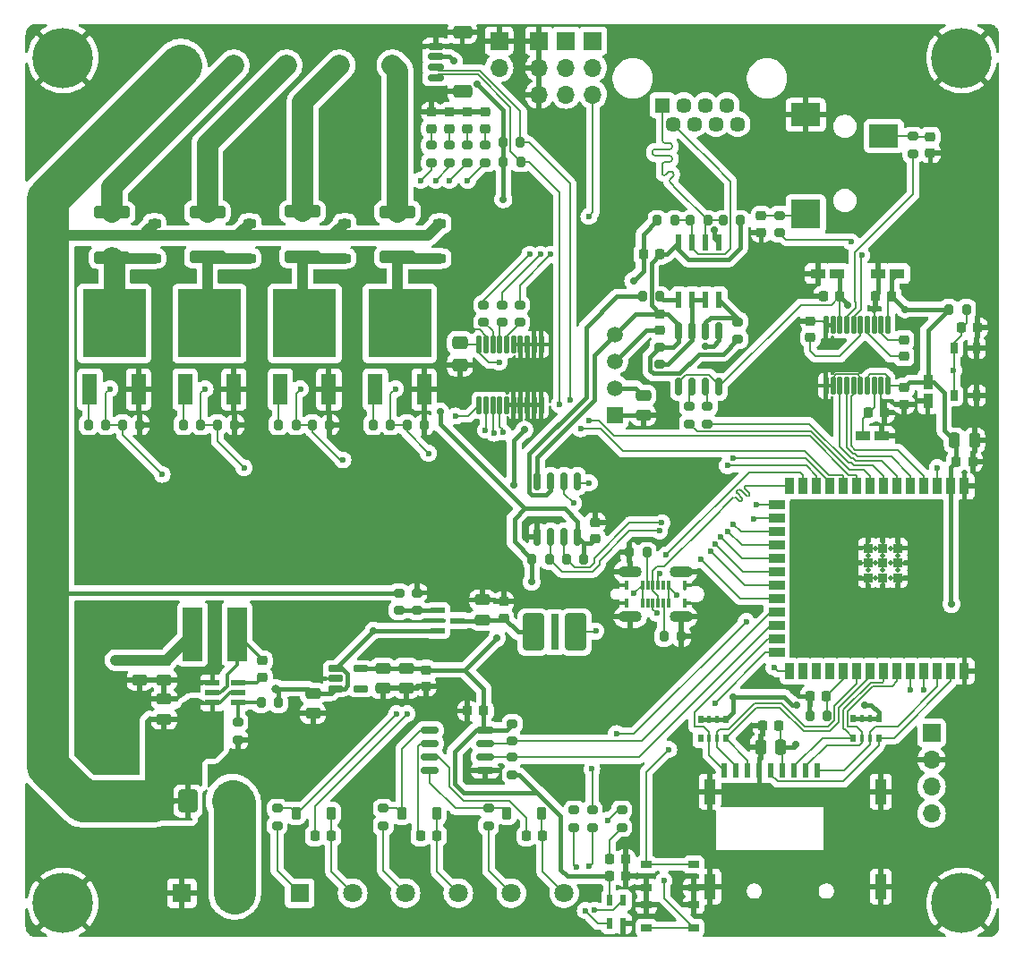
<source format=gtl>
G04 #@! TF.GenerationSoftware,KiCad,Pcbnew,8.0.4*
G04 #@! TF.CreationDate,2024-08-16T00:10:32-05:00*
G04 #@! TF.ProjectId,Codex43,436f6465-7834-4332-9e6b-696361645f70,rev?*
G04 #@! TF.SameCoordinates,Original*
G04 #@! TF.FileFunction,Copper,L1,Top*
G04 #@! TF.FilePolarity,Positive*
%FSLAX46Y46*%
G04 Gerber Fmt 4.6, Leading zero omitted, Abs format (unit mm)*
G04 Created by KiCad (PCBNEW 8.0.4) date 2024-08-16 00:10:32*
%MOMM*%
%LPD*%
G01*
G04 APERTURE LIST*
G04 Aperture macros list*
%AMRoundRect*
0 Rectangle with rounded corners*
0 $1 Rounding radius*
0 $2 $3 $4 $5 $6 $7 $8 $9 X,Y pos of 4 corners*
0 Add a 4 corners polygon primitive as box body*
4,1,4,$2,$3,$4,$5,$6,$7,$8,$9,$2,$3,0*
0 Add four circle primitives for the rounded corners*
1,1,$1+$1,$2,$3*
1,1,$1+$1,$4,$5*
1,1,$1+$1,$6,$7*
1,1,$1+$1,$8,$9*
0 Add four rect primitives between the rounded corners*
20,1,$1+$1,$2,$3,$4,$5,0*
20,1,$1+$1,$4,$5,$6,$7,0*
20,1,$1+$1,$6,$7,$8,$9,0*
20,1,$1+$1,$8,$9,$2,$3,0*%
G04 Aperture macros list end*
G04 #@! TA.AperFunction,SMDPad,CuDef*
%ADD10R,1.900000X5.100000*%
G04 #@! TD*
G04 #@! TA.AperFunction,SMDPad,CuDef*
%ADD11R,1.340000X0.590000*%
G04 #@! TD*
G04 #@! TA.AperFunction,SMDPad,CuDef*
%ADD12RoundRect,0.200000X-0.275000X0.200000X-0.275000X-0.200000X0.275000X-0.200000X0.275000X0.200000X0*%
G04 #@! TD*
G04 #@! TA.AperFunction,SMDPad,CuDef*
%ADD13RoundRect,0.200000X0.200000X0.275000X-0.200000X0.275000X-0.200000X-0.275000X0.200000X-0.275000X0*%
G04 #@! TD*
G04 #@! TA.AperFunction,SMDPad,CuDef*
%ADD14RoundRect,0.250000X-0.475000X0.250000X-0.475000X-0.250000X0.475000X-0.250000X0.475000X0.250000X0*%
G04 #@! TD*
G04 #@! TA.AperFunction,SMDPad,CuDef*
%ADD15RoundRect,0.225000X0.250000X-0.225000X0.250000X0.225000X-0.250000X0.225000X-0.250000X-0.225000X0*%
G04 #@! TD*
G04 #@! TA.AperFunction,SMDPad,CuDef*
%ADD16RoundRect,0.250000X0.475000X-0.250000X0.475000X0.250000X-0.475000X0.250000X-0.475000X-0.250000X0*%
G04 #@! TD*
G04 #@! TA.AperFunction,ComponentPad*
%ADD17R,1.700000X1.700000*%
G04 #@! TD*
G04 #@! TA.AperFunction,ComponentPad*
%ADD18O,1.700000X1.700000*%
G04 #@! TD*
G04 #@! TA.AperFunction,SMDPad,CuDef*
%ADD19RoundRect,0.250000X1.450000X-0.312500X1.450000X0.312500X-1.450000X0.312500X-1.450000X-0.312500X0*%
G04 #@! TD*
G04 #@! TA.AperFunction,SMDPad,CuDef*
%ADD20R,1.400000X3.000000*%
G04 #@! TD*
G04 #@! TA.AperFunction,SMDPad,CuDef*
%ADD21R,6.000000X6.500000*%
G04 #@! TD*
G04 #@! TA.AperFunction,SMDPad,CuDef*
%ADD22RoundRect,0.225000X-0.225000X-0.250000X0.225000X-0.250000X0.225000X0.250000X-0.225000X0.250000X0*%
G04 #@! TD*
G04 #@! TA.AperFunction,SMDPad,CuDef*
%ADD23RoundRect,0.250000X0.250000X0.475000X-0.250000X0.475000X-0.250000X-0.475000X0.250000X-0.475000X0*%
G04 #@! TD*
G04 #@! TA.AperFunction,SMDPad,CuDef*
%ADD24RoundRect,0.218750X-0.256250X0.218750X-0.256250X-0.218750X0.256250X-0.218750X0.256250X0.218750X0*%
G04 #@! TD*
G04 #@! TA.AperFunction,SMDPad,CuDef*
%ADD25RoundRect,0.225000X0.225000X0.250000X-0.225000X0.250000X-0.225000X-0.250000X0.225000X-0.250000X0*%
G04 #@! TD*
G04 #@! TA.AperFunction,SMDPad,CuDef*
%ADD26RoundRect,0.218750X0.218750X0.256250X-0.218750X0.256250X-0.218750X-0.256250X0.218750X-0.256250X0*%
G04 #@! TD*
G04 #@! TA.AperFunction,SMDPad,CuDef*
%ADD27RoundRect,0.225000X-0.375000X0.225000X-0.375000X-0.225000X0.375000X-0.225000X0.375000X0.225000X0*%
G04 #@! TD*
G04 #@! TA.AperFunction,SMDPad,CuDef*
%ADD28RoundRect,0.200000X-0.200000X-0.275000X0.200000X-0.275000X0.200000X0.275000X-0.200000X0.275000X0*%
G04 #@! TD*
G04 #@! TA.AperFunction,SMDPad,CuDef*
%ADD29R,1.000000X0.700000*%
G04 #@! TD*
G04 #@! TA.AperFunction,ComponentPad*
%ADD30R,1.508000X1.508000*%
G04 #@! TD*
G04 #@! TA.AperFunction,ComponentPad*
%ADD31C,1.508000*%
G04 #@! TD*
G04 #@! TA.AperFunction,SMDPad,CuDef*
%ADD32R,0.600000X1.000000*%
G04 #@! TD*
G04 #@! TA.AperFunction,SMDPad,CuDef*
%ADD33R,0.950000X1.450000*%
G04 #@! TD*
G04 #@! TA.AperFunction,SMDPad,CuDef*
%ADD34RoundRect,0.200000X0.275000X-0.200000X0.275000X0.200000X-0.275000X0.200000X-0.275000X-0.200000X0*%
G04 #@! TD*
G04 #@! TA.AperFunction,SMDPad,CuDef*
%ADD35RoundRect,0.250000X0.750000X1.500000X-0.750000X1.500000X-0.750000X-1.500000X0.750000X-1.500000X0*%
G04 #@! TD*
G04 #@! TA.AperFunction,SMDPad,CuDef*
%ADD36R,0.800000X3.400000*%
G04 #@! TD*
G04 #@! TA.AperFunction,ComponentPad*
%ADD37C,3.600000*%
G04 #@! TD*
G04 #@! TA.AperFunction,ConnectorPad*
%ADD38C,5.700000*%
G04 #@! TD*
G04 #@! TA.AperFunction,SMDPad,CuDef*
%ADD39RoundRect,0.150000X0.150000X-0.675000X0.150000X0.675000X-0.150000X0.675000X-0.150000X-0.675000X0*%
G04 #@! TD*
G04 #@! TA.AperFunction,SMDPad,CuDef*
%ADD40RoundRect,0.150000X-0.625000X0.150000X-0.625000X-0.150000X0.625000X-0.150000X0.625000X0.150000X0*%
G04 #@! TD*
G04 #@! TA.AperFunction,SMDPad,CuDef*
%ADD41RoundRect,0.250000X-0.650000X0.350000X-0.650000X-0.350000X0.650000X-0.350000X0.650000X0.350000X0*%
G04 #@! TD*
G04 #@! TA.AperFunction,SMDPad,CuDef*
%ADD42R,1.320800X0.558800*%
G04 #@! TD*
G04 #@! TA.AperFunction,SMDPad,CuDef*
%ADD43RoundRect,0.045000X-0.630000X-0.255000X0.630000X-0.255000X0.630000X0.255000X-0.630000X0.255000X0*%
G04 #@! TD*
G04 #@! TA.AperFunction,SMDPad,CuDef*
%ADD44RoundRect,0.225000X-0.250000X0.225000X-0.250000X-0.225000X0.250000X-0.225000X0.250000X0.225000X0*%
G04 #@! TD*
G04 #@! TA.AperFunction,SMDPad,CuDef*
%ADD45R,0.600000X1.550000*%
G04 #@! TD*
G04 #@! TA.AperFunction,SMDPad,CuDef*
%ADD46R,0.300000X0.870000*%
G04 #@! TD*
G04 #@! TA.AperFunction,ComponentPad*
%ADD47O,2.200000X1.100000*%
G04 #@! TD*
G04 #@! TA.AperFunction,SMDPad,CuDef*
%ADD48R,1.450000X0.950000*%
G04 #@! TD*
G04 #@! TA.AperFunction,SMDPad,CuDef*
%ADD49R,0.700000X1.000000*%
G04 #@! TD*
G04 #@! TA.AperFunction,SMDPad,CuDef*
%ADD50R,0.620000X1.400000*%
G04 #@! TD*
G04 #@! TA.AperFunction,SMDPad,CuDef*
%ADD51R,1.100000X2.400000*%
G04 #@! TD*
G04 #@! TA.AperFunction,SMDPad,CuDef*
%ADD52RoundRect,0.150000X-0.150000X0.675000X-0.150000X-0.675000X0.150000X-0.675000X0.150000X0.675000X0*%
G04 #@! TD*
G04 #@! TA.AperFunction,SMDPad,CuDef*
%ADD53RoundRect,0.225000X-0.225000X-0.375000X0.225000X-0.375000X0.225000X0.375000X-0.225000X0.375000X0*%
G04 #@! TD*
G04 #@! TA.AperFunction,SMDPad,CuDef*
%ADD54R,2.800000X2.200000*%
G04 #@! TD*
G04 #@! TA.AperFunction,SMDPad,CuDef*
%ADD55R,2.800000X2.800000*%
G04 #@! TD*
G04 #@! TA.AperFunction,ComponentPad*
%ADD56R,1.447800X1.447800*%
G04 #@! TD*
G04 #@! TA.AperFunction,ComponentPad*
%ADD57C,1.447800*%
G04 #@! TD*
G04 #@! TA.AperFunction,ComponentPad*
%ADD58R,1.800000X1.800000*%
G04 #@! TD*
G04 #@! TA.AperFunction,ComponentPad*
%ADD59C,1.800000*%
G04 #@! TD*
G04 #@! TA.AperFunction,SMDPad,CuDef*
%ADD60RoundRect,0.020500X0.184500X-0.764500X0.184500X0.764500X-0.184500X0.764500X-0.184500X-0.764500X0*%
G04 #@! TD*
G04 #@! TA.AperFunction,SMDPad,CuDef*
%ADD61RoundRect,0.250000X-0.475000X0.337500X-0.475000X-0.337500X0.475000X-0.337500X0.475000X0.337500X0*%
G04 #@! TD*
G04 #@! TA.AperFunction,SMDPad,CuDef*
%ADD62R,0.500000X0.800000*%
G04 #@! TD*
G04 #@! TA.AperFunction,SMDPad,CuDef*
%ADD63R,0.400000X0.800000*%
G04 #@! TD*
G04 #@! TA.AperFunction,SMDPad,CuDef*
%ADD64RoundRect,0.020500X-0.184500X0.764500X-0.184500X-0.764500X0.184500X-0.764500X0.184500X0.764500X0*%
G04 #@! TD*
G04 #@! TA.AperFunction,SMDPad,CuDef*
%ADD65R,0.900000X1.500000*%
G04 #@! TD*
G04 #@! TA.AperFunction,SMDPad,CuDef*
%ADD66R,1.500000X0.900000*%
G04 #@! TD*
G04 #@! TA.AperFunction,SMDPad,CuDef*
%ADD67R,0.900000X0.900000*%
G04 #@! TD*
G04 #@! TA.AperFunction,ComponentPad*
%ADD68C,0.480000*%
G04 #@! TD*
G04 #@! TA.AperFunction,SMDPad,CuDef*
%ADD69RoundRect,0.247222X-0.642778X-0.832778X0.642778X-0.832778X0.642778X0.832778X-0.642778X0.832778X0*%
G04 #@! TD*
G04 #@! TA.AperFunction,SMDPad,CuDef*
%ADD70RoundRect,0.250000X-0.250000X-0.475000X0.250000X-0.475000X0.250000X0.475000X-0.250000X0.475000X0*%
G04 #@! TD*
G04 #@! TA.AperFunction,SMDPad,CuDef*
%ADD71RoundRect,0.150000X-0.675000X-0.150000X0.675000X-0.150000X0.675000X0.150000X-0.675000X0.150000X0*%
G04 #@! TD*
G04 #@! TA.AperFunction,ViaPad*
%ADD72C,0.600000*%
G04 #@! TD*
G04 #@! TA.AperFunction,ViaPad*
%ADD73C,0.800000*%
G04 #@! TD*
G04 #@! TA.AperFunction,ViaPad*
%ADD74C,0.700000*%
G04 #@! TD*
G04 #@! TA.AperFunction,Conductor*
%ADD75C,0.450000*%
G04 #@! TD*
G04 #@! TA.AperFunction,Conductor*
%ADD76C,0.300000*%
G04 #@! TD*
G04 #@! TA.AperFunction,Conductor*
%ADD77C,1.000000*%
G04 #@! TD*
G04 #@! TA.AperFunction,Conductor*
%ADD78C,4.000000*%
G04 #@! TD*
G04 #@! TA.AperFunction,Conductor*
%ADD79C,0.200000*%
G04 #@! TD*
G04 #@! TA.AperFunction,Conductor*
%ADD80C,2.000000*%
G04 #@! TD*
G04 APERTURE END LIST*
D10*
X65700000Y-108125000D03*
X69900000Y-108125000D03*
D11*
X69980000Y-112725000D03*
X69980000Y-113675000D03*
X69980000Y-114625000D03*
X67600000Y-114625000D03*
X67600000Y-113675000D03*
X67600000Y-112725000D03*
D12*
X70000000Y-118125000D03*
X70000000Y-116475000D03*
D13*
X72175000Y-114625000D03*
X73825000Y-114625000D03*
D14*
X60700000Y-112475000D03*
X60700000Y-110575000D03*
X63000000Y-112475000D03*
X63000000Y-110575000D03*
D15*
X72300000Y-110650000D03*
X72300000Y-112200000D03*
D16*
X63000000Y-114275000D03*
X63000000Y-116175000D03*
D17*
X135600000Y-117480000D03*
D18*
X135600000Y-120020000D03*
X135600000Y-122560000D03*
X135600000Y-125100000D03*
D19*
X85100000Y-72467500D03*
X85100000Y-68192500D03*
X76100000Y-72430000D03*
X76100000Y-68155000D03*
X67100000Y-72467500D03*
X67100000Y-68192500D03*
X58100000Y-72505000D03*
X58100000Y-68230000D03*
D20*
X83000000Y-84980000D03*
X87600000Y-84980000D03*
D21*
X85300000Y-78730000D03*
D20*
X74000000Y-84980000D03*
X78600000Y-84980000D03*
D21*
X76300000Y-78730000D03*
D20*
X65000000Y-84980000D03*
X69600000Y-84980000D03*
D21*
X67300000Y-78730000D03*
D20*
X56000000Y-84980000D03*
X60600000Y-84980000D03*
D21*
X58300000Y-78730000D03*
D22*
X137945000Y-91800000D03*
X139495000Y-91800000D03*
D15*
X133025000Y-86375000D03*
X133025000Y-84825000D03*
D14*
X83700000Y-111350000D03*
X83700000Y-113250000D03*
D23*
X121350000Y-118800000D03*
X119450000Y-118800000D03*
D13*
X117525000Y-69000000D03*
X115875000Y-69000000D03*
D22*
X130275000Y-76125000D03*
X131825000Y-76125000D03*
D24*
X90000000Y-58712500D03*
X90000000Y-60287500D03*
D25*
X93250000Y-115400000D03*
X91700000Y-115400000D03*
D26*
X88837500Y-127250000D03*
X87262500Y-127250000D03*
D27*
X62100000Y-69280000D03*
X62100000Y-72580000D03*
D13*
X66500000Y-88330000D03*
X64850000Y-88330000D03*
D15*
X133000000Y-81850000D03*
X133000000Y-80300000D03*
D12*
X101800000Y-124775000D03*
X101800000Y-126425000D03*
D28*
X95075000Y-61600000D03*
X96725000Y-61600000D03*
D17*
X94700000Y-52000000D03*
D18*
X94700000Y-54540000D03*
D29*
X108600000Y-133750000D03*
X113100000Y-133750000D03*
X108600000Y-135900000D03*
X113100000Y-135900000D03*
D17*
X101040000Y-52000000D03*
D18*
X101040000Y-54540000D03*
X101040000Y-57080000D03*
D30*
X105700000Y-87380000D03*
D31*
X105700000Y-84840000D03*
X105700000Y-82300000D03*
X105700000Y-79760000D03*
D32*
X105150000Y-135525000D03*
X106450000Y-135525000D03*
X106450000Y-133325000D03*
X105150000Y-133325000D03*
D33*
X135250000Y-84300000D03*
X135250000Y-86100000D03*
D28*
X97825000Y-101050000D03*
X99475000Y-101050000D03*
D34*
X90000000Y-63525000D03*
X90000000Y-61875000D03*
D35*
X101975000Y-107950000D03*
D36*
X99950000Y-107950000D03*
D35*
X97925000Y-107950000D03*
D27*
X71100000Y-69280000D03*
X71100000Y-72580000D03*
D28*
X68050000Y-88330000D03*
X69700000Y-88330000D03*
D22*
X138425000Y-79150000D03*
X139975000Y-79150000D03*
D34*
X103500000Y-126425000D03*
X103500000Y-124775000D03*
X88300000Y-63525000D03*
X88300000Y-61875000D03*
D14*
X85900000Y-111350000D03*
X85900000Y-113250000D03*
D37*
X138450000Y-133600000D03*
D38*
X138450000Y-133600000D03*
D14*
X108350000Y-85550000D03*
X108350000Y-87450000D03*
X77100000Y-113750000D03*
X77100000Y-115650000D03*
D39*
X111695000Y-84725000D03*
X112965000Y-84725000D03*
X114235000Y-84725000D03*
X115505000Y-84725000D03*
X115505000Y-79475000D03*
X114235000Y-79475000D03*
X112965000Y-79475000D03*
X111695000Y-79475000D03*
D34*
X109900000Y-82625000D03*
X109900000Y-80975000D03*
D40*
X88700000Y-52500000D03*
X88700000Y-53500000D03*
X88700000Y-54500000D03*
X88700000Y-55500000D03*
D41*
X91225000Y-51200000D03*
X91225000Y-56800000D03*
D28*
X124075000Y-115825000D03*
X125725000Y-115825000D03*
D13*
X108675000Y-100400000D03*
X107025000Y-100400000D03*
D25*
X125675000Y-114000000D03*
X124125000Y-114000000D03*
D28*
X85975000Y-88330000D03*
X87625000Y-88330000D03*
D26*
X106687500Y-129450000D03*
X105112500Y-129450000D03*
D42*
X88913700Y-105897500D03*
X88913700Y-107802500D03*
X90793300Y-106850000D03*
D43*
X79230000Y-111400000D03*
X79230000Y-112350000D03*
X79230000Y-113300000D03*
X81600000Y-113300000D03*
X81600000Y-111400000D03*
D34*
X133850000Y-62675000D03*
X133850000Y-61025000D03*
D26*
X78837500Y-127250000D03*
X77262500Y-127250000D03*
D44*
X109900000Y-77825000D03*
X109900000Y-79375000D03*
D37*
X138450000Y-53600000D03*
D38*
X138450000Y-53600000D03*
D22*
X129625000Y-87200000D03*
X131175000Y-87200000D03*
D34*
X93400000Y-63525000D03*
X93400000Y-61875000D03*
D13*
X57525000Y-88330000D03*
X55875000Y-88330000D03*
D29*
X108600000Y-129950000D03*
X113100000Y-129950000D03*
X108600000Y-132100000D03*
X113100000Y-132100000D03*
D12*
X73700000Y-124625000D03*
X73700000Y-126275000D03*
D25*
X121175000Y-116800000D03*
X119625000Y-116800000D03*
D34*
X94950000Y-78625000D03*
X94950000Y-76975000D03*
D45*
X111700000Y-76500000D03*
X112970000Y-76500000D03*
X114240000Y-76500000D03*
X115510000Y-76500000D03*
X115510000Y-71100000D03*
X114240000Y-71100000D03*
X112955000Y-71100000D03*
X111700000Y-71100000D03*
D44*
X87800000Y-111525000D03*
X87800000Y-113075000D03*
D34*
X93250000Y-78625000D03*
X93250000Y-76975000D03*
D46*
X106750000Y-103489664D03*
X108250000Y-103489664D03*
X108750000Y-103489664D03*
X109250000Y-103489664D03*
X109750000Y-103489664D03*
X110250000Y-103489664D03*
X110750000Y-103489664D03*
X112250000Y-103489664D03*
X112250000Y-105219664D03*
X110750000Y-105219664D03*
X110250000Y-105219664D03*
X109750000Y-105219664D03*
X109250000Y-105219664D03*
X108750000Y-105219664D03*
X108250000Y-105219664D03*
X106750000Y-105219664D03*
D47*
X107100000Y-102204664D03*
X107100000Y-106504664D03*
X111900000Y-102204664D03*
X111900000Y-106504664D03*
D26*
X98837500Y-127250000D03*
X97262500Y-127250000D03*
D12*
X117300000Y-78575000D03*
X117300000Y-80225000D03*
D13*
X109925000Y-76200000D03*
X108275000Y-76200000D03*
D48*
X129100000Y-89400000D03*
X130900000Y-89400000D03*
D12*
X83750000Y-124625000D03*
X83750000Y-126275000D03*
D25*
X109900000Y-72200000D03*
X108350000Y-72200000D03*
D49*
X139875000Y-81050000D03*
X139875000Y-85550000D03*
X137725000Y-81050000D03*
X137725000Y-85550000D03*
D17*
X103580000Y-52000000D03*
D18*
X103580000Y-54540000D03*
X103580000Y-57080000D03*
D12*
X114400000Y-86575000D03*
X114400000Y-88225000D03*
D13*
X114425000Y-69000000D03*
X112775000Y-69000000D03*
D28*
X77025000Y-88330000D03*
X78675000Y-88330000D03*
D24*
X93400000Y-58712500D03*
X93400000Y-60287500D03*
D22*
X105125000Y-131050000D03*
X106675000Y-131050000D03*
D50*
X124830000Y-121030000D03*
X123730000Y-121030000D03*
X122630000Y-121030000D03*
X121530000Y-121030000D03*
X120430000Y-121030000D03*
X119330000Y-121030000D03*
X118230000Y-121030000D03*
X117130000Y-121030000D03*
X116030000Y-121030000D03*
D51*
X114650000Y-132030000D03*
X114650000Y-123030000D03*
X130800000Y-123030000D03*
X130800000Y-132030000D03*
D52*
X102105000Y-93675000D03*
X100835000Y-93675000D03*
X99565000Y-93675000D03*
X98295000Y-93675000D03*
X98295000Y-98925000D03*
X99565000Y-98925000D03*
X100835000Y-98925000D03*
X102105000Y-98925000D03*
D53*
X95450000Y-125100000D03*
X98750000Y-125100000D03*
D48*
X126650000Y-74025000D03*
X124850000Y-74025000D03*
D12*
X112700000Y-86575000D03*
X112700000Y-88225000D03*
D28*
X59075000Y-88330000D03*
X60725000Y-88330000D03*
D27*
X89100000Y-69280000D03*
X89100000Y-72580000D03*
D48*
X132350000Y-74025000D03*
X130550000Y-74025000D03*
D54*
X123700000Y-59000000D03*
D55*
X123700000Y-68400000D03*
D54*
X131100000Y-61000000D03*
D56*
X110144000Y-58090000D03*
D57*
X111160000Y-59868000D03*
X112176000Y-58090000D03*
X113192000Y-59868000D03*
X114208000Y-58090000D03*
X115224000Y-59868000D03*
X116240000Y-58090000D03*
X117256000Y-59868000D03*
D44*
X135500000Y-61075000D03*
X135500000Y-62625000D03*
D15*
X95125000Y-106600000D03*
X95125000Y-105050000D03*
D22*
X125375000Y-76175000D03*
X126925000Y-76175000D03*
D34*
X86925000Y-105875000D03*
X86925000Y-104225000D03*
D58*
X64687500Y-132650000D03*
D59*
X69687500Y-132650000D03*
D13*
X84425000Y-88330000D03*
X82775000Y-88330000D03*
X111300000Y-69000000D03*
X109650000Y-69000000D03*
D28*
X101075000Y-101050000D03*
X102725000Y-101050000D03*
D37*
X53450000Y-53600000D03*
D38*
X53450000Y-53600000D03*
D60*
X92825000Y-86470000D03*
X93475000Y-86470000D03*
X94125000Y-86470000D03*
X94775000Y-86470000D03*
X95425000Y-86470000D03*
X96075000Y-86470000D03*
X96725000Y-86470000D03*
X97375000Y-86470000D03*
X98025000Y-86470000D03*
X98675000Y-86470000D03*
X98675000Y-80730000D03*
X98025000Y-80730000D03*
X97375000Y-80730000D03*
X96725000Y-80730000D03*
X96075000Y-80730000D03*
X95425000Y-80730000D03*
X94775000Y-80730000D03*
X94125000Y-80730000D03*
X93475000Y-80730000D03*
X92825000Y-80730000D03*
D34*
X91700000Y-63525000D03*
X91700000Y-61875000D03*
D58*
X75850000Y-132650000D03*
D59*
X80850000Y-132650000D03*
X85850000Y-132650000D03*
X90850000Y-132650000D03*
X95850000Y-132650000D03*
X100850000Y-132650000D03*
D61*
X91000000Y-80575000D03*
X91000000Y-82650000D03*
D12*
X85225000Y-104225000D03*
X85225000Y-105875000D03*
D27*
X80100000Y-69280000D03*
X80100000Y-72580000D03*
D62*
X116150000Y-116200000D03*
D63*
X115350000Y-116200000D03*
X114550000Y-116200000D03*
D62*
X113750000Y-116200000D03*
X113750000Y-118000000D03*
D63*
X114550000Y-118000000D03*
X115350000Y-118000000D03*
D62*
X116150000Y-118000000D03*
D13*
X75475000Y-88330000D03*
X73825000Y-88330000D03*
D34*
X96650000Y-78625000D03*
X96650000Y-76975000D03*
X95950000Y-118275000D03*
X95950000Y-116625000D03*
D13*
X138900000Y-77400000D03*
X137250000Y-77400000D03*
D62*
X130600000Y-116150000D03*
D63*
X129800000Y-116150000D03*
X129000000Y-116150000D03*
D62*
X128200000Y-116150000D03*
X128200000Y-117950000D03*
D63*
X129000000Y-117950000D03*
X129800000Y-117950000D03*
D62*
X130600000Y-117950000D03*
D58*
X64600000Y-54300000D03*
D59*
X69600000Y-54300000D03*
X74600000Y-54300000D03*
X79600000Y-54300000D03*
X84600000Y-54300000D03*
D12*
X93700000Y-124625000D03*
X93700000Y-126275000D03*
D16*
X93125000Y-106800000D03*
X93125000Y-104900000D03*
D53*
X85500000Y-125100000D03*
X88800000Y-125100000D03*
D64*
X131475000Y-78885000D03*
X130825000Y-78885000D03*
X130175000Y-78885000D03*
X129525000Y-78885000D03*
X128875000Y-78885000D03*
X128225000Y-78885000D03*
X127575000Y-78885000D03*
X126925000Y-78885000D03*
X126275000Y-78885000D03*
X125625000Y-78885000D03*
X125625000Y-84625000D03*
X126275000Y-84625000D03*
X126925000Y-84625000D03*
X127575000Y-84625000D03*
X128225000Y-84625000D03*
X128875000Y-84625000D03*
X129525000Y-84625000D03*
X130175000Y-84625000D03*
X130825000Y-84625000D03*
X131475000Y-84625000D03*
D53*
X75500000Y-125100000D03*
X78800000Y-125100000D03*
D28*
X110275000Y-108350000D03*
X111925000Y-108350000D03*
X95100000Y-63450000D03*
X96750000Y-63450000D03*
D15*
X124150000Y-80075000D03*
X124150000Y-78525000D03*
D24*
X91700000Y-58725000D03*
X91700000Y-60300000D03*
X88300000Y-58712500D03*
X88300000Y-60287500D03*
D34*
X121200000Y-70175000D03*
X121200000Y-68525000D03*
D37*
X53450000Y-133600000D03*
D38*
X53450000Y-133600000D03*
D65*
X138720000Y-94145000D03*
X137450000Y-94145000D03*
X136180000Y-94145000D03*
X134910000Y-94145000D03*
X133640000Y-94145000D03*
X132370000Y-94145000D03*
X131100000Y-94145000D03*
X129830000Y-94145000D03*
X128560000Y-94145000D03*
X127290000Y-94145000D03*
X126020000Y-94145000D03*
X124750000Y-94145000D03*
X123480000Y-94145000D03*
X122210000Y-94145000D03*
D66*
X120960000Y-95910000D03*
X120960000Y-97180000D03*
X120960000Y-98450000D03*
X120960000Y-99720000D03*
X120960000Y-100990000D03*
X120960000Y-102260000D03*
X120960000Y-103530000D03*
X120960000Y-104800000D03*
X120960000Y-106070000D03*
X120960000Y-107340000D03*
X120960000Y-108610000D03*
X120960000Y-109880000D03*
D65*
X122210000Y-111645000D03*
X123480000Y-111645000D03*
X124750000Y-111645000D03*
X126020000Y-111645000D03*
X127290000Y-111645000D03*
X128560000Y-111645000D03*
X129830000Y-111645000D03*
X131100000Y-111645000D03*
X132370000Y-111645000D03*
X133640000Y-111645000D03*
X134910000Y-111645000D03*
X136180000Y-111645000D03*
X137450000Y-111645000D03*
X138720000Y-111645000D03*
D67*
X132400000Y-99995000D03*
X132400000Y-101395000D03*
X132400000Y-102795000D03*
X131000000Y-99995000D03*
X131000000Y-101395000D03*
X131000000Y-102795000D03*
X129600000Y-99995000D03*
X129600000Y-101395000D03*
X129600000Y-102795000D03*
D68*
X132400000Y-100695000D03*
X132400000Y-102095000D03*
X131700000Y-99995000D03*
X131700000Y-101395000D03*
X131700000Y-102795000D03*
X131000000Y-100695000D03*
X131000000Y-102095000D03*
X130300000Y-99995000D03*
X130300000Y-101395000D03*
X130300000Y-102795000D03*
X129600000Y-100695000D03*
X129600000Y-102095000D03*
D15*
X103800000Y-99100000D03*
X103800000Y-97550000D03*
D69*
X65275000Y-123935000D03*
X69325000Y-123875000D03*
D12*
X95950000Y-119800000D03*
X95950000Y-121450000D03*
D34*
X106300000Y-126425000D03*
X106300000Y-124775000D03*
D44*
X119500000Y-68575000D03*
X119500000Y-70125000D03*
D70*
X137770000Y-89800000D03*
X139670000Y-89800000D03*
D71*
X88125000Y-117195000D03*
X88125000Y-118465000D03*
X88125000Y-119735000D03*
X88125000Y-121005000D03*
X93375000Y-121005000D03*
X93375000Y-119735000D03*
X93375000Y-118465000D03*
X93375000Y-117195000D03*
D17*
X98500000Y-52000000D03*
D18*
X98500000Y-54540000D03*
X98500000Y-57080000D03*
D72*
X75500000Y-123400000D03*
X80800000Y-115800000D03*
X69400000Y-119900000D03*
X75300000Y-126900000D03*
X81400000Y-123900000D03*
X88400000Y-115200000D03*
X91300000Y-126800000D03*
X95600000Y-126800000D03*
X101300000Y-135000000D03*
X110100000Y-134700000D03*
X111700000Y-131100000D03*
X55200000Y-72300000D03*
X62700000Y-74800000D03*
X71700000Y-74800000D03*
X75800000Y-111800000D03*
X82300000Y-105500000D03*
X73300000Y-105600000D03*
X65200000Y-113000000D03*
X60100000Y-120800000D03*
X60400000Y-114700000D03*
D73*
X73600000Y-113300000D03*
X58400000Y-110600000D03*
D74*
X90400000Y-53900000D03*
X97800000Y-103200000D03*
X94500000Y-108500000D03*
X129275002Y-114825000D03*
X133100000Y-77400000D03*
X89125000Y-87050000D03*
X127700000Y-77000000D03*
X122800000Y-118600000D03*
X137500000Y-105300000D03*
X92600000Y-56100000D03*
X95100000Y-67000000D03*
X122825000Y-114825000D03*
X116850000Y-114075000D03*
D72*
X116800000Y-86800000D03*
X87000000Y-63700000D03*
X112200000Y-74600000D03*
X55500000Y-105700000D03*
X55400000Y-102700000D03*
X89200000Y-90700000D03*
X91400000Y-78800000D03*
X125800000Y-88200000D03*
X120700000Y-77900000D03*
X89600000Y-83900000D03*
X94900000Y-100300000D03*
X126900000Y-72100000D03*
X93200000Y-90500000D03*
X126000000Y-80700000D03*
X121700000Y-80300000D03*
X122500000Y-113475000D03*
X133200000Y-78800000D03*
X88400000Y-56800000D03*
X97200000Y-99000000D03*
X115600000Y-82900000D03*
X98900000Y-97400000D03*
D74*
X115051031Y-69892354D03*
X114200000Y-80867000D03*
X107400000Y-74700000D03*
D72*
X136150000Y-92375000D03*
X137700000Y-83200000D03*
D74*
X97100000Y-88800000D03*
X96100000Y-94000000D03*
X82827500Y-107802500D03*
D72*
X94699998Y-82400000D03*
X105000000Y-125750000D03*
X65275000Y-123935000D03*
X85000000Y-115675000D03*
X103225000Y-93825000D03*
X101750000Y-95750000D03*
X86000000Y-115675000D03*
X103850001Y-107849995D03*
X107400002Y-104300000D03*
X111500000Y-104400000D03*
X103200000Y-87900000D03*
X101400000Y-86000000D03*
X100400000Y-86400000D03*
X102400000Y-88700000D03*
X110521651Y-100621651D03*
X109900000Y-102400000D03*
X109600000Y-106154666D03*
X103750000Y-134250000D03*
X103200000Y-130100000D03*
X102000000Y-130200000D03*
X102850000Y-134300000D03*
X118075000Y-106950000D03*
X103475000Y-120900000D03*
X105800000Y-117550000D03*
X118750000Y-97250000D03*
X109879123Y-98373068D03*
X113825000Y-101075000D03*
X110100000Y-97600000D03*
X114700000Y-100300000D03*
X120710000Y-111272500D03*
X110300000Y-131450000D03*
X115161001Y-99641290D03*
X62825000Y-93025000D03*
X87300000Y-65200000D03*
X57900000Y-84930000D03*
X70575000Y-92400000D03*
X115690787Y-98971478D03*
X88699998Y-65200000D03*
X66900000Y-84930000D03*
X116354757Y-98400423D03*
X75900000Y-84930000D03*
X90012499Y-65212501D03*
X79925000Y-91650000D03*
X134900000Y-113400000D03*
X116875000Y-97725000D03*
X91725006Y-65200000D03*
X88025000Y-91025000D03*
X84900000Y-84930000D03*
X133600000Y-113400000D03*
X98600000Y-72200000D03*
X97600000Y-72200000D03*
X90600000Y-87500000D03*
X129000000Y-72300000D03*
X128000000Y-71000000D03*
X115100000Y-114700000D03*
X110750001Y-119049999D03*
X99600000Y-72200000D03*
X103200000Y-68600000D03*
X93421770Y-88847529D03*
X119000000Y-95910000D03*
X94227536Y-89130481D03*
X116300000Y-92200000D03*
X95075000Y-89025000D03*
X116850000Y-91450000D03*
D75*
X76650000Y-113300000D02*
X77100000Y-113750000D01*
X73600000Y-113300000D02*
X76650000Y-113300000D01*
X73825000Y-113525000D02*
X73600000Y-113300000D01*
X73825000Y-114625000D02*
X73825000Y-113525000D01*
D76*
X68315000Y-114625000D02*
X67600000Y-114625000D01*
X69980000Y-113675000D02*
X69265000Y-113675000D01*
X69265000Y-113675000D02*
X68315000Y-114625000D01*
X70000000Y-114645000D02*
X69980000Y-114625000D01*
X70000000Y-116475000D02*
X70000000Y-114645000D01*
X72175000Y-114625000D02*
X69980000Y-114625000D01*
X72300000Y-110525000D02*
X69900000Y-108125000D01*
X72300000Y-110650000D02*
X72300000Y-110525000D01*
X71575000Y-112725000D02*
X69980000Y-112725000D01*
X71600000Y-112700000D02*
X71575000Y-112725000D01*
X71800000Y-112700000D02*
X71600000Y-112700000D01*
X72300000Y-112200000D02*
X71800000Y-112700000D01*
X68325000Y-113675000D02*
X67600000Y-113675000D01*
X68960000Y-113040000D02*
X68325000Y-113675000D01*
X69900000Y-108125000D02*
X69900000Y-111000000D01*
X69900000Y-111000000D02*
X68960000Y-111940000D01*
X68960000Y-111940000D02*
X68960000Y-113040000D01*
D77*
X63000000Y-110575000D02*
X63250000Y-110575000D01*
X63250000Y-110575000D02*
X65700000Y-108125000D01*
X60700000Y-110575000D02*
X63000000Y-110575000D01*
X58400000Y-110600000D02*
X60675000Y-110600000D01*
X60675000Y-110600000D02*
X60700000Y-110575000D01*
D78*
X55335000Y-123935000D02*
X61965000Y-123935000D01*
D75*
X136800000Y-85300000D02*
X135800000Y-84300000D01*
X98325474Y-123150000D02*
X98575474Y-123400000D01*
X127700000Y-77000000D02*
X127700000Y-76950000D01*
X114550000Y-116200000D02*
X113750000Y-116200000D01*
X102725000Y-99545000D02*
X103355000Y-99545000D01*
D79*
X131475000Y-84625000D02*
X132825000Y-84625000D01*
D75*
X122800000Y-118600000D02*
X122600000Y-118800000D01*
X121673327Y-114075000D02*
X122423327Y-114825000D01*
X93250000Y-113300000D02*
X91475000Y-111525000D01*
X115350000Y-116200000D02*
X114550000Y-116200000D01*
X100900000Y-96250000D02*
X97100000Y-96250000D01*
X102105000Y-97455000D02*
X100900000Y-96250000D01*
X135250000Y-79400000D02*
X137250000Y-77400000D01*
X91475000Y-111525000D02*
X94500000Y-108500000D01*
X126925000Y-76175000D02*
X126925000Y-74300000D01*
X116850000Y-115500000D02*
X116150000Y-116200000D01*
D79*
X121530000Y-121030000D02*
X121530000Y-118980000D01*
D75*
X87625000Y-111350000D02*
X87800000Y-111525000D01*
D79*
X114575552Y-83600000D02*
X112375000Y-83600000D01*
D75*
X97100000Y-96250000D02*
X96150000Y-97200000D01*
X137450000Y-92295000D02*
X137945000Y-91800000D01*
X95100000Y-63450000D02*
X95100000Y-61625000D01*
X131825000Y-74550000D02*
X132350000Y-74025000D01*
X93375000Y-117195000D02*
X95380000Y-117195000D01*
X90000000Y-53500000D02*
X88700000Y-53500000D01*
D79*
X131265000Y-83540000D02*
X131475000Y-83750000D01*
D75*
X97800000Y-101075000D02*
X97825000Y-101050000D01*
X116850000Y-114075000D02*
X116850000Y-115500000D01*
X90500000Y-119245001D02*
X90500000Y-122300000D01*
X90500000Y-122300000D02*
X91350000Y-123150000D01*
D79*
X105150000Y-131075000D02*
X105125000Y-131050000D01*
X115505000Y-84529448D02*
X114575552Y-83600000D01*
D75*
X127700000Y-76950000D02*
X126925000Y-76175000D01*
X95100000Y-67000000D02*
X95100000Y-63450000D01*
X92550001Y-117195000D02*
X90500000Y-119245001D01*
D79*
X88725000Y-53525000D02*
X88700000Y-53500000D01*
D75*
X81600000Y-111400000D02*
X83650000Y-111400000D01*
D79*
X129825001Y-83540000D02*
X131265000Y-83540000D01*
D75*
X137250000Y-77400000D02*
X133100000Y-77400000D01*
D79*
X131475000Y-78885000D02*
X131475000Y-76475000D01*
D75*
X100500000Y-125324526D02*
X100500000Y-130400000D01*
X137500000Y-105300000D02*
X137450000Y-105250000D01*
D79*
X112375000Y-83600000D02*
X111695000Y-84280000D01*
X131475000Y-76475000D02*
X131825000Y-76125000D01*
D75*
X129875000Y-114825000D02*
X130600000Y-115550000D01*
D79*
X132825000Y-84625000D02*
X133025000Y-84825000D01*
D75*
X97800000Y-103200000D02*
X97800000Y-101075000D01*
X93375000Y-117195000D02*
X92550001Y-117195000D01*
X95380000Y-117195000D02*
X95950000Y-116625000D01*
D79*
X115505000Y-84725000D02*
X123255000Y-76975000D01*
D75*
X91350000Y-123150000D02*
X98325474Y-123150000D01*
X95075000Y-58575000D02*
X92600000Y-56100000D01*
X136800000Y-88830000D02*
X136800000Y-85300000D01*
X122423327Y-114825000D02*
X122825000Y-114825000D01*
X126925000Y-74300000D02*
X126650000Y-74025000D01*
X129000000Y-116150000D02*
X128200000Y-116150000D01*
D79*
X121350000Y-116975000D02*
X121175000Y-116800000D01*
X121530000Y-118980000D02*
X121350000Y-118800000D01*
D75*
X137770000Y-89800000D02*
X136800000Y-88830000D01*
X137945000Y-91800000D02*
X137945000Y-89975000D01*
D79*
X129525000Y-84625000D02*
X129525000Y-83840001D01*
D75*
X137450000Y-94145000D02*
X137450000Y-92295000D01*
D79*
X123255000Y-76975000D02*
X126125000Y-76975000D01*
D75*
X83700000Y-111350000D02*
X85900000Y-111350000D01*
D79*
X129525000Y-83840001D02*
X129825001Y-83540000D01*
D75*
X83650000Y-111400000D02*
X83700000Y-111350000D01*
X135250000Y-84300000D02*
X135250000Y-79400000D01*
X96150000Y-97200000D02*
X96150000Y-99375000D01*
X129875000Y-114825000D02*
X129275002Y-114825000D01*
X131825000Y-76125000D02*
X131825000Y-74550000D01*
D79*
X115505000Y-84725000D02*
X115505000Y-84529448D01*
D75*
X96600000Y-121450000D02*
X95950000Y-121450000D01*
X98550000Y-123400000D02*
X96600000Y-121450000D01*
D79*
X126925000Y-78885000D02*
X126925000Y-76175000D01*
D75*
X95075000Y-61600000D02*
X95075000Y-58575000D01*
X103355000Y-99545000D02*
X103800000Y-99100000D01*
X100500000Y-130400000D02*
X101150000Y-131050000D01*
D79*
X126125000Y-76975000D02*
X126925000Y-76175000D01*
D75*
X137945000Y-89975000D02*
X137770000Y-89800000D01*
X116150000Y-116200000D02*
X115350000Y-116200000D01*
X96150000Y-99375000D02*
X97825000Y-101050000D01*
D79*
X105150000Y-133325000D02*
X105150000Y-131075000D01*
D75*
X130600000Y-116150000D02*
X129800000Y-116150000D01*
X102105000Y-98925000D02*
X102105000Y-97455000D01*
X133100000Y-77400000D02*
X131825000Y-76125000D01*
X135800000Y-84300000D02*
X135250000Y-84300000D01*
D79*
X131475000Y-83750000D02*
X131475000Y-84625000D01*
D75*
X87800000Y-111525000D02*
X89375000Y-111525000D01*
X133550000Y-84300000D02*
X133025000Y-84825000D01*
X85900000Y-111350000D02*
X87625000Y-111350000D01*
X122600000Y-118800000D02*
X121350000Y-118800000D01*
X102725000Y-101050000D02*
X102725000Y-99545000D01*
X93250000Y-115400000D02*
X93250000Y-117070000D01*
X89125000Y-88275000D02*
X89125000Y-87050000D01*
X102725000Y-99545000D02*
X102105000Y-98925000D01*
D79*
X111695000Y-84280000D02*
X111695000Y-84725000D01*
D75*
X95100000Y-61625000D02*
X95075000Y-61600000D01*
X129800000Y-116150000D02*
X129000000Y-116150000D01*
X101150000Y-131050000D02*
X105125000Y-131050000D01*
X90400000Y-53900000D02*
X90000000Y-53500000D01*
X98575474Y-123400000D02*
X100500000Y-125324526D01*
D79*
X121350000Y-118800000D02*
X121350000Y-116975000D01*
D75*
X93250000Y-117070000D02*
X93375000Y-117195000D01*
X137450000Y-105250000D02*
X137450000Y-94145000D01*
X89375000Y-111525000D02*
X91475000Y-111525000D01*
X116850000Y-114075000D02*
X121673327Y-114075000D01*
X135250000Y-84300000D02*
X133550000Y-84300000D01*
X98575474Y-123400000D02*
X98550000Y-123400000D01*
X97100000Y-96250000D02*
X89125000Y-88275000D01*
X93250000Y-115400000D02*
X93250000Y-113300000D01*
X130600000Y-115550000D02*
X130600000Y-116150000D01*
X124125000Y-114000000D02*
X123025000Y-114000000D01*
D79*
X128875000Y-84625000D02*
X128875000Y-83840001D01*
X92854999Y-79325000D02*
X91925000Y-79325000D01*
D75*
X105700000Y-87380000D02*
X108280000Y-87380000D01*
D79*
X125265000Y-78525000D02*
X125625000Y-78885000D01*
D75*
X123025000Y-114000000D02*
X122500000Y-113475000D01*
D79*
X124150000Y-78525000D02*
X125265000Y-78525000D01*
X126585000Y-83540000D02*
X126275000Y-83850000D01*
X93475000Y-79945001D02*
X92854999Y-79325000D01*
X91925000Y-79325000D02*
X91400000Y-78800000D01*
X126275000Y-83850000D02*
X126275000Y-84625000D01*
X128875000Y-83840001D02*
X128574999Y-83540000D01*
X130825000Y-84625000D02*
X130825000Y-86850000D01*
X93475000Y-80730000D02*
X93475000Y-79945001D01*
X130825000Y-86850000D02*
X131175000Y-87200000D01*
X130175000Y-76225000D02*
X130275000Y-76125000D01*
D75*
X108280000Y-87380000D02*
X108350000Y-87450000D01*
X130550000Y-75850000D02*
X130275000Y-76125000D01*
D79*
X130175000Y-78885000D02*
X130175000Y-76225000D01*
X128574999Y-83540000D02*
X126585000Y-83540000D01*
D75*
X130550000Y-74025000D02*
X130550000Y-75850000D01*
X109375000Y-79375000D02*
X109900000Y-79375000D01*
X115026527Y-70616527D02*
X115026527Y-69916858D01*
X115505000Y-79475000D02*
X115505000Y-80299999D01*
X108350000Y-73750000D02*
X107400000Y-74700000D01*
X105700000Y-82300000D02*
X108650000Y-79350000D01*
X108350000Y-72200000D02*
X108350000Y-73750000D01*
X114937999Y-80867000D02*
X114200000Y-80867000D01*
X108350000Y-72200000D02*
X108350000Y-70300000D01*
X115505000Y-80299999D02*
X114937999Y-80867000D01*
X108350000Y-70300000D02*
X109650000Y-69000000D01*
X109350000Y-79350000D02*
X109375000Y-79375000D01*
X108650000Y-79350000D02*
X109350000Y-79350000D01*
X115026527Y-69916858D02*
X115051031Y-69892354D01*
X115026527Y-70616527D02*
X115510000Y-71100000D01*
X111757538Y-83475000D02*
X113586538Y-81646000D01*
X105700000Y-79760000D02*
X107610000Y-77850000D01*
X109100000Y-73000000D02*
X109900000Y-72200000D01*
X113586538Y-81646000D02*
X115879000Y-81646000D01*
X111700000Y-71100000D02*
X111700000Y-71770000D01*
X116400000Y-72700000D02*
X117525000Y-71575000D01*
X98295000Y-91374239D02*
X103700000Y-85969239D01*
X112630000Y-72700000D02*
X116400000Y-72700000D01*
X109000000Y-81875000D02*
X109000000Y-83200000D01*
X111695000Y-80455000D02*
X111175000Y-80975000D01*
X109100000Y-77025000D02*
X109100000Y-73000000D01*
X109900000Y-77825000D02*
X109100000Y-77025000D01*
X110600000Y-72200000D02*
X111700000Y-71100000D01*
X109275000Y-83475000D02*
X111757538Y-83475000D01*
X110675000Y-77825000D02*
X111695000Y-78845000D01*
X109900000Y-80975000D02*
X109000000Y-81875000D01*
X108600000Y-77850000D02*
X108625000Y-77825000D01*
X111700000Y-71770000D02*
X112630000Y-72700000D01*
X109900000Y-72200000D02*
X110600000Y-72200000D01*
X109000000Y-83200000D02*
X109275000Y-83475000D01*
X98295000Y-93675000D02*
X98295000Y-91374239D01*
X103700000Y-81760000D02*
X105700000Y-79760000D01*
X111695000Y-79475000D02*
X111695000Y-80455000D01*
X111695000Y-78845000D02*
X111695000Y-79475000D01*
X117525000Y-71575000D02*
X117525000Y-69000000D01*
X111175000Y-80975000D02*
X109900000Y-80975000D01*
X103700000Y-85969239D02*
X103700000Y-81760000D01*
X115879000Y-81646000D02*
X117300000Y-80225000D01*
X109900000Y-77825000D02*
X110675000Y-77825000D01*
X107610000Y-77850000D02*
X108600000Y-77850000D01*
X108625000Y-77825000D02*
X109900000Y-77825000D01*
D79*
X138900000Y-77400000D02*
X138900000Y-78675000D01*
X138425000Y-79850000D02*
X137725000Y-80550000D01*
X138900000Y-78675000D02*
X138425000Y-79150000D01*
X137725000Y-83175000D02*
X137700000Y-83200000D01*
X136180000Y-92405000D02*
X136150000Y-92375000D01*
X137725000Y-81050000D02*
X137725000Y-83175000D01*
X138425000Y-79150000D02*
X138425000Y-79850000D01*
X137725000Y-80550000D02*
X137725000Y-81050000D01*
X137725000Y-83225000D02*
X137700000Y-83200000D01*
X136180000Y-94145000D02*
X136180000Y-92405000D01*
X137725000Y-85550000D02*
X137725000Y-83225000D01*
X125725000Y-114050000D02*
X125675000Y-114000000D01*
X125725000Y-115825000D02*
X125725000Y-114050000D01*
X125675000Y-114000000D02*
X127290000Y-112385000D01*
X127290000Y-112385000D02*
X127290000Y-111645000D01*
D75*
X96475000Y-107950000D02*
X95125000Y-106600000D01*
X97925000Y-107950000D02*
X96475000Y-107950000D01*
X93125000Y-106800000D02*
X94925000Y-106800000D01*
X94925000Y-106800000D02*
X95125000Y-106600000D01*
X90793300Y-106850000D02*
X93075000Y-106850000D01*
X93075000Y-106850000D02*
X93125000Y-106800000D01*
X80049074Y-113300000D02*
X80330000Y-113019074D01*
X82827500Y-107802500D02*
X88913700Y-107802500D01*
X107640000Y-84840000D02*
X108350000Y-85550000D01*
X79230000Y-113300000D02*
X80049074Y-113300000D01*
X105700000Y-84840000D02*
X107640000Y-84840000D01*
X77100000Y-113750000D02*
X78780000Y-113750000D01*
X79230000Y-111400000D02*
X82827500Y-107802500D01*
X96100000Y-89800000D02*
X96100000Y-94000000D01*
X80330000Y-113019074D02*
X80330000Y-111880000D01*
X80330000Y-111880000D02*
X79850000Y-111400000D01*
X96100000Y-89800000D02*
X97100000Y-88800000D01*
X79850000Y-111400000D02*
X79230000Y-111400000D01*
X78780000Y-113750000D02*
X79230000Y-113300000D01*
D79*
X92825000Y-80730000D02*
X92825000Y-81514999D01*
X92825000Y-81514999D02*
X93710001Y-82400000D01*
X93710001Y-82400000D02*
X94699998Y-82400000D01*
X91155000Y-80730000D02*
X91000000Y-80575000D01*
X92825000Y-80730000D02*
X91155000Y-80730000D01*
X129625000Y-87200000D02*
X130175000Y-86650000D01*
X130175000Y-86650000D02*
X130175000Y-84625000D01*
X129100000Y-87725000D02*
X129625000Y-87200000D01*
X129100000Y-89400000D02*
X129100000Y-87725000D01*
X131455001Y-80300000D02*
X130825000Y-79669999D01*
X133000000Y-80300000D02*
X131455001Y-80300000D01*
X130825000Y-79669999D02*
X130825000Y-78885000D01*
X133000000Y-81850000D02*
X131705001Y-81850000D01*
X131705001Y-81850000D02*
X129525000Y-79669999D01*
X129525000Y-79669999D02*
X129525000Y-78885000D01*
X135500000Y-61075000D02*
X133900000Y-61075000D01*
X131125000Y-61025000D02*
X131100000Y-61000000D01*
X133900000Y-61075000D02*
X133850000Y-61025000D01*
X133850000Y-61025000D02*
X131125000Y-61025000D01*
X123575000Y-68525000D02*
X123700000Y-68400000D01*
X121200000Y-68525000D02*
X123575000Y-68525000D01*
X119500000Y-68575000D02*
X121150000Y-68575000D01*
X121150000Y-68575000D02*
X121200000Y-68525000D01*
D77*
X79200000Y-70180000D02*
X79200000Y-70430000D01*
D75*
X85225000Y-104225000D02*
X52175000Y-104225000D01*
D77*
X87950000Y-70430000D02*
X79200000Y-70430000D01*
X71100000Y-69280000D02*
X70200000Y-70180000D01*
D79*
X106300000Y-124775000D02*
X105975000Y-124775000D01*
D77*
X62100000Y-69280000D02*
X62100000Y-69300000D01*
D78*
X52000000Y-104050000D02*
X52000000Y-120600000D01*
X52000000Y-120600000D02*
X55335000Y-123935000D01*
D77*
X80100000Y-69280000D02*
X80100000Y-69300000D01*
D78*
X52000000Y-66900000D02*
X52000000Y-70400000D01*
D75*
X52175000Y-104225000D02*
X52000000Y-104050000D01*
D79*
X105975000Y-124775000D02*
X105000000Y-125750000D01*
D77*
X71100000Y-69280000D02*
X71070000Y-69280000D01*
X61300000Y-70080000D02*
X61300000Y-70430000D01*
X79200000Y-70430000D02*
X70200000Y-70430000D01*
X62100000Y-69280000D02*
X61300000Y-70080000D01*
X80100000Y-69280000D02*
X79200000Y-70180000D01*
D78*
X52000000Y-70400000D02*
X52000000Y-104050000D01*
D77*
X52030000Y-70430000D02*
X52000000Y-70400000D01*
X70200000Y-70180000D02*
X70200000Y-70430000D01*
X61300000Y-70430000D02*
X52030000Y-70430000D01*
X70200000Y-70430000D02*
X61300000Y-70430000D01*
D78*
X64600000Y-54300000D02*
X52000000Y-66900000D01*
D77*
X89100000Y-69280000D02*
X87950000Y-70430000D01*
D79*
X105112500Y-129450000D02*
X105112500Y-127612500D01*
X105112500Y-127612500D02*
X106300000Y-126425000D01*
X78837500Y-130637500D02*
X80850000Y-132650000D01*
X78837500Y-127250000D02*
X78837500Y-130637500D01*
X78800000Y-125100000D02*
X78800000Y-127212500D01*
X78800000Y-127212500D02*
X78837500Y-127250000D01*
X75025000Y-124625000D02*
X75500000Y-125100000D01*
X102255000Y-93825000D02*
X102105000Y-93675000D01*
X75575000Y-125100000D02*
X85000000Y-115675000D01*
X73700000Y-124625000D02*
X75025000Y-124625000D01*
X75500000Y-125100000D02*
X75575000Y-125100000D01*
X103225000Y-93825000D02*
X102255000Y-93825000D01*
X77262500Y-124412500D02*
X86000000Y-115675000D01*
X100835000Y-94835000D02*
X100835000Y-93675000D01*
X77262500Y-127250000D02*
X77262500Y-124412500D01*
X101750000Y-95750000D02*
X100835000Y-94835000D01*
X88300000Y-61875000D02*
X88300000Y-60287500D01*
X90000000Y-61875000D02*
X90000000Y-60287500D01*
X91700000Y-61875000D02*
X91700000Y-60300000D01*
D80*
X58300000Y-78730000D02*
X58300000Y-72705000D01*
D77*
X62100000Y-72580000D02*
X58175000Y-72580000D01*
D80*
X58300000Y-72705000D02*
X58100000Y-72505000D01*
D77*
X67100000Y-78530000D02*
X67300000Y-78730000D01*
X67100000Y-72467500D02*
X67100000Y-78530000D01*
X67212500Y-72580000D02*
X67100000Y-72467500D01*
X71100000Y-72580000D02*
X67212500Y-72580000D01*
X76100000Y-78530000D02*
X76300000Y-78730000D01*
X76250000Y-72580000D02*
X76100000Y-72430000D01*
X80100000Y-72580000D02*
X76250000Y-72580000D01*
X76100000Y-72430000D02*
X76100000Y-78530000D01*
D79*
X93400000Y-61875000D02*
X93400000Y-60287500D01*
D77*
X85212500Y-72580000D02*
X85100000Y-72467500D01*
X85100000Y-78530000D02*
X85300000Y-78730000D01*
X89100000Y-72580000D02*
X85212500Y-72580000D01*
X85100000Y-72467500D02*
X85100000Y-78530000D01*
D79*
X124150000Y-81350000D02*
X124650000Y-81850000D01*
X124650000Y-81850000D02*
X126950000Y-81850000D01*
X124150000Y-80075000D02*
X124150000Y-81350000D01*
X128875000Y-79925000D02*
X128875000Y-78885000D01*
X126950000Y-81850000D02*
X128875000Y-79925000D01*
X83750000Y-124625000D02*
X85025000Y-124625000D01*
X85025000Y-124625000D02*
X85500000Y-125100000D01*
X88125000Y-117195000D02*
X87300001Y-117195000D01*
X85500000Y-118995001D02*
X85500000Y-125100000D01*
X87300001Y-117195000D02*
X85500000Y-118995001D01*
X87000000Y-118765001D02*
X87000000Y-126987500D01*
X87300001Y-118465000D02*
X87000000Y-118765001D01*
X87000000Y-126987500D02*
X87262500Y-127250000D01*
X88125000Y-118465000D02*
X87300001Y-118465000D01*
X95675000Y-123925000D02*
X97262500Y-125512500D01*
X89975000Y-122525000D02*
X91375000Y-123925000D01*
X97262500Y-125512500D02*
X97262500Y-127250000D01*
X89975000Y-120760001D02*
X89975000Y-122525000D01*
X91375000Y-123925000D02*
X95675000Y-123925000D01*
X88125000Y-119735000D02*
X88949999Y-119735000D01*
X88949999Y-119735000D02*
X89975000Y-120760001D01*
X108250000Y-103489664D02*
X107439664Y-104300000D01*
X110750000Y-103489664D02*
X110750000Y-105219664D01*
X108250000Y-105219664D02*
X108250000Y-105150000D01*
X107439664Y-104300000D02*
X107400002Y-104300000D01*
X110750000Y-103489664D02*
X110750000Y-103650000D01*
X108250000Y-105219664D02*
X108250000Y-103489664D01*
X101975000Y-107950000D02*
X103749996Y-107950000D01*
X103749996Y-107950000D02*
X103850001Y-107849995D01*
X110750000Y-103650000D02*
X111500000Y-104400000D01*
D77*
X69200000Y-54300000D02*
X69600000Y-54300000D01*
D80*
X58100000Y-68230000D02*
X58100000Y-65800000D01*
X58100000Y-65800000D02*
X69600000Y-54300000D01*
X67100000Y-68192500D02*
X67100000Y-61800000D01*
X67100000Y-61800000D02*
X74600000Y-54300000D01*
X76100000Y-57800000D02*
X79600000Y-54300000D01*
X76100000Y-68155000D02*
X76100000Y-57800000D01*
X85100000Y-68192500D02*
X85100000Y-54800000D01*
X85100000Y-54800000D02*
X84600000Y-54300000D01*
D79*
X101400000Y-65500000D02*
X97500000Y-61600000D01*
X128560000Y-94145000D02*
X128560000Y-93195000D01*
X124100000Y-89400000D02*
X105600000Y-89400000D01*
X92861292Y-54799999D02*
X88999999Y-54799999D01*
X96725000Y-58663707D02*
X92861292Y-54799999D01*
X127795000Y-93095000D02*
X124100000Y-89400000D01*
X88999999Y-54799999D02*
X88700000Y-54500000D01*
X97500000Y-61600000D02*
X96725000Y-61600000D01*
X128560000Y-93195000D02*
X128460000Y-93095000D01*
X104100000Y-87900000D02*
X103200000Y-87900000D01*
X101400000Y-86000000D02*
X101400000Y-65500000D01*
X96725000Y-61600000D02*
X96725000Y-58663707D01*
X105600000Y-89400000D02*
X104100000Y-87900000D01*
X128460000Y-93095000D02*
X127795000Y-93095000D01*
X96750000Y-63450000D02*
X95775000Y-62475000D01*
X123600001Y-90800000D02*
X106400000Y-90800000D01*
X95775000Y-58279393D02*
X92695607Y-55200000D01*
X95775000Y-62475000D02*
X95775000Y-58279393D01*
X100400000Y-86400000D02*
X100400000Y-66325000D01*
X127290000Y-93195000D02*
X127190000Y-93095000D01*
X97525000Y-63450000D02*
X96750000Y-63450000D01*
X127290000Y-94145000D02*
X127290000Y-93195000D01*
X89000000Y-55200000D02*
X88700000Y-55500000D01*
X106400000Y-90800000D02*
X104300000Y-88700000D01*
X125895001Y-93095000D02*
X123600001Y-90800000D01*
X100400000Y-66325000D02*
X97525000Y-63450000D01*
X104300000Y-88700000D02*
X102400000Y-88700000D01*
X127190000Y-93095000D02*
X125895001Y-93095000D01*
X92695607Y-55200000D02*
X89000000Y-55200000D01*
X118066075Y-95079836D02*
X117640358Y-94654119D01*
X116848396Y-95219805D02*
X116791826Y-95276374D01*
X117923198Y-94371276D02*
X118348916Y-94796994D01*
X109750000Y-104534664D02*
X109250000Y-104034664D01*
X114946599Y-97121600D02*
X114520741Y-97547458D01*
X117173664Y-94753111D02*
X117244374Y-94823821D01*
X109750000Y-105219664D02*
X109750000Y-104534664D01*
X117408352Y-95553487D02*
X117074670Y-95219805D01*
X122210000Y-94145000D02*
X118300000Y-94145000D01*
X118348916Y-95023268D02*
X118292349Y-95079836D01*
X110322199Y-101746000D02*
X109629104Y-101746000D01*
X117640358Y-94654119D02*
X117456508Y-94470269D01*
X117244374Y-94823821D02*
X117691196Y-95270643D01*
X116534099Y-95534100D02*
X114946599Y-97121600D01*
X114520741Y-97547458D02*
X110322199Y-101746000D01*
X117315086Y-94470269D02*
X117173664Y-94611690D01*
X109629104Y-101746000D02*
X109250000Y-102125104D01*
X109250000Y-102125104D02*
X109250000Y-103489664D01*
X109250000Y-104034664D02*
X109250000Y-103489664D01*
X118300000Y-94145000D02*
X117923199Y-94145000D01*
X116791826Y-95276374D02*
X116534099Y-95534100D01*
X117691196Y-95496917D02*
X117634626Y-95553488D01*
X117923199Y-94145000D02*
G75*
G03*
X117923236Y-94371237I113101J-113100D01*
G01*
X118348916Y-94796994D02*
G75*
G02*
X118348885Y-95023237I-113116J-113106D01*
G01*
X117634626Y-95553488D02*
G75*
G02*
X117408363Y-95553477I-113126J113088D01*
G01*
X117173664Y-94611690D02*
G75*
G03*
X117173664Y-94753111I70736J-70710D01*
G01*
X117456508Y-94470269D02*
G75*
G03*
X117315086Y-94470269I-70711J-70713D01*
G01*
X117074670Y-95219805D02*
G75*
G03*
X116848396Y-95219805I-113137J-113137D01*
G01*
X118292349Y-95079836D02*
G75*
G02*
X118066075Y-95079836I-113137J113137D01*
G01*
X117691196Y-95270643D02*
G75*
G02*
X117691216Y-95496937I-113096J-113157D01*
G01*
X109250000Y-105804666D02*
X109600000Y-106154666D01*
X109250000Y-105219664D02*
X109250000Y-105804666D01*
X123200000Y-92800000D02*
X118343302Y-92800000D01*
X118343302Y-92800000D02*
X110521651Y-100621651D01*
X123480000Y-93080000D02*
X123200000Y-92800000D01*
X109900000Y-102400000D02*
X109750000Y-102550000D01*
X123480000Y-94145000D02*
X123480000Y-93080000D01*
X109750000Y-102550000D02*
X109750000Y-103489664D01*
X132370000Y-112595000D02*
X132370000Y-111645000D01*
X129000000Y-117350000D02*
X128500000Y-116850000D01*
X128500000Y-116850000D02*
X127650000Y-116850000D01*
X123730000Y-120640000D02*
X125720000Y-118650000D01*
X131870000Y-113095000D02*
X132370000Y-112595000D01*
X127650000Y-116850000D02*
X127650000Y-115450000D01*
X128750000Y-118650000D02*
X129000000Y-118400000D01*
X129000000Y-118400000D02*
X129000000Y-117950000D01*
X129000000Y-117950000D02*
X129000000Y-117350000D01*
X123730000Y-121030000D02*
X123730000Y-120640000D01*
X125720000Y-118650000D02*
X128750000Y-118650000D01*
X130005000Y-113095000D02*
X131870000Y-113095000D01*
X127650000Y-115450000D02*
X130005000Y-113095000D01*
X119071000Y-115079000D02*
X121263314Y-115079000D01*
X129830000Y-112138629D02*
X129830000Y-111645000D01*
X123484314Y-117300000D02*
X126003334Y-117300000D01*
X126850000Y-115118629D02*
X129830000Y-112138629D01*
X126850000Y-116453334D02*
X126850000Y-115118629D01*
X116150000Y-118000000D02*
X119071000Y-115079000D01*
X126003334Y-117300000D02*
X126850000Y-116453334D01*
X121263314Y-115079000D02*
X123484314Y-117300000D01*
X118230000Y-121030000D02*
X118230000Y-120080000D01*
X118230000Y-120080000D02*
X116150000Y-118000000D01*
X137450000Y-112595000D02*
X137450000Y-111645000D01*
X132095000Y-117950000D02*
X137450000Y-112595000D01*
X120430000Y-121030000D02*
X120430000Y-121420000D01*
X130600000Y-118700000D02*
X130600000Y-117950000D01*
X127250000Y-122050000D02*
X130600000Y-118700000D01*
X121060000Y-122050000D02*
X127250000Y-122050000D01*
X130600000Y-117950000D02*
X132095000Y-117950000D01*
X120430000Y-121420000D02*
X121060000Y-122050000D01*
X132374896Y-116850000D02*
X136180000Y-113044896D01*
X136180000Y-113044896D02*
X136180000Y-111645000D01*
X127320000Y-121030000D02*
X129800000Y-118550000D01*
X129800000Y-118550000D02*
X129800000Y-117950000D01*
X124830000Y-121030000D02*
X127320000Y-121030000D01*
X130300000Y-116850000D02*
X132374896Y-116850000D01*
X129800000Y-117350000D02*
X130300000Y-116850000D01*
X129800000Y-117950000D02*
X129800000Y-117350000D01*
X114550000Y-117400000D02*
X114050000Y-116900000D01*
X116030000Y-121030000D02*
X114550000Y-119550000D01*
X120140000Y-108610000D02*
X120960000Y-108610000D01*
X113200000Y-116850000D02*
X113200000Y-115550000D01*
X113250000Y-116900000D02*
X113200000Y-116850000D01*
X114550000Y-118000000D02*
X114550000Y-117400000D01*
X114050000Y-116900000D02*
X113250000Y-116900000D01*
X114550000Y-119550000D02*
X114550000Y-118000000D01*
X113200000Y-115550000D02*
X120140000Y-108610000D01*
X125320000Y-117950000D02*
X128200000Y-117950000D01*
X127484315Y-117250000D02*
X127250000Y-117015685D01*
X122630000Y-121030000D02*
X122630000Y-120640000D01*
X129839315Y-112695000D02*
X131000000Y-112695000D01*
X131000000Y-112695000D02*
X131100000Y-112595000D01*
X122630000Y-120640000D02*
X125320000Y-117950000D01*
X131100000Y-112595000D02*
X131100000Y-111645000D01*
X127250000Y-117015685D02*
X127250000Y-115284315D01*
X127250000Y-115284315D02*
X129839315Y-112695000D01*
X128200000Y-117950000D02*
X127500000Y-117250000D01*
X127500000Y-117250000D02*
X127484315Y-117250000D01*
X116434314Y-117150000D02*
X118905314Y-114679000D01*
X115600000Y-117150000D02*
X116434314Y-117150000D01*
X125837648Y-116900000D02*
X126425000Y-116312648D01*
X126425000Y-114925000D02*
X128560000Y-112790000D01*
X115350000Y-118000000D02*
X115350000Y-117400000D01*
X123650000Y-116900000D02*
X125837648Y-116900000D01*
X118905314Y-114679000D02*
X121429000Y-114679000D01*
X117130000Y-121030000D02*
X117130000Y-120640000D01*
X117130000Y-120640000D02*
X115350000Y-118860000D01*
X121429000Y-114679000D02*
X123650000Y-116900000D01*
X126425000Y-116312648D02*
X126425000Y-114925000D01*
X115350000Y-117400000D02*
X115600000Y-117150000D01*
X115350000Y-118860000D02*
X115350000Y-118000000D01*
X128560000Y-112790000D02*
X128560000Y-111645000D01*
X103500000Y-129800000D02*
X103200000Y-130100000D01*
X103500000Y-126425000D02*
X103500000Y-129800000D01*
X103750000Y-134250000D02*
X105525000Y-134250000D01*
X105525000Y-134250000D02*
X106450000Y-133325000D01*
X101800000Y-130000000D02*
X102000000Y-130200000D01*
X101800000Y-126425000D02*
X101800000Y-130000000D01*
X104075000Y-135525000D02*
X105150000Y-135525000D01*
X102850000Y-134300000D02*
X104075000Y-135525000D01*
D75*
X86947500Y-105897500D02*
X86925000Y-105875000D01*
X88913700Y-105897500D02*
X86947500Y-105897500D01*
X85225000Y-105875000D02*
X86925000Y-105875000D01*
D79*
X55875000Y-88330000D02*
X55875000Y-85105000D01*
X55875000Y-85105000D02*
X56000000Y-84980000D01*
X64850000Y-88330000D02*
X64850000Y-85130000D01*
X64850000Y-85130000D02*
X65000000Y-84980000D01*
X73825000Y-88330000D02*
X73825000Y-85155000D01*
X73825000Y-85155000D02*
X74000000Y-84980000D01*
X82775000Y-88330000D02*
X82775000Y-85205000D01*
X82775000Y-85205000D02*
X83000000Y-84980000D01*
X73700000Y-126275000D02*
X73700000Y-130500000D01*
X73700000Y-130500000D02*
X75850000Y-132650000D01*
X107475000Y-117550000D02*
X105800000Y-117550000D01*
X118820000Y-97180000D02*
X118750000Y-97250000D01*
X103475000Y-120900000D02*
X103500000Y-120925000D01*
X118075000Y-106950000D02*
X107475000Y-117550000D01*
X120960000Y-97180000D02*
X118820000Y-97180000D01*
X103500000Y-120925000D02*
X103500000Y-124775000D01*
X114400000Y-86575000D02*
X114400000Y-84890000D01*
X114400000Y-84890000D02*
X114235000Y-84725000D01*
X128281372Y-92150000D02*
X128031372Y-91900000D01*
X128031372Y-91900000D02*
X127731372Y-91900000D01*
X131100000Y-94145000D02*
X131100000Y-93195000D01*
X130055000Y-92150000D02*
X128281372Y-92150000D01*
X127731372Y-91900000D02*
X124056372Y-88225000D01*
X131100000Y-93195000D02*
X130055000Y-92150000D01*
X124056372Y-88225000D02*
X114400000Y-88225000D01*
X112700000Y-86575000D02*
X112700000Y-84990000D01*
X112700000Y-84990000D02*
X112965000Y-84725000D01*
X120960000Y-104800000D02*
X117550000Y-104800000D01*
X107009015Y-98373068D02*
X109879123Y-98373068D01*
X104200000Y-101182083D02*
X107009015Y-98373068D01*
X99565000Y-100960000D02*
X99475000Y-101050000D01*
X100650000Y-102225000D02*
X103575000Y-102225000D01*
X99565000Y-98925000D02*
X99565000Y-100960000D01*
X103575000Y-102225000D02*
X104200000Y-101600000D01*
X117550000Y-104800000D02*
X113825000Y-101075000D01*
X99475000Y-101050000D02*
X100650000Y-102225000D01*
X104200000Y-101600000D02*
X104200000Y-101182083D01*
X107034314Y-97600000D02*
X110100000Y-97600000D01*
X103700000Y-100934314D02*
X107034314Y-97600000D01*
X100835000Y-98925000D02*
X100835000Y-100810000D01*
X101850000Y-101825000D02*
X103275000Y-101825000D01*
X103275000Y-101825000D02*
X103700000Y-101400000D01*
X100835000Y-100810000D02*
X101075000Y-101050000D01*
X120960000Y-103530000D02*
X117930000Y-103530000D01*
X101075000Y-101050000D02*
X101850000Y-101825000D01*
X103700000Y-101400000D02*
X103700000Y-100934314D01*
X117930000Y-103530000D02*
X114700000Y-100300000D01*
D75*
X102950000Y-79100000D02*
X105850000Y-76200000D01*
X99565000Y-93675000D02*
X99565000Y-94499999D01*
X97570000Y-94670000D02*
X97570000Y-91080000D01*
X102950000Y-85700000D02*
X102950000Y-79100000D01*
X99565000Y-94499999D02*
X99139999Y-94925000D01*
X105850000Y-76200000D02*
X108275000Y-76200000D01*
X99139999Y-94925000D02*
X97825000Y-94925000D01*
X99565000Y-94499999D02*
X99565000Y-93302672D01*
X97570000Y-91080000D02*
X102950000Y-85700000D01*
X97825000Y-94925000D02*
X97570000Y-94670000D01*
X110225000Y-76500000D02*
X109925000Y-76200000D01*
X111700000Y-76500000D02*
X110225000Y-76500000D01*
X110639999Y-82625000D02*
X112965000Y-80299999D01*
X109900000Y-82625000D02*
X110639999Y-82625000D01*
X112965000Y-79475000D02*
X112965000Y-76505000D01*
X112965000Y-76505000D02*
X112970000Y-76500000D01*
X112965000Y-80299999D02*
X112965000Y-79475000D01*
X112970000Y-76500000D02*
X114240000Y-76500000D01*
X114235000Y-78650001D02*
X114685001Y-78200000D01*
X114235000Y-79475000D02*
X114235000Y-78650001D01*
X117300000Y-78290000D02*
X115510000Y-76500000D01*
X116925000Y-78200000D02*
X117300000Y-78575000D01*
X114685001Y-78200000D02*
X116925000Y-78200000D01*
X117300000Y-78575000D02*
X117300000Y-78290000D01*
D79*
X94975000Y-124625000D02*
X95450000Y-125100000D01*
X93700000Y-124625000D02*
X94975000Y-124625000D01*
X90575000Y-124625000D02*
X93700000Y-124625000D01*
X88125000Y-122175000D02*
X90575000Y-124625000D01*
X88125000Y-121005000D02*
X88125000Y-122175000D01*
D78*
X69687500Y-132650000D02*
X69687500Y-124087500D01*
X69687500Y-124087500D02*
X69475000Y-123875000D01*
D79*
X93375000Y-119735000D02*
X95885000Y-119735000D01*
X95885000Y-119735000D02*
X95950000Y-119800000D01*
X95950000Y-119800000D02*
X107970000Y-119800000D01*
X120430000Y-107340000D02*
X120960000Y-107340000D01*
X107970000Y-119800000D02*
X120430000Y-107340000D01*
X93375000Y-118465000D02*
X95760000Y-118465000D01*
X120430000Y-106070000D02*
X120960000Y-106070000D01*
X108225000Y-118275000D02*
X120430000Y-106070000D01*
X95760000Y-118465000D02*
X95950000Y-118275000D01*
X95950000Y-118275000D02*
X108225000Y-118275000D01*
X108600000Y-135900000D02*
X113100000Y-135900000D01*
X110300000Y-133100000D02*
X110300000Y-131450000D01*
X122210000Y-111645000D02*
X121082500Y-111645000D01*
X121082500Y-111645000D02*
X120710000Y-111272500D01*
X113100000Y-135900000D02*
X110300000Y-133100000D01*
X120960000Y-102260000D02*
X117779711Y-102260000D01*
X59075000Y-89275000D02*
X59075000Y-88330000D01*
X62825000Y-93025000D02*
X59075000Y-89275000D01*
X117779711Y-102260000D02*
X115161001Y-99641290D01*
X87300000Y-65200000D02*
X88300000Y-64200000D01*
X59075000Y-88330000D02*
X57525000Y-88330000D01*
X88300000Y-64200000D02*
X88300000Y-63525000D01*
X57525000Y-85305000D02*
X57900000Y-84930000D01*
X57525000Y-88330000D02*
X57525000Y-85305000D01*
X68050000Y-89875000D02*
X68050000Y-88330000D01*
X66500000Y-88330000D02*
X66500000Y-85330000D01*
X90000000Y-63525000D02*
X90000000Y-63899998D01*
X70575000Y-92400000D02*
X68050000Y-89875000D01*
X90000000Y-63899998D02*
X88699998Y-65200000D01*
X120960000Y-100990000D02*
X117709309Y-100990000D01*
X68050000Y-88330000D02*
X66500000Y-88330000D01*
X66500000Y-85330000D02*
X66900000Y-84930000D01*
X117709309Y-100990000D02*
X115690787Y-98971478D01*
X75475000Y-85355000D02*
X75900000Y-84930000D01*
X120960000Y-99720000D02*
X117674334Y-99720000D01*
X77025000Y-88330000D02*
X75475000Y-88330000D01*
X79925000Y-91650000D02*
X79675000Y-91650000D01*
X79675000Y-91650000D02*
X77025000Y-89000000D01*
X117674334Y-99720000D02*
X116354757Y-98400423D01*
X77025000Y-89000000D02*
X77025000Y-88330000D01*
X75475000Y-88330000D02*
X75475000Y-85355000D01*
X91700000Y-63525000D02*
X90012499Y-65212501D01*
X134900000Y-113400000D02*
X134900000Y-111655000D01*
X134900000Y-111655000D02*
X134910000Y-111645000D01*
X88025000Y-91025000D02*
X85975000Y-88975000D01*
X85975000Y-88330000D02*
X84425000Y-88330000D01*
X93400000Y-63525000D02*
X91725006Y-65199994D01*
X84425000Y-85405000D02*
X84900000Y-84930000D01*
X117600000Y-98450000D02*
X116875000Y-97725000D01*
X85975000Y-88975000D02*
X85975000Y-88330000D01*
X120960000Y-98450000D02*
X117600000Y-98450000D01*
X91725006Y-65199994D02*
X91725006Y-65200000D01*
X84425000Y-88330000D02*
X84425000Y-85405000D01*
X133600000Y-113400000D02*
X133600000Y-111685000D01*
X133600000Y-111685000D02*
X133640000Y-111645000D01*
X88837500Y-130637500D02*
X90850000Y-132650000D01*
X88837500Y-127250000D02*
X88837500Y-130637500D01*
X88800000Y-127212500D02*
X88837500Y-127250000D01*
X88800000Y-125100000D02*
X88800000Y-127212500D01*
X98837500Y-127250000D02*
X98837500Y-130637500D01*
X98837500Y-130637500D02*
X100850000Y-132650000D01*
X98750000Y-125100000D02*
X98750000Y-127162500D01*
X98750000Y-127162500D02*
X98837500Y-127250000D01*
X83750000Y-130550000D02*
X85850000Y-132650000D01*
X83750000Y-126275000D02*
X83750000Y-130550000D01*
X93700000Y-126275000D02*
X93700000Y-130500000D01*
X93700000Y-130500000D02*
X95850000Y-132650000D01*
X108700000Y-100425000D02*
X108675000Y-100400000D01*
X108750000Y-103489664D02*
X108700000Y-103439664D01*
X108700000Y-103439664D02*
X108700000Y-100425000D01*
X110250000Y-105219664D02*
X110219664Y-105219664D01*
X110275000Y-105244664D02*
X110250000Y-105219664D01*
X110275000Y-108350000D02*
X110275000Y-105244664D01*
X110350000Y-108275000D02*
X110275000Y-108350000D01*
X94950000Y-76975000D02*
X94950000Y-75850000D01*
X94950000Y-75850000D02*
X98600000Y-72200000D01*
X93250000Y-76975000D02*
X93250000Y-76550000D01*
X93250000Y-76550000D02*
X97600000Y-72200000D01*
X91795000Y-87500000D02*
X90600000Y-87500000D01*
X92825000Y-86470000D02*
X91795000Y-87500000D01*
X94125000Y-80730000D02*
X94125000Y-79500000D01*
X94125000Y-79500000D02*
X93250000Y-78625000D01*
X94775000Y-78800000D02*
X94950000Y-78625000D01*
X94775000Y-80730000D02*
X94775000Y-78800000D01*
X95425000Y-79945001D02*
X96650000Y-78720001D01*
X96650000Y-78720001D02*
X96650000Y-78625000D01*
X95425000Y-80730000D02*
X95425000Y-79945001D01*
X127575000Y-78885000D02*
X127575000Y-78100001D01*
X133850000Y-66525104D02*
X133850000Y-62675000D01*
X128346000Y-76650393D02*
X128346000Y-72029104D01*
X128404000Y-76708393D02*
X128346000Y-76650393D01*
X127575000Y-78100001D02*
X128404000Y-77271001D01*
X128404000Y-77271001D02*
X128404000Y-76708393D01*
X128346000Y-72029104D02*
X133850000Y-66525104D01*
X127800000Y-70800000D02*
X121825000Y-70800000D01*
X128900000Y-72400000D02*
X129000000Y-72300000D01*
X128225000Y-78885000D02*
X128225000Y-78100001D01*
X121825000Y-70800000D02*
X121200000Y-70175000D01*
X128900000Y-77425001D02*
X128900000Y-72400000D01*
X128000000Y-71000000D02*
X127800000Y-70800000D01*
X128225000Y-78100001D02*
X128900000Y-77425001D01*
X115100000Y-114700000D02*
X119920000Y-109880000D01*
X108600000Y-121200000D02*
X110750001Y-119049999D01*
X119920000Y-109880000D02*
X120960000Y-109880000D01*
X108600000Y-129950000D02*
X108600000Y-121200000D01*
X113100000Y-129950000D02*
X108600000Y-129950000D01*
X103200000Y-68600000D02*
X103580000Y-68220000D01*
X96650000Y-76975000D02*
X96650000Y-75150000D01*
X103580000Y-68220000D02*
X103580000Y-57080000D01*
X96650000Y-75150000D02*
X99600000Y-72200000D01*
X127975000Y-85659999D02*
X128225000Y-85409999D01*
X134910000Y-93195000D02*
X132415000Y-90700000D01*
X128225000Y-85409999D02*
X128225000Y-84625000D01*
X132415000Y-90700000D02*
X128350000Y-90700000D01*
X128350000Y-90700000D02*
X127975000Y-90325000D01*
X134910000Y-94145000D02*
X134910000Y-93195000D01*
X127975000Y-90325000D02*
X127975000Y-85659999D01*
X132370000Y-94145000D02*
X132370000Y-93195000D01*
X128197058Y-91500000D02*
X128018629Y-91500000D01*
X128447058Y-91750000D02*
X128197058Y-91500000D01*
X132370000Y-93195000D02*
X130925000Y-91750000D01*
X126925000Y-90406371D02*
X126925000Y-84625000D01*
X130925000Y-91750000D02*
X128447058Y-91750000D01*
X128018629Y-91500000D02*
X126925000Y-90406371D01*
X131795000Y-91350000D02*
X128612744Y-91350000D01*
X128362744Y-91100000D02*
X128184314Y-91100000D01*
X128612744Y-91350000D02*
X128362744Y-91100000D01*
X127575000Y-90490686D02*
X127575000Y-84625000D01*
X133640000Y-93195000D02*
X131795000Y-91350000D01*
X128184314Y-91100000D02*
X127575000Y-90490686D01*
X133640000Y-94145000D02*
X133640000Y-93195000D01*
X113555000Y-72175000D02*
X116110000Y-72175000D01*
X116600000Y-65308000D02*
X114771000Y-63479000D01*
X112955000Y-69180000D02*
X112775000Y-69000000D01*
X116600000Y-71685000D02*
X116600000Y-65308000D01*
X112955000Y-71100000D02*
X112955000Y-71575000D01*
X112955000Y-71575000D02*
X113555000Y-72175000D01*
X112775000Y-69000000D02*
X111300000Y-69000000D01*
X112955000Y-71100000D02*
X112955000Y-69180000D01*
X116110000Y-72175000D02*
X116600000Y-71685000D01*
X114771000Y-63479000D02*
X112696000Y-61404000D01*
X112696000Y-61404000D02*
X111160000Y-59868000D01*
X114240000Y-71100000D02*
X114240000Y-69185000D01*
X110984628Y-65509628D02*
X111450000Y-65975000D01*
X110826103Y-63465000D02*
X110376100Y-63465000D01*
X110899774Y-65424775D02*
X110984628Y-65509628D01*
X111066103Y-61905000D02*
X111066103Y-62025000D01*
X110826103Y-62265000D02*
X110376100Y-62265000D01*
X114425000Y-68950000D02*
X114425000Y-69000000D01*
X110376100Y-62865000D02*
X110826103Y-62865000D01*
X114240000Y-69185000D02*
X114425000Y-69000000D01*
X111062421Y-64413602D02*
X111147273Y-64498454D01*
X110376100Y-61665000D02*
X110826103Y-61665000D01*
X111066103Y-63105000D02*
X111066103Y-63225000D01*
X110136100Y-58097900D02*
X110136100Y-61425000D01*
X111147273Y-64837866D02*
X110899773Y-65085363D01*
X110475512Y-64661101D02*
X110723009Y-64413601D01*
X109206072Y-62505000D02*
X109206072Y-62625000D01*
X111450000Y-65975000D02*
X114425000Y-68950000D01*
X110136100Y-63705000D02*
X110136100Y-63825000D01*
X110376100Y-62265000D02*
X110136100Y-62265000D01*
X110144000Y-58090000D02*
X110136100Y-58097900D01*
X109446072Y-62865000D02*
X110136100Y-62865000D01*
X114425000Y-69000000D02*
X115875000Y-69000000D01*
X110136100Y-62265000D02*
X109446072Y-62265000D01*
X110136100Y-62865000D02*
X110376100Y-62865000D01*
X110136100Y-63825000D02*
X110136100Y-64661100D01*
X109206072Y-62625000D02*
G75*
G03*
X109446072Y-62865028I240028J0D01*
G01*
X110723009Y-64413601D02*
G75*
G02*
X111062406Y-64413616I169691J-169699D01*
G01*
X111147273Y-64498454D02*
G75*
G02*
X111147313Y-64837906I-169673J-169746D01*
G01*
X111066103Y-62025000D02*
G75*
G02*
X110826103Y-62265003I-240003J0D01*
G01*
X109446072Y-62265000D02*
G75*
G03*
X109206100Y-62505000I28J-240000D01*
G01*
X110136100Y-61425000D02*
G75*
G03*
X110376100Y-61665000I240000J0D01*
G01*
X110376100Y-63465000D02*
G75*
G03*
X110136100Y-63705000I0J-240000D01*
G01*
X110899773Y-65085363D02*
G75*
G03*
X110899742Y-65424806I169727J-169737D01*
G01*
X111066103Y-63225000D02*
G75*
G02*
X110826103Y-63465003I-240003J0D01*
G01*
X110826103Y-62865000D02*
G75*
G02*
X111066100Y-63105000I-3J-240000D01*
G01*
X110136100Y-64661100D02*
G75*
G03*
X110475505Y-64661095I169700J169700D01*
G01*
X110826103Y-61665000D02*
G75*
G02*
X111066100Y-61905000I-3J-240000D01*
G01*
X93475000Y-86470000D02*
X93475000Y-88794299D01*
X120960000Y-95910000D02*
X119000000Y-95910000D01*
X93475000Y-88794299D02*
X93421770Y-88847529D01*
X94125000Y-86470000D02*
X94125000Y-89027945D01*
X123755000Y-92200000D02*
X116300000Y-92200000D01*
X94125000Y-89027945D02*
X94227536Y-89130481D01*
X124750000Y-94145000D02*
X124750000Y-93195000D01*
X124750000Y-93195000D02*
X123755000Y-92200000D01*
X126020000Y-94145000D02*
X126020000Y-93785685D01*
X95075000Y-88800000D02*
X94775000Y-88500000D01*
X94775000Y-88500000D02*
X94775000Y-86470000D01*
X123684315Y-91450000D02*
X116850000Y-91450000D01*
X95075000Y-89025000D02*
X95075000Y-88800000D01*
X126020000Y-93785685D02*
X123684315Y-91450000D01*
X129185000Y-92550000D02*
X127815686Y-92550000D01*
X129830000Y-94145000D02*
X129830000Y-93195000D01*
X129830000Y-93195000D02*
X129185000Y-92550000D01*
X113425000Y-88950000D02*
X112700000Y-88225000D01*
X124215686Y-88950000D02*
X113425000Y-88950000D01*
X127815686Y-92550000D02*
X124215686Y-88950000D01*
G04 #@! TA.AperFunction,Conductor*
G36*
X50105703Y-134085000D02*
G01*
X50143477Y-134143778D01*
X50146867Y-134158652D01*
X50173517Y-134321214D01*
X50173519Y-134321222D01*
X50270695Y-134671220D01*
X50270697Y-134671227D01*
X50405152Y-135008684D01*
X50405161Y-135008702D01*
X50575316Y-135329647D01*
X50575318Y-135329651D01*
X50779170Y-135630309D01*
X50779177Y-135630319D01*
X50910969Y-135785475D01*
X50910970Y-135785475D01*
X52155748Y-134540698D01*
X52229588Y-134642330D01*
X52407670Y-134820412D01*
X52509300Y-134894251D01*
X51261888Y-136141662D01*
X51261888Y-136141664D01*
X51278070Y-136156992D01*
X51278071Y-136156993D01*
X51567266Y-136376832D01*
X51567282Y-136376843D01*
X51878522Y-136564109D01*
X51881501Y-136565689D01*
X51880755Y-136567094D01*
X51928608Y-136608962D01*
X51947971Y-136676095D01*
X51927964Y-136743040D01*
X51874941Y-136788540D01*
X51823972Y-136799500D01*
X50905413Y-136799500D01*
X50894605Y-136799028D01*
X50737246Y-136785260D01*
X50715961Y-136781507D01*
X50568630Y-136742030D01*
X50548318Y-136734637D01*
X50410084Y-136670177D01*
X50391366Y-136659370D01*
X50266417Y-136571880D01*
X50249859Y-136557986D01*
X50142013Y-136450140D01*
X50128119Y-136433582D01*
X50040629Y-136308633D01*
X50029822Y-136289915D01*
X49965362Y-136151681D01*
X49957969Y-136131369D01*
X49918492Y-135984038D01*
X49914739Y-135962752D01*
X49900972Y-135805393D01*
X49900500Y-135794586D01*
X49900500Y-134178713D01*
X49920185Y-134111674D01*
X49972989Y-134065919D01*
X50042147Y-134055975D01*
X50105703Y-134085000D01*
G37*
G04 #@! TD.AperFunction*
G04 #@! TA.AperFunction,Conductor*
G36*
X91190165Y-112270185D02*
G01*
X91210807Y-112286819D01*
X92488181Y-113564193D01*
X92521666Y-113625516D01*
X92524500Y-113651874D01*
X92524500Y-114445779D01*
X92504815Y-114512818D01*
X92452011Y-114558573D01*
X92382853Y-114568517D01*
X92335403Y-114551318D01*
X92233486Y-114488454D01*
X92233481Y-114488452D01*
X92072606Y-114435144D01*
X91973322Y-114425000D01*
X91950000Y-114425000D01*
X91950000Y-116374999D01*
X91973308Y-116374999D01*
X91973322Y-116374998D01*
X92064949Y-116365638D01*
X92133642Y-116378408D01*
X92184526Y-116426288D01*
X92201447Y-116494078D01*
X92179031Y-116560254D01*
X92146442Y-116592098D01*
X92087520Y-116631467D01*
X89936469Y-118782518D01*
X89862528Y-118893181D01*
X89862526Y-118893184D01*
X89857073Y-118901343D01*
X89857069Y-118901350D01*
X89802381Y-119033380D01*
X89802379Y-119033386D01*
X89774500Y-119173543D01*
X89774500Y-119410904D01*
X89754815Y-119477943D01*
X89702011Y-119523698D01*
X89632853Y-119533642D01*
X89569297Y-119504617D01*
X89562819Y-119498585D01*
X89437589Y-119373355D01*
X89437587Y-119373352D01*
X89428316Y-119364081D01*
X89405955Y-119331175D01*
X89405716Y-119331317D01*
X89403460Y-119327503D01*
X89402189Y-119325632D01*
X89401745Y-119324606D01*
X89401744Y-119324602D01*
X89384295Y-119295098D01*
X89318083Y-119183138D01*
X89313298Y-119176969D01*
X89315750Y-119175066D01*
X89289155Y-119126421D01*
X89294104Y-119056726D01*
X89314940Y-119024304D01*
X89313298Y-119023031D01*
X89318075Y-119016870D01*
X89318081Y-119016865D01*
X89401744Y-118875398D01*
X89435983Y-118757547D01*
X89447597Y-118717573D01*
X89447598Y-118717567D01*
X89448943Y-118700475D01*
X89450500Y-118680694D01*
X89450500Y-118249306D01*
X89447598Y-118212431D01*
X89441951Y-118192995D01*
X89401745Y-118054606D01*
X89401744Y-118054603D01*
X89401744Y-118054602D01*
X89318081Y-117913135D01*
X89318078Y-117913132D01*
X89313298Y-117906969D01*
X89315750Y-117905066D01*
X89289155Y-117856421D01*
X89294104Y-117786726D01*
X89314940Y-117754304D01*
X89313298Y-117753031D01*
X89318075Y-117746870D01*
X89318081Y-117746865D01*
X89401744Y-117605398D01*
X89447598Y-117447569D01*
X89450500Y-117410694D01*
X89450500Y-116979306D01*
X89447598Y-116942431D01*
X89443712Y-116929057D01*
X89407029Y-116802794D01*
X89401744Y-116784602D01*
X89318081Y-116643135D01*
X89318079Y-116643133D01*
X89318076Y-116643129D01*
X89201870Y-116526923D01*
X89201862Y-116526917D01*
X89123681Y-116480681D01*
X89060398Y-116443256D01*
X89060397Y-116443255D01*
X89060396Y-116443255D01*
X89060393Y-116443254D01*
X88902573Y-116397402D01*
X88902567Y-116397401D01*
X88865701Y-116394500D01*
X88865694Y-116394500D01*
X87384306Y-116394500D01*
X87384298Y-116394500D01*
X87347432Y-116397401D01*
X87347426Y-116397402D01*
X87189606Y-116443254D01*
X87189603Y-116443255D01*
X87048137Y-116526917D01*
X87048129Y-116526923D01*
X86931923Y-116643129D01*
X86931916Y-116643138D01*
X86848253Y-116784605D01*
X86847798Y-116785658D01*
X86846511Y-116787551D01*
X86844285Y-116791316D01*
X86844048Y-116791176D01*
X86821702Y-116824062D01*
X86819501Y-116826264D01*
X86819481Y-116826284D01*
X85019481Y-118626283D01*
X85019477Y-118626288D01*
X84978778Y-118696783D01*
X84978778Y-118696784D01*
X84940423Y-118763215D01*
X84935251Y-118782518D01*
X84899499Y-118915944D01*
X84899499Y-118915946D01*
X84899499Y-119084047D01*
X84899500Y-119084060D01*
X84899500Y-123900500D01*
X84879815Y-123967539D01*
X84827011Y-124013294D01*
X84775500Y-124024500D01*
X84666520Y-124024500D01*
X84599481Y-124004815D01*
X84578839Y-123988181D01*
X84460188Y-123869530D01*
X84426462Y-123849142D01*
X84314606Y-123781522D01*
X84152196Y-123730914D01*
X84152194Y-123730913D01*
X84152192Y-123730913D01*
X84102778Y-123726423D01*
X84081616Y-123724500D01*
X83418384Y-123724500D01*
X83399145Y-123726248D01*
X83347807Y-123730913D01*
X83185393Y-123781522D01*
X83039811Y-123869530D01*
X82919530Y-123989811D01*
X82831522Y-124135393D01*
X82780913Y-124297807D01*
X82774500Y-124368386D01*
X82774500Y-124881613D01*
X82780913Y-124952192D01*
X82780913Y-124952194D01*
X82780914Y-124952196D01*
X82831522Y-125114606D01*
X82898559Y-125225499D01*
X82919530Y-125260188D01*
X83021661Y-125362319D01*
X83055146Y-125423642D01*
X83050162Y-125493334D01*
X83021661Y-125537681D01*
X82919531Y-125639810D01*
X82919530Y-125639811D01*
X82831522Y-125785393D01*
X82780913Y-125947807D01*
X82774500Y-126018386D01*
X82774500Y-126531613D01*
X82780913Y-126602192D01*
X82780913Y-126602194D01*
X82780914Y-126602196D01*
X82807559Y-126687704D01*
X82831522Y-126764606D01*
X82919530Y-126910188D01*
X83039811Y-127030469D01*
X83039813Y-127030470D01*
X83039815Y-127030472D01*
X83089650Y-127060598D01*
X83136838Y-127112126D01*
X83149500Y-127166715D01*
X83149500Y-130463330D01*
X83149499Y-130463348D01*
X83149499Y-130629054D01*
X83149498Y-130629054D01*
X83190423Y-130781786D01*
X83201227Y-130800497D01*
X83201228Y-130800502D01*
X83201229Y-130800502D01*
X83269475Y-130918709D01*
X83269481Y-130918717D01*
X83388349Y-131037585D01*
X83388355Y-131037590D01*
X84475795Y-132125030D01*
X84509280Y-132186353D01*
X84508320Y-132243151D01*
X84463866Y-132418691D01*
X84463864Y-132418702D01*
X84444700Y-132649993D01*
X84444700Y-132650006D01*
X84463864Y-132881297D01*
X84463866Y-132881308D01*
X84520842Y-133106300D01*
X84614075Y-133318848D01*
X84741016Y-133513147D01*
X84741019Y-133513151D01*
X84741021Y-133513153D01*
X84898216Y-133683913D01*
X84898219Y-133683915D01*
X84898222Y-133683918D01*
X85081365Y-133826464D01*
X85081371Y-133826468D01*
X85081374Y-133826470D01*
X85167119Y-133872873D01*
X85277268Y-133932483D01*
X85285497Y-133936936D01*
X85333901Y-133953553D01*
X85505015Y-134012297D01*
X85505017Y-134012297D01*
X85505019Y-134012298D01*
X85733951Y-134050500D01*
X85733952Y-134050500D01*
X85966048Y-134050500D01*
X85966049Y-134050500D01*
X86194981Y-134012298D01*
X86414503Y-133936936D01*
X86618626Y-133826470D01*
X86801784Y-133683913D01*
X86958979Y-133513153D01*
X87085924Y-133318849D01*
X87179157Y-133106300D01*
X87236134Y-132881305D01*
X87236343Y-132878785D01*
X87255300Y-132650006D01*
X87255300Y-132649993D01*
X87236135Y-132418702D01*
X87236133Y-132418691D01*
X87179157Y-132193699D01*
X87085924Y-131981151D01*
X86958983Y-131786852D01*
X86958980Y-131786849D01*
X86958979Y-131786847D01*
X86801784Y-131616087D01*
X86801779Y-131616083D01*
X86801777Y-131616081D01*
X86618634Y-131473535D01*
X86618628Y-131473531D01*
X86414504Y-131363064D01*
X86414495Y-131363061D01*
X86194984Y-131287702D01*
X86004450Y-131255908D01*
X85966049Y-131249500D01*
X85733951Y-131249500D01*
X85695795Y-131255867D01*
X85505014Y-131287702D01*
X85453098Y-131305524D01*
X85383300Y-131308672D01*
X85325158Y-131275923D01*
X84386819Y-130337584D01*
X84353334Y-130276261D01*
X84350500Y-130249903D01*
X84350500Y-127166715D01*
X84370185Y-127099676D01*
X84410349Y-127060598D01*
X84460185Y-127030472D01*
X84580472Y-126910185D01*
X84668478Y-126764606D01*
X84719086Y-126602196D01*
X84725500Y-126531616D01*
X84725500Y-126210648D01*
X84745185Y-126143609D01*
X84797989Y-126097854D01*
X84867147Y-126087910D01*
X84914595Y-126105108D01*
X84966303Y-126137003D01*
X85127292Y-126190349D01*
X85226655Y-126200500D01*
X85773344Y-126200499D01*
X85773352Y-126200498D01*
X85773355Y-126200498D01*
X85827760Y-126194940D01*
X85872708Y-126190349D01*
X86033697Y-126137003D01*
X86178044Y-126047968D01*
X86187819Y-126038193D01*
X86249142Y-126004708D01*
X86318834Y-126009692D01*
X86374767Y-126051564D01*
X86399184Y-126117028D01*
X86399500Y-126125874D01*
X86399500Y-126634384D01*
X86389233Y-126680695D01*
X86389723Y-126680858D01*
X86388136Y-126685645D01*
X86387884Y-126686785D01*
X86387451Y-126687711D01*
X86366083Y-126752196D01*
X86334564Y-126847315D01*
X86334564Y-126847316D01*
X86334563Y-126847316D01*
X86324500Y-126945818D01*
X86324500Y-127554181D01*
X86334563Y-127652683D01*
X86387450Y-127812284D01*
X86387455Y-127812295D01*
X86475716Y-127955387D01*
X86475719Y-127955391D01*
X86594608Y-128074280D01*
X86594612Y-128074283D01*
X86737704Y-128162544D01*
X86737707Y-128162545D01*
X86737713Y-128162549D01*
X86897315Y-128215436D01*
X86995826Y-128225500D01*
X86995831Y-128225500D01*
X87529169Y-128225500D01*
X87529174Y-128225500D01*
X87627685Y-128215436D01*
X87787287Y-128162549D01*
X87930391Y-128074281D01*
X87962319Y-128042353D01*
X88023642Y-128008868D01*
X88093334Y-128013852D01*
X88137681Y-128042353D01*
X88169608Y-128074280D01*
X88169612Y-128074283D01*
X88178097Y-128079517D01*
X88224822Y-128131465D01*
X88237000Y-128185055D01*
X88237000Y-130550830D01*
X88236999Y-130550848D01*
X88236999Y-130716554D01*
X88236998Y-130716554D01*
X88277924Y-130869289D01*
X88277925Y-130869290D01*
X88301843Y-130910716D01*
X88301844Y-130910718D01*
X88356975Y-131006209D01*
X88356981Y-131006217D01*
X88475849Y-131125085D01*
X88475855Y-131125090D01*
X89475795Y-132125030D01*
X89509280Y-132186353D01*
X89508320Y-132243151D01*
X89463866Y-132418691D01*
X89463864Y-132418702D01*
X89444700Y-132649993D01*
X89444700Y-132650006D01*
X89463864Y-132881297D01*
X89463866Y-132881308D01*
X89520842Y-133106300D01*
X89614075Y-133318848D01*
X89741016Y-133513147D01*
X89741019Y-133513151D01*
X89741021Y-133513153D01*
X89898216Y-133683913D01*
X89898219Y-133683915D01*
X89898222Y-133683918D01*
X90081365Y-133826464D01*
X90081371Y-133826468D01*
X90081374Y-133826470D01*
X90167119Y-133872873D01*
X90277268Y-133932483D01*
X90285497Y-133936936D01*
X90333901Y-133953553D01*
X90505015Y-134012297D01*
X90505017Y-134012297D01*
X90505019Y-134012298D01*
X90733951Y-134050500D01*
X90733952Y-134050500D01*
X90966048Y-134050500D01*
X90966049Y-134050500D01*
X91194981Y-134012298D01*
X91414503Y-133936936D01*
X91618626Y-133826470D01*
X91801784Y-133683913D01*
X91958979Y-133513153D01*
X92085924Y-133318849D01*
X92179157Y-133106300D01*
X92236134Y-132881305D01*
X92236343Y-132878785D01*
X92255300Y-132650006D01*
X92255300Y-132649993D01*
X92236135Y-132418702D01*
X92236133Y-132418691D01*
X92179157Y-132193699D01*
X92085924Y-131981151D01*
X91958983Y-131786852D01*
X91958980Y-131786849D01*
X91958979Y-131786847D01*
X91801784Y-131616087D01*
X91801779Y-131616083D01*
X91801777Y-131616081D01*
X91618634Y-131473535D01*
X91618628Y-131473531D01*
X91414504Y-131363064D01*
X91414495Y-131363061D01*
X91194984Y-131287702D01*
X91004450Y-131255908D01*
X90966049Y-131249500D01*
X90733951Y-131249500D01*
X90695550Y-131255908D01*
X90505016Y-131287702D01*
X90453100Y-131305524D01*
X90383301Y-131308672D01*
X90325159Y-131275923D01*
X89474319Y-130425083D01*
X89440834Y-130363760D01*
X89438000Y-130337402D01*
X89438000Y-128185055D01*
X89457685Y-128118016D01*
X89496903Y-128079517D01*
X89501574Y-128076635D01*
X89505391Y-128074281D01*
X89624281Y-127955391D01*
X89712549Y-127812287D01*
X89765436Y-127652685D01*
X89775500Y-127554174D01*
X89775500Y-126945826D01*
X89765436Y-126847315D01*
X89712549Y-126687713D01*
X89712545Y-126687707D01*
X89712544Y-126687704D01*
X89624283Y-126544612D01*
X89624280Y-126544608D01*
X89505390Y-126425718D01*
X89459402Y-126397352D01*
X89412678Y-126345403D01*
X89400500Y-126291814D01*
X89400500Y-126165004D01*
X89420185Y-126097965D01*
X89459403Y-126059465D01*
X89478044Y-126047968D01*
X89597968Y-125928044D01*
X89687003Y-125783697D01*
X89740349Y-125622708D01*
X89750500Y-125523345D01*
X89750499Y-124949094D01*
X89770183Y-124882057D01*
X89822987Y-124836302D01*
X89892146Y-124826358D01*
X89955702Y-124855383D01*
X89962180Y-124861415D01*
X90090139Y-124989374D01*
X90090149Y-124989385D01*
X90094479Y-124993715D01*
X90094480Y-124993716D01*
X90206284Y-125105520D01*
X90272442Y-125143716D01*
X90343215Y-125184577D01*
X90495942Y-125225500D01*
X90495943Y-125225500D01*
X92783480Y-125225500D01*
X92850519Y-125245185D01*
X92871161Y-125261819D01*
X92971661Y-125362319D01*
X93005146Y-125423642D01*
X93000162Y-125493334D01*
X92971661Y-125537681D01*
X92869531Y-125639810D01*
X92869530Y-125639811D01*
X92781522Y-125785393D01*
X92730913Y-125947807D01*
X92724500Y-126018386D01*
X92724500Y-126531613D01*
X92730913Y-126602192D01*
X92730913Y-126602194D01*
X92730914Y-126602196D01*
X92757559Y-126687704D01*
X92781522Y-126764606D01*
X92869530Y-126910188D01*
X92989811Y-127030469D01*
X92989813Y-127030470D01*
X92989815Y-127030472D01*
X93039650Y-127060598D01*
X93086838Y-127112126D01*
X93099500Y-127166715D01*
X93099500Y-130413330D01*
X93099499Y-130413348D01*
X93099499Y-130579054D01*
X93099498Y-130579054D01*
X93099499Y-130579057D01*
X93139183Y-130727159D01*
X93140424Y-130731787D01*
X93151894Y-130751653D01*
X93151895Y-130751655D01*
X93219477Y-130868712D01*
X93219481Y-130868717D01*
X93338349Y-130987585D01*
X93338355Y-130987590D01*
X94475795Y-132125030D01*
X94509280Y-132186353D01*
X94508320Y-132243151D01*
X94463866Y-132418691D01*
X94463864Y-132418702D01*
X94444700Y-132649993D01*
X94444700Y-132650006D01*
X94463864Y-132881297D01*
X94463866Y-132881308D01*
X94520842Y-133106300D01*
X94614075Y-133318848D01*
X94741016Y-133513147D01*
X94741019Y-133513151D01*
X94741021Y-133513153D01*
X94898216Y-133683913D01*
X94898219Y-133683915D01*
X94898222Y-133683918D01*
X95081365Y-133826464D01*
X95081371Y-133826468D01*
X95081374Y-133826470D01*
X95167119Y-133872873D01*
X95277268Y-133932483D01*
X95285497Y-133936936D01*
X95333901Y-133953553D01*
X95505015Y-134012297D01*
X95505017Y-134012297D01*
X95505019Y-134012298D01*
X95733951Y-134050500D01*
X95733952Y-134050500D01*
X95966048Y-134050500D01*
X95966049Y-134050500D01*
X96194981Y-134012298D01*
X96414503Y-133936936D01*
X96618626Y-133826470D01*
X96801784Y-133683913D01*
X96958979Y-133513153D01*
X97085924Y-133318849D01*
X97179157Y-133106300D01*
X97236134Y-132881305D01*
X97236343Y-132878785D01*
X97255300Y-132650006D01*
X97255300Y-132649993D01*
X97236135Y-132418702D01*
X97236133Y-132418691D01*
X97179157Y-132193699D01*
X97085924Y-131981151D01*
X96958983Y-131786852D01*
X96958980Y-131786849D01*
X96958979Y-131786847D01*
X96801784Y-131616087D01*
X96801779Y-131616083D01*
X96801777Y-131616081D01*
X96618634Y-131473535D01*
X96618628Y-131473531D01*
X96414504Y-131363064D01*
X96414495Y-131363061D01*
X96194984Y-131287702D01*
X96004450Y-131255908D01*
X95966049Y-131249500D01*
X95733951Y-131249500D01*
X95695795Y-131255867D01*
X95505014Y-131287702D01*
X95453098Y-131305524D01*
X95383300Y-131308672D01*
X95325158Y-131275923D01*
X94336819Y-130287584D01*
X94303334Y-130226261D01*
X94300500Y-130199903D01*
X94300500Y-127166715D01*
X94320185Y-127099676D01*
X94360349Y-127060598D01*
X94410185Y-127030472D01*
X94530472Y-126910185D01*
X94618478Y-126764606D01*
X94669086Y-126602196D01*
X94675500Y-126531616D01*
X94675500Y-126210648D01*
X94695185Y-126143609D01*
X94747989Y-126097854D01*
X94817147Y-126087910D01*
X94864595Y-126105108D01*
X94916303Y-126137003D01*
X95077292Y-126190349D01*
X95176655Y-126200500D01*
X95723344Y-126200499D01*
X95723352Y-126200498D01*
X95723355Y-126200498D01*
X95777760Y-126194940D01*
X95822708Y-126190349D01*
X95983697Y-126137003D01*
X96128044Y-126047968D01*
X96247968Y-125928044D01*
X96337003Y-125783697D01*
X96360248Y-125713546D01*
X96400021Y-125656102D01*
X96464536Y-125629279D01*
X96533312Y-125641594D01*
X96565635Y-125664870D01*
X96625681Y-125724916D01*
X96659166Y-125786239D01*
X96662000Y-125812597D01*
X96662000Y-126314944D01*
X96642315Y-126381983D01*
X96603099Y-126420481D01*
X96594611Y-126425716D01*
X96475716Y-126544612D01*
X96387455Y-126687704D01*
X96387452Y-126687711D01*
X96387451Y-126687713D01*
X96334564Y-126847315D01*
X96334564Y-126847316D01*
X96334563Y-126847316D01*
X96324500Y-126945818D01*
X96324500Y-127554181D01*
X96334563Y-127652683D01*
X96387450Y-127812284D01*
X96387455Y-127812295D01*
X96475716Y-127955387D01*
X96475719Y-127955391D01*
X96594608Y-128074280D01*
X96594612Y-128074283D01*
X96737704Y-128162544D01*
X96737707Y-128162545D01*
X96737713Y-128162549D01*
X96897315Y-128215436D01*
X96995826Y-128225500D01*
X96995831Y-128225500D01*
X97529169Y-128225500D01*
X97529174Y-128225500D01*
X97627685Y-128215436D01*
X97787287Y-128162549D01*
X97930391Y-128074281D01*
X97962319Y-128042353D01*
X98023642Y-128008868D01*
X98093334Y-128013852D01*
X98137681Y-128042353D01*
X98169608Y-128074280D01*
X98169612Y-128074283D01*
X98178097Y-128079517D01*
X98224822Y-128131465D01*
X98237000Y-128185055D01*
X98237000Y-130550830D01*
X98236999Y-130550848D01*
X98236999Y-130716554D01*
X98236998Y-130716554D01*
X98277924Y-130869289D01*
X98277925Y-130869290D01*
X98301843Y-130910716D01*
X98301844Y-130910718D01*
X98356975Y-131006209D01*
X98356981Y-131006217D01*
X98475849Y-131125085D01*
X98475855Y-131125090D01*
X99475795Y-132125030D01*
X99509280Y-132186353D01*
X99508320Y-132243151D01*
X99463866Y-132418691D01*
X99463864Y-132418702D01*
X99444700Y-132649993D01*
X99444700Y-132650006D01*
X99463864Y-132881297D01*
X99463866Y-132881308D01*
X99520842Y-133106300D01*
X99614075Y-133318848D01*
X99741016Y-133513147D01*
X99741019Y-133513151D01*
X99741021Y-133513153D01*
X99898216Y-133683913D01*
X99898219Y-133683915D01*
X99898222Y-133683918D01*
X100081365Y-133826464D01*
X100081371Y-133826468D01*
X100081374Y-133826470D01*
X100167119Y-133872873D01*
X100277268Y-133932483D01*
X100285497Y-133936936D01*
X100333901Y-133953553D01*
X100505015Y-134012297D01*
X100505017Y-134012297D01*
X100505019Y-134012298D01*
X100733951Y-134050500D01*
X100733952Y-134050500D01*
X100966048Y-134050500D01*
X100966049Y-134050500D01*
X101194981Y-134012298D01*
X101414503Y-133936936D01*
X101618626Y-133826470D01*
X101801784Y-133683913D01*
X101958979Y-133513153D01*
X102085924Y-133318849D01*
X102179157Y-133106300D01*
X102236134Y-132881305D01*
X102236343Y-132878785D01*
X102255300Y-132650006D01*
X102255300Y-132649993D01*
X102236135Y-132418702D01*
X102236133Y-132418691D01*
X102179157Y-132193699D01*
X102108409Y-132032412D01*
X102085924Y-131981151D01*
X102076888Y-131967320D01*
X102056701Y-131900430D01*
X102075883Y-131833245D01*
X102128342Y-131787095D01*
X102180698Y-131775500D01*
X104298126Y-131775500D01*
X104365165Y-131795185D01*
X104385807Y-131811819D01*
X104446956Y-131872968D01*
X104490597Y-131899886D01*
X104537321Y-131951832D01*
X104549500Y-132005424D01*
X104549500Y-132362679D01*
X104529815Y-132429718D01*
X104499813Y-132461944D01*
X104492459Y-132467449D01*
X104492451Y-132467457D01*
X104406206Y-132582664D01*
X104406202Y-132582671D01*
X104355908Y-132717517D01*
X104354675Y-132728991D01*
X104349501Y-132777123D01*
X104349500Y-132777135D01*
X104349500Y-133456921D01*
X104329815Y-133523960D01*
X104277011Y-133569715D01*
X104207853Y-133579659D01*
X104159528Y-133561915D01*
X104099523Y-133524211D01*
X103929254Y-133464631D01*
X103929249Y-133464630D01*
X103750004Y-133444435D01*
X103749996Y-133444435D01*
X103570750Y-133464630D01*
X103570737Y-133464633D01*
X103400482Y-133524208D01*
X103326183Y-133570893D01*
X103258946Y-133589892D01*
X103207044Y-133574645D01*
X103205798Y-133577233D01*
X103199518Y-133574209D01*
X103029262Y-133514633D01*
X103029249Y-133514630D01*
X102850004Y-133494435D01*
X102849996Y-133494435D01*
X102670750Y-133514630D01*
X102670745Y-133514631D01*
X102500476Y-133574211D01*
X102347737Y-133670184D01*
X102220184Y-133797737D01*
X102124211Y-133950476D01*
X102064631Y-134120745D01*
X102064630Y-134120750D01*
X102044435Y-134299996D01*
X102044435Y-134300003D01*
X102064630Y-134479249D01*
X102064631Y-134479254D01*
X102124211Y-134649523D01*
X102137849Y-134671227D01*
X102220184Y-134802262D01*
X102347738Y-134929816D01*
X102500478Y-135025789D01*
X102670745Y-135085368D01*
X102757669Y-135095161D01*
X102822080Y-135122226D01*
X102831464Y-135130699D01*
X103706284Y-136005520D01*
X103706286Y-136005521D01*
X103706290Y-136005524D01*
X103822944Y-136072873D01*
X103843216Y-136084577D01*
X103995943Y-136125501D01*
X103995945Y-136125501D01*
X104161654Y-136125501D01*
X104161670Y-136125500D01*
X104267209Y-136125500D01*
X104334248Y-136145185D01*
X104380003Y-136197989D01*
X104383391Y-136206167D01*
X104406202Y-136267328D01*
X104406206Y-136267335D01*
X104492452Y-136382544D01*
X104492455Y-136382547D01*
X104607664Y-136468793D01*
X104607671Y-136468797D01*
X104652618Y-136485561D01*
X104742517Y-136519091D01*
X104802127Y-136525500D01*
X105497872Y-136525499D01*
X105557483Y-136519091D01*
X105629220Y-136492335D01*
X105692329Y-136468797D01*
X105692329Y-136468796D01*
X105692331Y-136468796D01*
X105726106Y-136443511D01*
X105791566Y-136419094D01*
X105859840Y-136433944D01*
X105874728Y-136443512D01*
X105907910Y-136468352D01*
X105907913Y-136468354D01*
X106042620Y-136518596D01*
X106042627Y-136518598D01*
X106102155Y-136524999D01*
X106102172Y-136525000D01*
X106200000Y-136525000D01*
X106700000Y-136525000D01*
X106797828Y-136525000D01*
X106797844Y-136524999D01*
X106857372Y-136518598D01*
X106857379Y-136518596D01*
X106992086Y-136468354D01*
X106992093Y-136468350D01*
X107107187Y-136382190D01*
X107107190Y-136382187D01*
X107193350Y-136267093D01*
X107193354Y-136267086D01*
X107243596Y-136132379D01*
X107243598Y-136132372D01*
X107249999Y-136072844D01*
X107250000Y-136072827D01*
X107250000Y-135775000D01*
X106700000Y-135775000D01*
X106700000Y-136525000D01*
X106200000Y-136525000D01*
X106200000Y-135399000D01*
X106219685Y-135331961D01*
X106272489Y-135286206D01*
X106324000Y-135275000D01*
X107250000Y-135275000D01*
X107250000Y-134977172D01*
X107249999Y-134977155D01*
X107243598Y-134917627D01*
X107243596Y-134917620D01*
X107193354Y-134782913D01*
X107193350Y-134782906D01*
X107107190Y-134667812D01*
X107107187Y-134667809D01*
X106992093Y-134581649D01*
X106992086Y-134581645D01*
X106884312Y-134541448D01*
X106828378Y-134499577D01*
X106803961Y-134434112D01*
X106818813Y-134365839D01*
X106868218Y-134316434D01*
X106884313Y-134309084D01*
X106992326Y-134268798D01*
X106992326Y-134268797D01*
X106992331Y-134268796D01*
X107107546Y-134182546D01*
X107133524Y-134147844D01*
X107600000Y-134147844D01*
X107606401Y-134207372D01*
X107606403Y-134207379D01*
X107656645Y-134342086D01*
X107656649Y-134342093D01*
X107742809Y-134457187D01*
X107742812Y-134457190D01*
X107857906Y-134543350D01*
X107857913Y-134543354D01*
X107992620Y-134593596D01*
X107992627Y-134593598D01*
X108052155Y-134599999D01*
X108052172Y-134600000D01*
X108350000Y-134600000D01*
X108850000Y-134600000D01*
X109147828Y-134600000D01*
X109147844Y-134599999D01*
X109207372Y-134593598D01*
X109207379Y-134593596D01*
X109342086Y-134543354D01*
X109342093Y-134543350D01*
X109457187Y-134457190D01*
X109457190Y-134457187D01*
X109543350Y-134342093D01*
X109543354Y-134342086D01*
X109593596Y-134207379D01*
X109593598Y-134207372D01*
X109599999Y-134147844D01*
X109600000Y-134147827D01*
X109600000Y-134000000D01*
X108850000Y-134000000D01*
X108850000Y-134600000D01*
X108350000Y-134600000D01*
X108350000Y-134000000D01*
X107600000Y-134000000D01*
X107600000Y-134147844D01*
X107133524Y-134147844D01*
X107193796Y-134067331D01*
X107244091Y-133932483D01*
X107250500Y-133872873D01*
X107250499Y-132777128D01*
X107244091Y-132717517D01*
X107234608Y-132692093D01*
X107193797Y-132582671D01*
X107193793Y-132582664D01*
X107130296Y-132497844D01*
X107600000Y-132497844D01*
X107606401Y-132557372D01*
X107606403Y-132557379D01*
X107656645Y-132692086D01*
X107656649Y-132692093D01*
X107742809Y-132807187D01*
X107767584Y-132825734D01*
X107809454Y-132881668D01*
X107814438Y-132951360D01*
X107780952Y-133012682D01*
X107767584Y-133024266D01*
X107742809Y-133042812D01*
X107656649Y-133157906D01*
X107656645Y-133157913D01*
X107606403Y-133292620D01*
X107606401Y-133292627D01*
X107600000Y-133352155D01*
X107600000Y-133500000D01*
X108350000Y-133500000D01*
X108350000Y-132350000D01*
X107600000Y-132350000D01*
X107600000Y-132497844D01*
X107130296Y-132497844D01*
X107107547Y-132467455D01*
X107107544Y-132467452D01*
X106992335Y-132381206D01*
X106992328Y-132381202D01*
X106857486Y-132330910D01*
X106857485Y-132330909D01*
X106857483Y-132330909D01*
X106797873Y-132324500D01*
X106797863Y-132324500D01*
X106102129Y-132324500D01*
X106102123Y-132324501D01*
X106042515Y-132330909D01*
X105917832Y-132377412D01*
X105848141Y-132382396D01*
X105786818Y-132348910D01*
X105753334Y-132287587D01*
X105750500Y-132261230D01*
X105750500Y-131974547D01*
X105770185Y-131907508D01*
X105797595Y-131877276D01*
X105803041Y-131872969D01*
X105803044Y-131872968D01*
X105812668Y-131863343D01*
X105873987Y-131829856D01*
X105943679Y-131834835D01*
X105988034Y-131863339D01*
X105997267Y-131872572D01*
X105997271Y-131872575D01*
X106141507Y-131961542D01*
X106141518Y-131961547D01*
X106302393Y-132014855D01*
X106401683Y-132024999D01*
X106425000Y-132024998D01*
X106425000Y-131300000D01*
X106925000Y-131300000D01*
X106925000Y-132024999D01*
X106948308Y-132024999D01*
X106948322Y-132024998D01*
X107047607Y-132014855D01*
X107208481Y-131961547D01*
X107208492Y-131961542D01*
X107352728Y-131872575D01*
X107352731Y-131872572D01*
X107399970Y-131825334D01*
X107461293Y-131791848D01*
X107530984Y-131796832D01*
X107575333Y-131825333D01*
X107600000Y-131850000D01*
X108350000Y-131850000D01*
X108350000Y-131250000D01*
X108052155Y-131250000D01*
X107992627Y-131256401D01*
X107992620Y-131256403D01*
X107857913Y-131306645D01*
X107857911Y-131306646D01*
X107814529Y-131339123D01*
X107749065Y-131363540D01*
X107680792Y-131348689D01*
X107652537Y-131327537D01*
X107625000Y-131300000D01*
X106925000Y-131300000D01*
X106425000Y-131300000D01*
X106425000Y-130095862D01*
X106437500Y-130053292D01*
X106437500Y-128474999D01*
X106420856Y-128475000D01*
X106322415Y-128485057D01*
X106162927Y-128537906D01*
X106162922Y-128537908D01*
X106019919Y-128626114D01*
X105988033Y-128658000D01*
X105926709Y-128691485D01*
X105857018Y-128686499D01*
X105812672Y-128657999D01*
X105780392Y-128625719D01*
X105780388Y-128625716D01*
X105771901Y-128620481D01*
X105725177Y-128568532D01*
X105713000Y-128514944D01*
X105713000Y-127912597D01*
X105732685Y-127845558D01*
X105749319Y-127824916D01*
X106212417Y-127361819D01*
X106273740Y-127328334D01*
X106300098Y-127325500D01*
X106631613Y-127325500D01*
X106631616Y-127325500D01*
X106702196Y-127319086D01*
X106864606Y-127268478D01*
X107010185Y-127180472D01*
X107130472Y-127060185D01*
X107218478Y-126914606D01*
X107269086Y-126752196D01*
X107275500Y-126681616D01*
X107275500Y-126168384D01*
X107269086Y-126097804D01*
X107218478Y-125935394D01*
X107130472Y-125789815D01*
X107130470Y-125789813D01*
X107130469Y-125789811D01*
X107028339Y-125687681D01*
X106994854Y-125626358D01*
X106999838Y-125556666D01*
X107028339Y-125512319D01*
X107130468Y-125410189D01*
X107130469Y-125410188D01*
X107130472Y-125410185D01*
X107218478Y-125264606D01*
X107269086Y-125102196D01*
X107275500Y-125031616D01*
X107275500Y-124518384D01*
X107269086Y-124447804D01*
X107218478Y-124285394D01*
X107130472Y-124139815D01*
X107130470Y-124139813D01*
X107130469Y-124139811D01*
X107010188Y-124019530D01*
X107007996Y-124018205D01*
X106864606Y-123931522D01*
X106702196Y-123880914D01*
X106702194Y-123880913D01*
X106702192Y-123880913D01*
X106652778Y-123876423D01*
X106631616Y-123874500D01*
X105968384Y-123874500D01*
X105953903Y-123875816D01*
X105897807Y-123880913D01*
X105735393Y-123931522D01*
X105589811Y-124019530D01*
X105469530Y-124139811D01*
X105381522Y-124285393D01*
X105330913Y-124447807D01*
X105324500Y-124518386D01*
X105324500Y-124524902D01*
X105304815Y-124591941D01*
X105288181Y-124612583D01*
X104981465Y-124919298D01*
X104920142Y-124952783D01*
X104907668Y-124954837D01*
X104820750Y-124964630D01*
X104643904Y-125026511D01*
X104643205Y-125024515D01*
X104584348Y-125034201D01*
X104520216Y-125006472D01*
X104481256Y-124948472D01*
X104475500Y-124911130D01*
X104475500Y-124518386D01*
X104471293Y-124472093D01*
X104469086Y-124447804D01*
X104418478Y-124285394D01*
X104330472Y-124139815D01*
X104330470Y-124139813D01*
X104330469Y-124139811D01*
X104210188Y-124019530D01*
X104207996Y-124018205D01*
X104160347Y-123989399D01*
X104113162Y-123937871D01*
X104100500Y-123883284D01*
X104100500Y-121444854D01*
X104119507Y-121378881D01*
X104120351Y-121377539D01*
X104195785Y-121257486D01*
X104200788Y-121249524D01*
X104200789Y-121249522D01*
X104260368Y-121079255D01*
X104260369Y-121079249D01*
X104280565Y-120900003D01*
X104280565Y-120899996D01*
X104260369Y-120720750D01*
X104260367Y-120720742D01*
X104206030Y-120565454D01*
X104202469Y-120495676D01*
X104237198Y-120435048D01*
X104299191Y-120402821D01*
X104323072Y-120400500D01*
X107883331Y-120400500D01*
X107883347Y-120400501D01*
X107890943Y-120400501D01*
X108049054Y-120400501D01*
X108049057Y-120400501D01*
X108201785Y-120359577D01*
X108251904Y-120330639D01*
X108307440Y-120298576D01*
X108375337Y-120282105D01*
X108441364Y-120304958D01*
X108484554Y-120359880D01*
X108491195Y-120429433D01*
X108459178Y-120491535D01*
X108457117Y-120493646D01*
X108231286Y-120719478D01*
X108119481Y-120831282D01*
X108119477Y-120831287D01*
X108102658Y-120860421D01*
X108102657Y-120860423D01*
X108040423Y-120968215D01*
X107999499Y-121120943D01*
X107999499Y-121120945D01*
X107999499Y-121289046D01*
X107999500Y-121289059D01*
X107999500Y-129017209D01*
X107979815Y-129084248D01*
X107927011Y-129130003D01*
X107918833Y-129133391D01*
X107857671Y-129156202D01*
X107857668Y-129156204D01*
X107817912Y-129185966D01*
X107752448Y-129210383D01*
X107684175Y-129195531D01*
X107634769Y-129146126D01*
X107620243Y-129099300D01*
X107614943Y-129047416D01*
X107562093Y-128887927D01*
X107562091Y-128887922D01*
X107473885Y-128744919D01*
X107355080Y-128626114D01*
X107212077Y-128537908D01*
X107212072Y-128537906D01*
X107052583Y-128485057D01*
X106954150Y-128475000D01*
X106937500Y-128475000D01*
X106937500Y-130404138D01*
X106925000Y-130446707D01*
X106925000Y-130800000D01*
X107624999Y-130800000D01*
X107632207Y-130792791D01*
X107644684Y-130750302D01*
X107697488Y-130704547D01*
X107766646Y-130694603D01*
X107823309Y-130718074D01*
X107857478Y-130743653D01*
X107857668Y-130743795D01*
X107857671Y-130743797D01*
X107992517Y-130794091D01*
X107992516Y-130794091D01*
X107999444Y-130794835D01*
X108052127Y-130800500D01*
X109147872Y-130800499D01*
X109207483Y-130794091D01*
X109342331Y-130743796D01*
X109457546Y-130657546D01*
X109484227Y-130621903D01*
X109500485Y-130600188D01*
X109556419Y-130558318D01*
X109599751Y-130550500D01*
X109796524Y-130550500D01*
X109863563Y-130570185D01*
X109909318Y-130622989D01*
X109919262Y-130692147D01*
X109890237Y-130755703D01*
X109862496Y-130779494D01*
X109797737Y-130820184D01*
X109670184Y-130947737D01*
X109574210Y-131100478D01*
X109524656Y-131242098D01*
X109483934Y-131298874D01*
X109418981Y-131324622D01*
X109350420Y-131311166D01*
X109348188Y-131309977D01*
X109342087Y-131306646D01*
X109207379Y-131256403D01*
X109207372Y-131256401D01*
X109147844Y-131250000D01*
X108850000Y-131250000D01*
X108850000Y-133500000D01*
X109600000Y-133500000D01*
X109636319Y-133463681D01*
X109637841Y-133465203D01*
X109672489Y-133435181D01*
X109741647Y-133425237D01*
X109805203Y-133454262D01*
X109813564Y-133463137D01*
X109813733Y-133462969D01*
X109938349Y-133587585D01*
X109938355Y-133587590D01*
X111438584Y-135087819D01*
X111472069Y-135149142D01*
X111467085Y-135218834D01*
X111425213Y-135274767D01*
X111359749Y-135299184D01*
X111350903Y-135299500D01*
X109599751Y-135299500D01*
X109532712Y-135279815D01*
X109500485Y-135249812D01*
X109457548Y-135192457D01*
X109457546Y-135192454D01*
X109401503Y-135150500D01*
X109342335Y-135106206D01*
X109342328Y-135106202D01*
X109207482Y-135055908D01*
X109207483Y-135055908D01*
X109147883Y-135049501D01*
X109147881Y-135049500D01*
X109147873Y-135049500D01*
X109147864Y-135049500D01*
X108052129Y-135049500D01*
X108052123Y-135049501D01*
X107992516Y-135055908D01*
X107857671Y-135106202D01*
X107857664Y-135106206D01*
X107742455Y-135192452D01*
X107742452Y-135192455D01*
X107656206Y-135307664D01*
X107656202Y-135307671D01*
X107605908Y-135442517D01*
X107599501Y-135502116D01*
X107599501Y-135502123D01*
X107599500Y-135502135D01*
X107599500Y-136297870D01*
X107599501Y-136297876D01*
X107605908Y-136357483D01*
X107656202Y-136492328D01*
X107656206Y-136492335D01*
X107737695Y-136601189D01*
X107762113Y-136666653D01*
X107747262Y-136734926D01*
X107697857Y-136784332D01*
X107638429Y-136799500D01*
X55076028Y-136799500D01*
X55008989Y-136779815D01*
X54963234Y-136727011D01*
X54953290Y-136657853D01*
X54982315Y-136594297D01*
X55019024Y-136566679D01*
X55018499Y-136565689D01*
X55021477Y-136564109D01*
X55332717Y-136376843D01*
X55332733Y-136376832D01*
X55621929Y-136156992D01*
X55638110Y-136141664D01*
X55638110Y-136141663D01*
X54390698Y-134894251D01*
X54492330Y-134820412D01*
X54670412Y-134642330D01*
X54744251Y-134540698D01*
X55989028Y-135785475D01*
X55989029Y-135785475D01*
X56120827Y-135630311D01*
X56120838Y-135630297D01*
X56324681Y-135329651D01*
X56324683Y-135329647D01*
X56494838Y-135008702D01*
X56494847Y-135008684D01*
X56629302Y-134671227D01*
X56629304Y-134671220D01*
X56726480Y-134321222D01*
X56726482Y-134321214D01*
X56785253Y-133962728D01*
X56804920Y-133600002D01*
X56804920Y-133599997D01*
X56785253Y-133237271D01*
X56726482Y-132878785D01*
X56726480Y-132878777D01*
X56629304Y-132528779D01*
X56629302Y-132528772D01*
X56494847Y-132191315D01*
X56494838Y-132191297D01*
X56324683Y-131870352D01*
X56324681Y-131870348D01*
X56210643Y-131702155D01*
X63287500Y-131702155D01*
X63287500Y-132400000D01*
X64139018Y-132400000D01*
X64128389Y-132418409D01*
X64087500Y-132571009D01*
X64087500Y-132728991D01*
X64128389Y-132881591D01*
X64139018Y-132900000D01*
X63287500Y-132900000D01*
X63287500Y-133597844D01*
X63293901Y-133657372D01*
X63293903Y-133657379D01*
X63344145Y-133792086D01*
X63344149Y-133792093D01*
X63430309Y-133907187D01*
X63430312Y-133907190D01*
X63545406Y-133993350D01*
X63545413Y-133993354D01*
X63680120Y-134043596D01*
X63680127Y-134043598D01*
X63739655Y-134049999D01*
X63739672Y-134050000D01*
X64437500Y-134050000D01*
X64437500Y-133198482D01*
X64455909Y-133209111D01*
X64608509Y-133250000D01*
X64766491Y-133250000D01*
X64919091Y-133209111D01*
X64937500Y-133198482D01*
X64937500Y-134050000D01*
X65635328Y-134050000D01*
X65635344Y-134049999D01*
X65694872Y-134043598D01*
X65694879Y-134043596D01*
X65829586Y-133993354D01*
X65829593Y-133993350D01*
X65944687Y-133907190D01*
X65944690Y-133907187D01*
X66030850Y-133792093D01*
X66030854Y-133792086D01*
X66081096Y-133657379D01*
X66081098Y-133657372D01*
X66087499Y-133597844D01*
X66087500Y-133597827D01*
X66087500Y-132900000D01*
X65235982Y-132900000D01*
X65246611Y-132881591D01*
X65287500Y-132728991D01*
X65287500Y-132571009D01*
X65246611Y-132418409D01*
X65235982Y-132400000D01*
X66087500Y-132400000D01*
X66087500Y-131702172D01*
X66087499Y-131702155D01*
X66081098Y-131642627D01*
X66081096Y-131642620D01*
X66030854Y-131507913D01*
X66030850Y-131507906D01*
X65944690Y-131392812D01*
X65944687Y-131392809D01*
X65829593Y-131306649D01*
X65829586Y-131306645D01*
X65694879Y-131256403D01*
X65694872Y-131256401D01*
X65635344Y-131250000D01*
X64937500Y-131250000D01*
X64937500Y-132101517D01*
X64919091Y-132090889D01*
X64766491Y-132050000D01*
X64608509Y-132050000D01*
X64455909Y-132090889D01*
X64437500Y-132101517D01*
X64437500Y-131250000D01*
X63739655Y-131250000D01*
X63680127Y-131256401D01*
X63680120Y-131256403D01*
X63545413Y-131306645D01*
X63545406Y-131306649D01*
X63430312Y-131392809D01*
X63430309Y-131392812D01*
X63344149Y-131507906D01*
X63344145Y-131507913D01*
X63293903Y-131642620D01*
X63293901Y-131642627D01*
X63287500Y-131702155D01*
X56210643Y-131702155D01*
X56120829Y-131569690D01*
X56120822Y-131569680D01*
X55989029Y-131414523D01*
X55989028Y-131414523D01*
X54744251Y-132659300D01*
X54670412Y-132557670D01*
X54492330Y-132379588D01*
X54390698Y-132305748D01*
X55638110Y-131058336D01*
X55638110Y-131058334D01*
X55621929Y-131043007D01*
X55621928Y-131043006D01*
X55332733Y-130823167D01*
X55332717Y-130823156D01*
X55021477Y-130635890D01*
X55021464Y-130635883D01*
X54691794Y-130483360D01*
X54691789Y-130483359D01*
X54347538Y-130367367D01*
X53992764Y-130289275D01*
X53631633Y-130250000D01*
X53268366Y-130250000D01*
X52907235Y-130289275D01*
X52552461Y-130367367D01*
X52208210Y-130483359D01*
X52208205Y-130483360D01*
X51878535Y-130635883D01*
X51878522Y-130635890D01*
X51567282Y-130823156D01*
X51567266Y-130823167D01*
X51278075Y-131043002D01*
X51261888Y-131058335D01*
X51261887Y-131058335D01*
X52509301Y-132305748D01*
X52407670Y-132379588D01*
X52229588Y-132557670D01*
X52155748Y-132659300D01*
X50910970Y-131414522D01*
X50910969Y-131414523D01*
X50779177Y-131569680D01*
X50779170Y-131569690D01*
X50575318Y-131870348D01*
X50575316Y-131870352D01*
X50405161Y-132191297D01*
X50405152Y-132191315D01*
X50270697Y-132528772D01*
X50270695Y-132528779D01*
X50173519Y-132878777D01*
X50173517Y-132878785D01*
X50146867Y-133041347D01*
X50116596Y-133104319D01*
X50057085Y-133140928D01*
X49987229Y-133139552D01*
X49929206Y-133100627D01*
X49901438Y-133036512D01*
X49900500Y-133021286D01*
X49900500Y-122332172D01*
X49920185Y-122265133D01*
X49972989Y-122219378D01*
X50042147Y-122209434D01*
X50105703Y-122238459D01*
X50121449Y-122254862D01*
X50132581Y-122268822D01*
X50132584Y-122268825D01*
X53666175Y-125802416D01*
X53885752Y-125977523D01*
X54123555Y-126126945D01*
X54376592Y-126248801D01*
X54558516Y-126312459D01*
X54641670Y-126341556D01*
X54641682Y-126341560D01*
X54915491Y-126404055D01*
X54915497Y-126404055D01*
X54915505Y-126404057D01*
X55101547Y-126425018D01*
X55194569Y-126435499D01*
X55194572Y-126435500D01*
X55194575Y-126435500D01*
X62105428Y-126435500D01*
X62105429Y-126435499D01*
X62248055Y-126419429D01*
X62384494Y-126404057D01*
X62384499Y-126404056D01*
X62384509Y-126404055D01*
X62658318Y-126341560D01*
X62681224Y-126333545D01*
X62741486Y-126312459D01*
X62782441Y-126305500D01*
X65548640Y-126305500D01*
X65558786Y-126304955D01*
X65602678Y-126302603D01*
X65602686Y-126302602D01*
X65602688Y-126302602D01*
X65602689Y-126302602D01*
X65609682Y-126301849D01*
X65629036Y-126299769D01*
X65629046Y-126299767D01*
X65629049Y-126299767D01*
X65638648Y-126298211D01*
X65682448Y-126291114D01*
X65817257Y-126240832D01*
X65878580Y-126207347D01*
X65993761Y-126121123D01*
X66030762Y-126084122D01*
X66043271Y-126071160D01*
X66049303Y-126064682D01*
X66061384Y-126051234D01*
X66139171Y-125930194D01*
X66168018Y-125867027D01*
X66168193Y-125866647D01*
X66168196Y-125866638D01*
X66168198Y-125866635D01*
X66208732Y-125728582D01*
X66208731Y-125584702D01*
X66204737Y-125556928D01*
X66214680Y-125487773D01*
X66260433Y-125434968D01*
X66262379Y-125433743D01*
X66384699Y-125358296D01*
X66508296Y-125234699D01*
X66600057Y-125085930D01*
X66655037Y-124920010D01*
X66665500Y-124817599D01*
X66665499Y-123113535D01*
X66685184Y-123046497D01*
X66730813Y-123006957D01*
X66730043Y-123005758D01*
X66769962Y-122980103D01*
X66858543Y-122923175D01*
X66911347Y-122877420D01*
X66928223Y-122857943D01*
X66986998Y-122820171D01*
X67056868Y-122820171D01*
X67115646Y-122857944D01*
X67144672Y-122921500D01*
X67138975Y-122980103D01*
X67068443Y-123181670D01*
X67068439Y-123181682D01*
X67005945Y-123455487D01*
X67005942Y-123455505D01*
X66974500Y-123734568D01*
X66974500Y-124015431D01*
X67005942Y-124294494D01*
X67005945Y-124294512D01*
X67068439Y-124568317D01*
X67068443Y-124568329D01*
X67161196Y-124833401D01*
X67161205Y-124833422D01*
X67174719Y-124861483D01*
X67187000Y-124915286D01*
X67187000Y-132790431D01*
X67218442Y-133069494D01*
X67218445Y-133069512D01*
X67280939Y-133343317D01*
X67280943Y-133343329D01*
X67373700Y-133608411D01*
X67495553Y-133861442D01*
X67495555Y-133861445D01*
X67644977Y-134099248D01*
X67711405Y-134182546D01*
X67805071Y-134300000D01*
X67820084Y-134318825D01*
X68018675Y-134517416D01*
X68238252Y-134692523D01*
X68476055Y-134841945D01*
X68729092Y-134963801D01*
X68857412Y-135008702D01*
X68994170Y-135056556D01*
X68994182Y-135056560D01*
X69267991Y-135119055D01*
X69267997Y-135119055D01*
X69268005Y-135119057D01*
X69454047Y-135140018D01*
X69547069Y-135150499D01*
X69547072Y-135150500D01*
X69547075Y-135150500D01*
X69827928Y-135150500D01*
X69827929Y-135150499D01*
X69970555Y-135134429D01*
X70106994Y-135119057D01*
X70106999Y-135119056D01*
X70107009Y-135119055D01*
X70380818Y-135056560D01*
X70645908Y-134963801D01*
X70898945Y-134841945D01*
X71136748Y-134692523D01*
X71356325Y-134517416D01*
X71554916Y-134318825D01*
X71730023Y-134099248D01*
X71879445Y-133861445D01*
X72001301Y-133608408D01*
X72094060Y-133343318D01*
X72156555Y-133069509D01*
X72161989Y-133021286D01*
X72183962Y-132826261D01*
X72188000Y-132790425D01*
X72188000Y-124368386D01*
X72724500Y-124368386D01*
X72724500Y-124881613D01*
X72730913Y-124952192D01*
X72730913Y-124952194D01*
X72730914Y-124952196D01*
X72781522Y-125114606D01*
X72848559Y-125225499D01*
X72869530Y-125260188D01*
X72971661Y-125362319D01*
X73005146Y-125423642D01*
X73000162Y-125493334D01*
X72971661Y-125537681D01*
X72869531Y-125639810D01*
X72869530Y-125639811D01*
X72781522Y-125785393D01*
X72730913Y-125947807D01*
X72724500Y-126018386D01*
X72724500Y-126531613D01*
X72730913Y-126602192D01*
X72730913Y-126602194D01*
X72730914Y-126602196D01*
X72757559Y-126687704D01*
X72781522Y-126764606D01*
X72869530Y-126910188D01*
X72989811Y-127030469D01*
X72989813Y-127030470D01*
X72989815Y-127030472D01*
X73039650Y-127060598D01*
X73086838Y-127112126D01*
X73099500Y-127166715D01*
X73099500Y-130413330D01*
X73099499Y-130413348D01*
X73099499Y-130579054D01*
X73099498Y-130579054D01*
X73099499Y-130579057D01*
X73139183Y-130727159D01*
X73140424Y-130731787D01*
X73151894Y-130751653D01*
X73151895Y-130751655D01*
X73219477Y-130868712D01*
X73219481Y-130868717D01*
X73338349Y-130987585D01*
X73338355Y-130987590D01*
X74413181Y-132062416D01*
X74446666Y-132123739D01*
X74449500Y-132150097D01*
X74449500Y-133597870D01*
X74449501Y-133597876D01*
X74455908Y-133657483D01*
X74506202Y-133792328D01*
X74506206Y-133792335D01*
X74592452Y-133907544D01*
X74592455Y-133907547D01*
X74707664Y-133993793D01*
X74707671Y-133993797D01*
X74842517Y-134044091D01*
X74842516Y-134044091D01*
X74849444Y-134044835D01*
X74902127Y-134050500D01*
X76797872Y-134050499D01*
X76857483Y-134044091D01*
X76992331Y-133993796D01*
X77107546Y-133907546D01*
X77193796Y-133792331D01*
X77244091Y-133657483D01*
X77250500Y-133597873D01*
X77250499Y-131702128D01*
X77244091Y-131642517D01*
X77239144Y-131629254D01*
X77193797Y-131507671D01*
X77193793Y-131507664D01*
X77107547Y-131392455D01*
X77107544Y-131392452D01*
X76992335Y-131306206D01*
X76992328Y-131306202D01*
X76857482Y-131255908D01*
X76857483Y-131255908D01*
X76797883Y-131249501D01*
X76797881Y-131249500D01*
X76797873Y-131249500D01*
X76797865Y-131249500D01*
X75350097Y-131249500D01*
X75283058Y-131229815D01*
X75262416Y-131213181D01*
X74336819Y-130287584D01*
X74303334Y-130226261D01*
X74300500Y-130199903D01*
X74300500Y-127166715D01*
X74320185Y-127099676D01*
X74360349Y-127060598D01*
X74410185Y-127030472D01*
X74530472Y-126910185D01*
X74618478Y-126764606D01*
X74669086Y-126602196D01*
X74675500Y-126531616D01*
X74675500Y-126179808D01*
X74695185Y-126112769D01*
X74747989Y-126067014D01*
X74817147Y-126057070D01*
X74864597Y-126074270D01*
X74966294Y-126136998D01*
X74966297Y-126136999D01*
X74966303Y-126137003D01*
X75127292Y-126190349D01*
X75226655Y-126200500D01*
X75773344Y-126200499D01*
X75773352Y-126200498D01*
X75773355Y-126200498D01*
X75827760Y-126194940D01*
X75872708Y-126190349D01*
X76033697Y-126137003D01*
X76178044Y-126047968D01*
X76297968Y-125928044D01*
X76387003Y-125783697D01*
X76420294Y-125683229D01*
X76460067Y-125625785D01*
X76524582Y-125598962D01*
X76593358Y-125611277D01*
X76644558Y-125658820D01*
X76662000Y-125722234D01*
X76662000Y-126314944D01*
X76642315Y-126381983D01*
X76603099Y-126420481D01*
X76594611Y-126425716D01*
X76475716Y-126544612D01*
X76387455Y-126687704D01*
X76387452Y-126687711D01*
X76387451Y-126687713D01*
X76334564Y-126847315D01*
X76334564Y-126847316D01*
X76334563Y-126847316D01*
X76324500Y-126945818D01*
X76324500Y-127554181D01*
X76334563Y-127652683D01*
X76387450Y-127812284D01*
X76387455Y-127812295D01*
X76475716Y-127955387D01*
X76475719Y-127955391D01*
X76594608Y-128074280D01*
X76594612Y-128074283D01*
X76737704Y-128162544D01*
X76737707Y-128162545D01*
X76737713Y-128162549D01*
X76897315Y-128215436D01*
X76995826Y-128225500D01*
X76995831Y-128225500D01*
X77529169Y-128225500D01*
X77529174Y-128225500D01*
X77627685Y-128215436D01*
X77787287Y-128162549D01*
X77930391Y-128074281D01*
X77962319Y-128042353D01*
X78023642Y-128008868D01*
X78093334Y-128013852D01*
X78137681Y-128042353D01*
X78169608Y-128074280D01*
X78169612Y-128074283D01*
X78178097Y-128079517D01*
X78224822Y-128131465D01*
X78237000Y-128185055D01*
X78237000Y-130550830D01*
X78236999Y-130550848D01*
X78236999Y-130716554D01*
X78236998Y-130716554D01*
X78277924Y-130869289D01*
X78277925Y-130869290D01*
X78301843Y-130910716D01*
X78301844Y-130910718D01*
X78356975Y-131006209D01*
X78356981Y-131006217D01*
X78475849Y-131125085D01*
X78475855Y-131125090D01*
X79475795Y-132125030D01*
X79509280Y-132186353D01*
X79508320Y-132243151D01*
X79463866Y-132418691D01*
X79463864Y-132418702D01*
X79444700Y-132649993D01*
X79444700Y-132650006D01*
X79463864Y-132881297D01*
X79463866Y-132881308D01*
X79520842Y-133106300D01*
X79614075Y-133318848D01*
X79741016Y-133513147D01*
X79741019Y-133513151D01*
X79741021Y-133513153D01*
X79898216Y-133683913D01*
X79898219Y-133683915D01*
X79898222Y-133683918D01*
X80081365Y-133826464D01*
X80081371Y-133826468D01*
X80081374Y-133826470D01*
X80167119Y-133872873D01*
X80277268Y-133932483D01*
X80285497Y-133936936D01*
X80333901Y-133953553D01*
X80505015Y-134012297D01*
X80505017Y-134012297D01*
X80505019Y-134012298D01*
X80733951Y-134050500D01*
X80733952Y-134050500D01*
X80966048Y-134050500D01*
X80966049Y-134050500D01*
X81194981Y-134012298D01*
X81414503Y-133936936D01*
X81618626Y-133826470D01*
X81801784Y-133683913D01*
X81958979Y-133513153D01*
X82085924Y-133318849D01*
X82179157Y-133106300D01*
X82236134Y-132881305D01*
X82236343Y-132878785D01*
X82255300Y-132650006D01*
X82255300Y-132649993D01*
X82236135Y-132418702D01*
X82236133Y-132418691D01*
X82179157Y-132193699D01*
X82085924Y-131981151D01*
X81958983Y-131786852D01*
X81958980Y-131786849D01*
X81958979Y-131786847D01*
X81801784Y-131616087D01*
X81801779Y-131616083D01*
X81801777Y-131616081D01*
X81618634Y-131473535D01*
X81618628Y-131473531D01*
X81414504Y-131363064D01*
X81414495Y-131363061D01*
X81194984Y-131287702D01*
X81004450Y-131255908D01*
X80966049Y-131249500D01*
X80733951Y-131249500D01*
X80695550Y-131255908D01*
X80505016Y-131287702D01*
X80453100Y-131305524D01*
X80383301Y-131308672D01*
X80325159Y-131275923D01*
X79474319Y-130425083D01*
X79440834Y-130363760D01*
X79438000Y-130337402D01*
X79438000Y-128185055D01*
X79457685Y-128118016D01*
X79496903Y-128079517D01*
X79501574Y-128076635D01*
X79505391Y-128074281D01*
X79624281Y-127955391D01*
X79712549Y-127812287D01*
X79765436Y-127652685D01*
X79775500Y-127554174D01*
X79775500Y-126945826D01*
X79765436Y-126847315D01*
X79712549Y-126687713D01*
X79712545Y-126687707D01*
X79712544Y-126687704D01*
X79624283Y-126544612D01*
X79624280Y-126544608D01*
X79505390Y-126425718D01*
X79459402Y-126397352D01*
X79412678Y-126345403D01*
X79400500Y-126291814D01*
X79400500Y-126165004D01*
X79420185Y-126097965D01*
X79459403Y-126059465D01*
X79478044Y-126047968D01*
X79597968Y-125928044D01*
X79687003Y-125783697D01*
X79740349Y-125622708D01*
X79750500Y-125523345D01*
X79750499Y-124676656D01*
X79750161Y-124673350D01*
X79740349Y-124577292D01*
X79740348Y-124577289D01*
X79722989Y-124524902D01*
X79687003Y-124416303D01*
X79686999Y-124416297D01*
X79686998Y-124416294D01*
X79597970Y-124271959D01*
X79597967Y-124271955D01*
X79478044Y-124152032D01*
X79478040Y-124152029D01*
X79333705Y-124063001D01*
X79333699Y-124062998D01*
X79333697Y-124062997D01*
X79249192Y-124034995D01*
X79172709Y-124009651D01*
X79073352Y-123999500D01*
X78824095Y-123999500D01*
X78757056Y-123979815D01*
X78711301Y-123927011D01*
X78701357Y-123857853D01*
X78730382Y-123794297D01*
X78736400Y-123787833D01*
X86018535Y-116505698D01*
X86079856Y-116472215D01*
X86092311Y-116470163D01*
X86179255Y-116460368D01*
X86349522Y-116400789D01*
X86502262Y-116304816D01*
X86629816Y-116177262D01*
X86725789Y-116024522D01*
X86785368Y-115854255D01*
X86786995Y-115839815D01*
X86802938Y-115698322D01*
X90750001Y-115698322D01*
X90760144Y-115797607D01*
X90813452Y-115958481D01*
X90813457Y-115958492D01*
X90902424Y-116102728D01*
X90902427Y-116102732D01*
X91022267Y-116222572D01*
X91022271Y-116222575D01*
X91166507Y-116311542D01*
X91166518Y-116311547D01*
X91327393Y-116364855D01*
X91426683Y-116374999D01*
X91450000Y-116374998D01*
X91450000Y-115650000D01*
X90750001Y-115650000D01*
X90750001Y-115698322D01*
X86802938Y-115698322D01*
X86805565Y-115675003D01*
X86805565Y-115674996D01*
X86785369Y-115495750D01*
X86785368Y-115495745D01*
X86771274Y-115455468D01*
X86725789Y-115325478D01*
X86709926Y-115300233D01*
X86650934Y-115206347D01*
X86629816Y-115172738D01*
X86558755Y-115101677D01*
X90750000Y-115101677D01*
X90750000Y-115150000D01*
X91450000Y-115150000D01*
X91450000Y-114424999D01*
X91426693Y-114425000D01*
X91426674Y-114425001D01*
X91327392Y-114435144D01*
X91166518Y-114488452D01*
X91166507Y-114488457D01*
X91022271Y-114577424D01*
X91022267Y-114577427D01*
X90902427Y-114697267D01*
X90902424Y-114697271D01*
X90813457Y-114841507D01*
X90813452Y-114841518D01*
X90760144Y-115002393D01*
X90750000Y-115101677D01*
X86558755Y-115101677D01*
X86502262Y-115045184D01*
X86437226Y-115004319D01*
X86349523Y-114949211D01*
X86179254Y-114889631D01*
X86179249Y-114889630D01*
X86000004Y-114869435D01*
X85999996Y-114869435D01*
X85820750Y-114889630D01*
X85820737Y-114889633D01*
X85650479Y-114949209D01*
X85565971Y-115002309D01*
X85498734Y-115021309D01*
X85434029Y-115002309D01*
X85349520Y-114949209D01*
X85179262Y-114889633D01*
X85179249Y-114889630D01*
X85000004Y-114869435D01*
X84999996Y-114869435D01*
X84820750Y-114889630D01*
X84820745Y-114889631D01*
X84650476Y-114949211D01*
X84497737Y-115045184D01*
X84370184Y-115172737D01*
X84274210Y-115325478D01*
X84214630Y-115495750D01*
X84204837Y-115582668D01*
X84177770Y-115647082D01*
X84169298Y-115656465D01*
X75862582Y-123963181D01*
X75801259Y-123996666D01*
X75774901Y-123999500D01*
X75226662Y-123999500D01*
X75226644Y-123999501D01*
X75127292Y-124009650D01*
X75110666Y-124015160D01*
X75101475Y-124018205D01*
X75062474Y-124024499D01*
X74938347Y-124024499D01*
X74938331Y-124024500D01*
X74616520Y-124024500D01*
X74549481Y-124004815D01*
X74528839Y-123988181D01*
X74410188Y-123869530D01*
X74376462Y-123849142D01*
X74264606Y-123781522D01*
X74102196Y-123730914D01*
X74102194Y-123730913D01*
X74102192Y-123730913D01*
X74052778Y-123726423D01*
X74031616Y-123724500D01*
X73368384Y-123724500D01*
X73349145Y-123726248D01*
X73297807Y-123730913D01*
X73135393Y-123781522D01*
X72989811Y-123869530D01*
X72869530Y-123989811D01*
X72781522Y-124135393D01*
X72730913Y-124297807D01*
X72724500Y-124368386D01*
X72188000Y-124368386D01*
X72188000Y-123947075D01*
X72164057Y-123734575D01*
X72156557Y-123668005D01*
X72156554Y-123667987D01*
X72140692Y-123598493D01*
X72094060Y-123394182D01*
X72001301Y-123129092D01*
X71879445Y-122876055D01*
X71730023Y-122638252D01*
X71554916Y-122418675D01*
X71356325Y-122220084D01*
X71143825Y-122007584D01*
X70924248Y-121832477D01*
X70686445Y-121683055D01*
X70686442Y-121683053D01*
X70433411Y-121561200D01*
X70168329Y-121468443D01*
X70168317Y-121468439D01*
X69894512Y-121405945D01*
X69894494Y-121405942D01*
X69615431Y-121374500D01*
X69615425Y-121374500D01*
X69334575Y-121374500D01*
X69334568Y-121374500D01*
X69055505Y-121405942D01*
X69055487Y-121405945D01*
X68781682Y-121468439D01*
X68781670Y-121468443D01*
X68516588Y-121561200D01*
X68263557Y-121683053D01*
X68025753Y-121832476D01*
X67806175Y-122007583D01*
X67607583Y-122206175D01*
X67432473Y-122425756D01*
X67432469Y-122425761D01*
X67319857Y-122604982D01*
X67267523Y-122651273D01*
X67198469Y-122661921D01*
X67134621Y-122633546D01*
X67096249Y-122575156D01*
X67092126Y-122521367D01*
X67105500Y-122428350D01*
X67105500Y-120560746D01*
X67125185Y-120493707D01*
X67141819Y-120473065D01*
X67173065Y-120441819D01*
X67234388Y-120408334D01*
X67260746Y-120405500D01*
X67798640Y-120405500D01*
X67808786Y-120404955D01*
X67852678Y-120402603D01*
X67852686Y-120402602D01*
X67852688Y-120402602D01*
X67852689Y-120402602D01*
X67859682Y-120401849D01*
X67879036Y-120399769D01*
X67879046Y-120399767D01*
X67879049Y-120399767D01*
X67888648Y-120398211D01*
X67932448Y-120391114D01*
X68067257Y-120340832D01*
X68128580Y-120307347D01*
X68243761Y-120221123D01*
X69021123Y-119443761D01*
X69057288Y-119403500D01*
X69073922Y-119382858D01*
X69105567Y-119338974D01*
X69165338Y-119208097D01*
X69185023Y-119141058D01*
X69185024Y-119141054D01*
X69201303Y-119027825D01*
X69230328Y-118964272D01*
X69289106Y-118926497D01*
X69358975Y-118926497D01*
X69388191Y-118939357D01*
X69435604Y-118968019D01*
X69435603Y-118968019D01*
X69597894Y-119018590D01*
X69597892Y-119018590D01*
X69668418Y-119024999D01*
X70250000Y-119024999D01*
X70331581Y-119024999D01*
X70402102Y-119018591D01*
X70402107Y-119018590D01*
X70564396Y-118968018D01*
X70709877Y-118880072D01*
X70830072Y-118759877D01*
X70918019Y-118614395D01*
X70968590Y-118452106D01*
X70975000Y-118381572D01*
X70975000Y-118375000D01*
X70250000Y-118375000D01*
X70250000Y-119024999D01*
X69668418Y-119024999D01*
X69749999Y-119024998D01*
X69750000Y-119024998D01*
X69750000Y-117999000D01*
X69769685Y-117931961D01*
X69822489Y-117886206D01*
X69874000Y-117875000D01*
X70974999Y-117875000D01*
X70974999Y-117868417D01*
X70968591Y-117797897D01*
X70968590Y-117797892D01*
X70918018Y-117635603D01*
X70830072Y-117490122D01*
X70727984Y-117388034D01*
X70694499Y-117326711D01*
X70699483Y-117257019D01*
X70727983Y-117212673D01*
X70830472Y-117110185D01*
X70918478Y-116964606D01*
X70969086Y-116802196D01*
X70975500Y-116731616D01*
X70975500Y-116218384D01*
X70969086Y-116147804D01*
X70918478Y-115985394D01*
X70897073Y-115949986D01*
X75875001Y-115949986D01*
X75885494Y-116052697D01*
X75940641Y-116219119D01*
X75940643Y-116219124D01*
X76032684Y-116368345D01*
X76156654Y-116492315D01*
X76305875Y-116584356D01*
X76305880Y-116584358D01*
X76472302Y-116639505D01*
X76472309Y-116639506D01*
X76575019Y-116649999D01*
X76849999Y-116649999D01*
X77350000Y-116649999D01*
X77624972Y-116649999D01*
X77624986Y-116649998D01*
X77727697Y-116639505D01*
X77894119Y-116584358D01*
X77894124Y-116584356D01*
X78043345Y-116492315D01*
X78167315Y-116368345D01*
X78259356Y-116219124D01*
X78259358Y-116219119D01*
X78314505Y-116052697D01*
X78314506Y-116052690D01*
X78324999Y-115949986D01*
X78325000Y-115949973D01*
X78325000Y-115900000D01*
X77350000Y-115900000D01*
X77350000Y-116649999D01*
X76849999Y-116649999D01*
X76850000Y-116649998D01*
X76850000Y-115900000D01*
X75875001Y-115900000D01*
X75875001Y-115949986D01*
X70897073Y-115949986D01*
X70830472Y-115839815D01*
X70830470Y-115839813D01*
X70830469Y-115839811D01*
X70710188Y-115719530D01*
X70704282Y-115714903D01*
X70705083Y-115713879D01*
X70663158Y-115668090D01*
X70650500Y-115613510D01*
X70650500Y-115536976D01*
X70670185Y-115469937D01*
X70722989Y-115424182D01*
X70750135Y-115416736D01*
X70749932Y-115415876D01*
X70757479Y-115414092D01*
X70757481Y-115414091D01*
X70757483Y-115414091D01*
X70892331Y-115363796D01*
X70977240Y-115300232D01*
X71042704Y-115275816D01*
X71051551Y-115275500D01*
X71313511Y-115275500D01*
X71380550Y-115295185D01*
X71414237Y-115329808D01*
X71414906Y-115329285D01*
X71419531Y-115335189D01*
X71539811Y-115455469D01*
X71539813Y-115455470D01*
X71539815Y-115455472D01*
X71685394Y-115543478D01*
X71847804Y-115594086D01*
X71918384Y-115600500D01*
X71918387Y-115600500D01*
X72431613Y-115600500D01*
X72431616Y-115600500D01*
X72502196Y-115594086D01*
X72664606Y-115543478D01*
X72810185Y-115455472D01*
X72855107Y-115410550D01*
X72912319Y-115353339D01*
X72973642Y-115319854D01*
X73043334Y-115324838D01*
X73087681Y-115353339D01*
X73189811Y-115455469D01*
X73189813Y-115455470D01*
X73189815Y-115455472D01*
X73335394Y-115543478D01*
X73497804Y-115594086D01*
X73568384Y-115600500D01*
X73568387Y-115600500D01*
X74081613Y-115600500D01*
X74081616Y-115600500D01*
X74152196Y-115594086D01*
X74314606Y-115543478D01*
X74460185Y-115455472D01*
X74580472Y-115335185D01*
X74668478Y-115189606D01*
X74719086Y-115027196D01*
X74725500Y-114956616D01*
X74725500Y-114293384D01*
X74719086Y-114222804D01*
X74707738Y-114186389D01*
X74706587Y-114116530D01*
X74743388Y-114057138D01*
X74806457Y-114027070D01*
X74826124Y-114025500D01*
X75760019Y-114025500D01*
X75827058Y-114045185D01*
X75872813Y-114097989D01*
X75883377Y-114136899D01*
X75885000Y-114152796D01*
X75885001Y-114152799D01*
X75921011Y-114261468D01*
X75940186Y-114319334D01*
X76032288Y-114468656D01*
X76156344Y-114592712D01*
X76159628Y-114594737D01*
X76159653Y-114594753D01*
X76161445Y-114596746D01*
X76162011Y-114597193D01*
X76161934Y-114597289D01*
X76206379Y-114646699D01*
X76217603Y-114715661D01*
X76189761Y-114779744D01*
X76159665Y-114805826D01*
X76156660Y-114807679D01*
X76156655Y-114807683D01*
X76032684Y-114931654D01*
X75940643Y-115080875D01*
X75940641Y-115080880D01*
X75885494Y-115247302D01*
X75885493Y-115247309D01*
X75875000Y-115350013D01*
X75875000Y-115400000D01*
X78324999Y-115400000D01*
X78324999Y-115350028D01*
X78324998Y-115350013D01*
X78314505Y-115247302D01*
X78259358Y-115080880D01*
X78259356Y-115080875D01*
X78167315Y-114931654D01*
X78043344Y-114807683D01*
X78043341Y-114807681D01*
X78040339Y-114805829D01*
X78038713Y-114804021D01*
X78037677Y-114803202D01*
X78037817Y-114803024D01*
X77993617Y-114753880D01*
X77982397Y-114684917D01*
X78010243Y-114620836D01*
X78040344Y-114594754D01*
X78043656Y-114592712D01*
X78124549Y-114511819D01*
X78185872Y-114478334D01*
X78212230Y-114475500D01*
X78851457Y-114475500D01*
X78947204Y-114456454D01*
X78991620Y-114447619D01*
X79123653Y-114392929D01*
X79242480Y-114313532D01*
X79419193Y-114136819D01*
X79480516Y-114103334D01*
X79506874Y-114100500D01*
X79902711Y-114100500D01*
X79946539Y-114095236D01*
X79990369Y-114089973D01*
X80129869Y-114034962D01*
X80129874Y-114034957D01*
X80137263Y-114030804D01*
X80137985Y-114032089D01*
X80178091Y-114014049D01*
X80260694Y-113997619D01*
X80392727Y-113942929D01*
X80398184Y-113939283D01*
X80419909Y-113924766D01*
X80486581Y-113903888D01*
X80553962Y-113922370D01*
X80576476Y-113940182D01*
X80580643Y-113944348D01*
X80580647Y-113944353D01*
X80653375Y-113999505D01*
X80693359Y-114029827D01*
X80700131Y-114034962D01*
X80839631Y-114089973D01*
X80927289Y-114100500D01*
X80927290Y-114100500D01*
X82272711Y-114100500D01*
X82316539Y-114095236D01*
X82360369Y-114089973D01*
X82499869Y-114034962D01*
X82527138Y-114014282D01*
X82592446Y-113989459D01*
X82660810Y-114003886D01*
X82689744Y-114025405D01*
X82756654Y-114092315D01*
X82905875Y-114184356D01*
X82905880Y-114184358D01*
X83072302Y-114239505D01*
X83072309Y-114239506D01*
X83175019Y-114249999D01*
X83449999Y-114249999D01*
X83950000Y-114249999D01*
X84224972Y-114249999D01*
X84224986Y-114249998D01*
X84327697Y-114239505D01*
X84494119Y-114184358D01*
X84494124Y-114184356D01*
X84643345Y-114092315D01*
X84712319Y-114023342D01*
X84773642Y-113989857D01*
X84843334Y-113994841D01*
X84887681Y-114023342D01*
X84956654Y-114092315D01*
X85105875Y-114184356D01*
X85105880Y-114184358D01*
X85272302Y-114239505D01*
X85272309Y-114239506D01*
X85375019Y-114249999D01*
X85649999Y-114249999D01*
X85650000Y-114249998D01*
X85650000Y-113500000D01*
X86150000Y-113500000D01*
X86150000Y-114249999D01*
X86424972Y-114249999D01*
X86424986Y-114249998D01*
X86527697Y-114239505D01*
X86694119Y-114184358D01*
X86694124Y-114184356D01*
X86843345Y-114092315D01*
X86967316Y-113968344D01*
X86980823Y-113946445D01*
X87032769Y-113899719D01*
X87101731Y-113888494D01*
X87151462Y-113906000D01*
X87241511Y-113961544D01*
X87241518Y-113961547D01*
X87402393Y-114014855D01*
X87501683Y-114024999D01*
X88050000Y-114024999D01*
X88098308Y-114024999D01*
X88098322Y-114024998D01*
X88197607Y-114014855D01*
X88358481Y-113961547D01*
X88358492Y-113961542D01*
X88502728Y-113872575D01*
X88502732Y-113872572D01*
X88622572Y-113752732D01*
X88622575Y-113752728D01*
X88711542Y-113608492D01*
X88711547Y-113608481D01*
X88764855Y-113447606D01*
X88774999Y-113348322D01*
X88775000Y-113348309D01*
X88775000Y-113325000D01*
X88050000Y-113325000D01*
X88050000Y-114024999D01*
X87501683Y-114024999D01*
X87549999Y-114024998D01*
X87550000Y-114024998D01*
X87550000Y-113325000D01*
X87168000Y-113325000D01*
X87168000Y-113376000D01*
X87148315Y-113443039D01*
X87095511Y-113488794D01*
X87044000Y-113500000D01*
X86150000Y-113500000D01*
X85650000Y-113500000D01*
X83950000Y-113500000D01*
X83950000Y-114249999D01*
X83449999Y-114249999D01*
X83450000Y-114249998D01*
X83450000Y-113124000D01*
X83469685Y-113056961D01*
X83522489Y-113011206D01*
X83574000Y-113000000D01*
X86782000Y-113000000D01*
X86782000Y-112949000D01*
X86801685Y-112881961D01*
X86854489Y-112836206D01*
X86906000Y-112825000D01*
X88774999Y-112825000D01*
X88774999Y-112801692D01*
X88774998Y-112801677D01*
X88764855Y-112702392D01*
X88711547Y-112541518D01*
X88711545Y-112541513D01*
X88648682Y-112439597D01*
X88630242Y-112372205D01*
X88651164Y-112305541D01*
X88704806Y-112260771D01*
X88754221Y-112250500D01*
X89303545Y-112250500D01*
X91123126Y-112250500D01*
X91190165Y-112270185D01*
G37*
G04 #@! TD.AperFunction*
G04 #@! TA.AperFunction,Conductor*
G36*
X98750000Y-56646988D02*
G01*
X98692993Y-56614075D01*
X98565826Y-56580000D01*
X98434174Y-56580000D01*
X98307007Y-56614075D01*
X98250000Y-56646988D01*
X98250000Y-54973012D01*
X98307007Y-55005925D01*
X98434174Y-55040000D01*
X98565826Y-55040000D01*
X98692993Y-55005925D01*
X98750000Y-54973012D01*
X98750000Y-56646988D01*
G37*
G04 #@! TD.AperFunction*
G04 #@! TA.AperFunction,Conductor*
G36*
X98750000Y-54106988D02*
G01*
X98692993Y-54074075D01*
X98565826Y-54040000D01*
X98434174Y-54040000D01*
X98307007Y-54074075D01*
X98250000Y-54106988D01*
X98250000Y-52433012D01*
X98307007Y-52465925D01*
X98434174Y-52500000D01*
X98565826Y-52500000D01*
X98692993Y-52465925D01*
X98750000Y-52433012D01*
X98750000Y-54106988D01*
G37*
G04 #@! TD.AperFunction*
G04 #@! TA.AperFunction,Conductor*
G36*
X89829164Y-50420185D02*
G01*
X89874919Y-50472989D01*
X89884863Y-50542147D01*
X89879831Y-50563504D01*
X89835494Y-50697302D01*
X89835493Y-50697309D01*
X89825000Y-50800013D01*
X89825000Y-50950000D01*
X92624999Y-50950000D01*
X92624999Y-50800028D01*
X92624998Y-50800013D01*
X92614505Y-50697302D01*
X92570169Y-50563504D01*
X92567767Y-50493676D01*
X92603499Y-50433634D01*
X92666019Y-50402441D01*
X92687875Y-50400500D01*
X136823972Y-50400500D01*
X136891011Y-50420185D01*
X136936766Y-50472989D01*
X136946710Y-50542147D01*
X136917685Y-50605703D01*
X136880975Y-50633320D01*
X136881501Y-50634311D01*
X136878522Y-50635890D01*
X136567282Y-50823156D01*
X136567266Y-50823167D01*
X136278075Y-51043002D01*
X136261888Y-51058335D01*
X136261887Y-51058335D01*
X137509301Y-52305748D01*
X137407670Y-52379588D01*
X137229588Y-52557670D01*
X137155748Y-52659300D01*
X135910970Y-51414522D01*
X135910969Y-51414523D01*
X135779177Y-51569680D01*
X135779170Y-51569690D01*
X135575318Y-51870348D01*
X135575316Y-51870352D01*
X135405161Y-52191297D01*
X135405152Y-52191315D01*
X135270697Y-52528772D01*
X135270695Y-52528779D01*
X135173519Y-52878777D01*
X135173517Y-52878785D01*
X135114746Y-53237271D01*
X135095080Y-53599997D01*
X135095080Y-53600002D01*
X135114746Y-53962728D01*
X135173517Y-54321214D01*
X135173519Y-54321222D01*
X135270695Y-54671220D01*
X135270697Y-54671227D01*
X135405152Y-55008684D01*
X135405161Y-55008702D01*
X135575316Y-55329647D01*
X135575318Y-55329651D01*
X135779170Y-55630309D01*
X135779177Y-55630319D01*
X135910969Y-55785475D01*
X135910970Y-55785475D01*
X137155748Y-54540698D01*
X137229588Y-54642330D01*
X137407670Y-54820412D01*
X137509300Y-54894251D01*
X136261888Y-56141662D01*
X136261888Y-56141664D01*
X136278070Y-56156992D01*
X136278071Y-56156993D01*
X136567266Y-56376832D01*
X136567282Y-56376843D01*
X136878522Y-56564109D01*
X136878535Y-56564116D01*
X137208205Y-56716639D01*
X137208210Y-56716640D01*
X137552461Y-56832632D01*
X137907235Y-56910724D01*
X138268366Y-56949999D01*
X138268374Y-56950000D01*
X138631626Y-56950000D01*
X138631633Y-56949999D01*
X138992764Y-56910724D01*
X139347538Y-56832632D01*
X139691789Y-56716640D01*
X139691794Y-56716639D01*
X140021464Y-56564116D01*
X140021477Y-56564109D01*
X140332717Y-56376843D01*
X140332733Y-56376832D01*
X140621929Y-56156992D01*
X140638110Y-56141664D01*
X140638110Y-56141663D01*
X139390698Y-54894251D01*
X139492330Y-54820412D01*
X139670412Y-54642330D01*
X139744251Y-54540698D01*
X140989028Y-55785475D01*
X140989029Y-55785475D01*
X141120827Y-55630311D01*
X141120838Y-55630297D01*
X141324681Y-55329651D01*
X141324683Y-55329647D01*
X141494838Y-55008702D01*
X141494847Y-55008684D01*
X141629302Y-54671227D01*
X141629304Y-54671220D01*
X141726480Y-54321222D01*
X141726482Y-54321214D01*
X141753133Y-54158652D01*
X141783404Y-54095681D01*
X141842915Y-54059071D01*
X141912771Y-54060447D01*
X141970794Y-54099372D01*
X141998562Y-54163486D01*
X141999500Y-54178713D01*
X141999500Y-133021286D01*
X141979815Y-133088325D01*
X141927011Y-133134080D01*
X141857853Y-133144024D01*
X141794297Y-133114999D01*
X141756523Y-133056221D01*
X141753133Y-133041347D01*
X141726482Y-132878785D01*
X141726480Y-132878777D01*
X141629304Y-132528779D01*
X141629302Y-132528772D01*
X141494847Y-132191315D01*
X141494838Y-132191297D01*
X141324683Y-131870352D01*
X141324681Y-131870348D01*
X141120829Y-131569690D01*
X141120822Y-131569680D01*
X140989029Y-131414523D01*
X140989028Y-131414523D01*
X139744251Y-132659300D01*
X139670412Y-132557670D01*
X139492330Y-132379588D01*
X139390698Y-132305748D01*
X140638110Y-131058336D01*
X140638110Y-131058334D01*
X140621929Y-131043007D01*
X140621928Y-131043006D01*
X140332733Y-130823167D01*
X140332717Y-130823156D01*
X140021477Y-130635890D01*
X140021464Y-130635883D01*
X139691794Y-130483360D01*
X139691789Y-130483359D01*
X139347538Y-130367367D01*
X138992764Y-130289275D01*
X138631633Y-130250000D01*
X138268366Y-130250000D01*
X137907235Y-130289275D01*
X137552461Y-130367367D01*
X137208210Y-130483359D01*
X137208205Y-130483360D01*
X136878535Y-130635883D01*
X136878522Y-130635890D01*
X136567282Y-130823156D01*
X136567266Y-130823167D01*
X136278075Y-131043002D01*
X136261888Y-131058335D01*
X136261887Y-131058335D01*
X137509301Y-132305748D01*
X137407670Y-132379588D01*
X137229588Y-132557670D01*
X137155748Y-132659300D01*
X135910970Y-131414522D01*
X135910969Y-131414523D01*
X135779177Y-131569680D01*
X135779170Y-131569690D01*
X135575318Y-131870348D01*
X135575316Y-131870352D01*
X135405161Y-132191297D01*
X135405152Y-132191315D01*
X135270697Y-132528772D01*
X135270695Y-132528779D01*
X135173519Y-132878777D01*
X135173517Y-132878785D01*
X135114746Y-133237271D01*
X135095080Y-133599997D01*
X135095080Y-133600002D01*
X135114746Y-133962728D01*
X135173517Y-134321214D01*
X135173519Y-134321222D01*
X135270695Y-134671220D01*
X135270697Y-134671227D01*
X135405152Y-135008684D01*
X135405161Y-135008702D01*
X135575316Y-135329647D01*
X135575318Y-135329651D01*
X135779170Y-135630309D01*
X135779177Y-135630319D01*
X135910969Y-135785475D01*
X135910970Y-135785475D01*
X137155748Y-134540698D01*
X137229588Y-134642330D01*
X137407670Y-134820412D01*
X137509300Y-134894251D01*
X136261888Y-136141662D01*
X136261888Y-136141664D01*
X136278070Y-136156992D01*
X136278071Y-136156993D01*
X136567266Y-136376832D01*
X136567282Y-136376843D01*
X136878522Y-136564109D01*
X136881501Y-136565689D01*
X136880755Y-136567094D01*
X136928608Y-136608962D01*
X136947971Y-136676095D01*
X136927964Y-136743040D01*
X136874941Y-136788540D01*
X136823972Y-136799500D01*
X114061571Y-136799500D01*
X113994532Y-136779815D01*
X113948777Y-136727011D01*
X113938833Y-136657853D01*
X113962305Y-136601189D01*
X114043793Y-136492335D01*
X114043792Y-136492335D01*
X114043796Y-136492331D01*
X114094091Y-136357483D01*
X114100500Y-136297873D01*
X114100499Y-135502128D01*
X114094091Y-135442517D01*
X114077860Y-135399000D01*
X114043797Y-135307671D01*
X114043793Y-135307664D01*
X113957547Y-135192455D01*
X113957544Y-135192452D01*
X113842335Y-135106206D01*
X113842328Y-135106202D01*
X113707482Y-135055908D01*
X113707483Y-135055908D01*
X113647883Y-135049501D01*
X113647881Y-135049500D01*
X113647873Y-135049500D01*
X113647865Y-135049500D01*
X113150097Y-135049500D01*
X113083058Y-135029815D01*
X113062416Y-135013181D01*
X112837298Y-134788063D01*
X112803813Y-134726740D01*
X112808797Y-134657048D01*
X112837299Y-134612700D01*
X112850000Y-134599999D01*
X112850000Y-134000000D01*
X112100597Y-134000000D01*
X112033558Y-133980315D01*
X112012916Y-133963681D01*
X110936819Y-132887584D01*
X110903334Y-132826261D01*
X110900500Y-132799903D01*
X110900500Y-132497844D01*
X112100000Y-132497844D01*
X112106401Y-132557372D01*
X112106403Y-132557379D01*
X112156645Y-132692086D01*
X112156649Y-132692093D01*
X112242809Y-132807187D01*
X112267584Y-132825734D01*
X112309454Y-132881668D01*
X112314438Y-132951360D01*
X112280952Y-133012682D01*
X112267584Y-133024266D01*
X112242809Y-133042812D01*
X112156649Y-133157906D01*
X112156645Y-133157913D01*
X112106403Y-133292620D01*
X112106401Y-133292627D01*
X112100000Y-133352155D01*
X112100000Y-133500000D01*
X112850000Y-133500000D01*
X112850000Y-132350000D01*
X113350000Y-132350000D01*
X113350000Y-134600000D01*
X113647828Y-134600000D01*
X113647844Y-134599999D01*
X113707372Y-134593598D01*
X113707379Y-134593596D01*
X113842086Y-134543354D01*
X113842093Y-134543350D01*
X113957187Y-134457190D01*
X113957190Y-134457187D01*
X114043350Y-134342093D01*
X114043354Y-134342086D01*
X114093596Y-134207379D01*
X114093598Y-134207372D01*
X114099999Y-134147844D01*
X114100000Y-134147827D01*
X114100000Y-133854000D01*
X114119685Y-133786961D01*
X114172489Y-133741206D01*
X114224000Y-133730000D01*
X114400000Y-133730000D01*
X114900000Y-133730000D01*
X115247828Y-133730000D01*
X115247844Y-133729999D01*
X115307372Y-133723598D01*
X115307379Y-133723596D01*
X115442086Y-133673354D01*
X115442093Y-133673350D01*
X115557187Y-133587190D01*
X115557190Y-133587187D01*
X115643350Y-133472093D01*
X115643354Y-133472086D01*
X115693596Y-133337379D01*
X115693598Y-133337372D01*
X115699999Y-133277844D01*
X129750000Y-133277844D01*
X129756401Y-133337372D01*
X129756403Y-133337379D01*
X129806645Y-133472086D01*
X129806649Y-133472093D01*
X129892809Y-133587187D01*
X129892812Y-133587190D01*
X130007906Y-133673350D01*
X130007913Y-133673354D01*
X130142620Y-133723596D01*
X130142627Y-133723598D01*
X130202155Y-133729999D01*
X130202172Y-133730000D01*
X130550000Y-133730000D01*
X131050000Y-133730000D01*
X131397828Y-133730000D01*
X131397844Y-133729999D01*
X131457372Y-133723598D01*
X131457379Y-133723596D01*
X131592086Y-133673354D01*
X131592093Y-133673350D01*
X131707187Y-133587190D01*
X131707190Y-133587187D01*
X131793350Y-133472093D01*
X131793354Y-133472086D01*
X131843596Y-133337379D01*
X131843598Y-133337372D01*
X131849999Y-133277844D01*
X131850000Y-133277827D01*
X131850000Y-132280000D01*
X131050000Y-132280000D01*
X131050000Y-133730000D01*
X130550000Y-133730000D01*
X130550000Y-132280000D01*
X129750000Y-132280000D01*
X129750000Y-133277844D01*
X115699999Y-133277844D01*
X115700000Y-133277827D01*
X115700000Y-132378145D01*
X118120500Y-132378145D01*
X118120500Y-132521854D01*
X118148531Y-132662779D01*
X118148534Y-132662788D01*
X118203521Y-132795541D01*
X118203528Y-132795554D01*
X118283359Y-132915028D01*
X118283362Y-132915032D01*
X118384967Y-133016637D01*
X118384971Y-133016640D01*
X118504445Y-133096471D01*
X118504458Y-133096478D01*
X118549173Y-133114999D01*
X118637213Y-133151466D01*
X118637215Y-133151466D01*
X118637220Y-133151468D01*
X118778145Y-133179499D01*
X118778149Y-133179500D01*
X118778150Y-133179500D01*
X118921851Y-133179500D01*
X118921852Y-133179499D01*
X118968829Y-133170155D01*
X119062779Y-133151468D01*
X119062782Y-133151466D01*
X119062787Y-133151466D01*
X119195548Y-133096475D01*
X119315029Y-133016640D01*
X119416640Y-132915029D01*
X119496475Y-132795548D01*
X119551466Y-132662787D01*
X119554009Y-132650006D01*
X119579499Y-132521854D01*
X119579500Y-132521851D01*
X119579500Y-132378149D01*
X119579499Y-132378145D01*
X124920500Y-132378145D01*
X124920500Y-132521854D01*
X124948531Y-132662779D01*
X124948534Y-132662788D01*
X125003521Y-132795541D01*
X125003528Y-132795554D01*
X125083359Y-132915028D01*
X125083362Y-132915032D01*
X125184967Y-133016637D01*
X125184971Y-133016640D01*
X125304445Y-133096471D01*
X125304458Y-133096478D01*
X125349173Y-133114999D01*
X125437213Y-133151466D01*
X125437215Y-133151466D01*
X125437220Y-133151468D01*
X125578145Y-133179499D01*
X125578149Y-133179500D01*
X125578150Y-133179500D01*
X125721851Y-133179500D01*
X125721852Y-133179499D01*
X125768829Y-133170155D01*
X125862779Y-133151468D01*
X125862782Y-133151466D01*
X125862787Y-133151466D01*
X125995548Y-133096475D01*
X126115029Y-133016640D01*
X126216640Y-132915029D01*
X126296475Y-132795548D01*
X126351466Y-132662787D01*
X126354009Y-132650006D01*
X126379499Y-132521854D01*
X126379500Y-132521851D01*
X126379500Y-132378149D01*
X126379499Y-132378145D01*
X126351468Y-132237220D01*
X126351465Y-132237211D01*
X126296478Y-132104458D01*
X126296471Y-132104445D01*
X126216640Y-131984971D01*
X126216637Y-131984967D01*
X126115032Y-131883362D01*
X126115028Y-131883359D01*
X125995554Y-131803528D01*
X125995541Y-131803521D01*
X125862788Y-131748534D01*
X125862779Y-131748531D01*
X125721854Y-131720500D01*
X125721850Y-131720500D01*
X125578150Y-131720500D01*
X125578145Y-131720500D01*
X125437220Y-131748531D01*
X125437211Y-131748534D01*
X125304458Y-131803521D01*
X125304445Y-131803528D01*
X125184971Y-131883359D01*
X125184967Y-131883362D01*
X125083362Y-131984967D01*
X125083359Y-131984971D01*
X125003528Y-132104445D01*
X125003521Y-132104458D01*
X124948534Y-132237211D01*
X124948531Y-132237220D01*
X124920500Y-132378145D01*
X119579499Y-132378145D01*
X119551468Y-132237220D01*
X119551465Y-132237211D01*
X119496478Y-132104458D01*
X119496471Y-132104445D01*
X119416640Y-131984971D01*
X119416637Y-131984967D01*
X119315032Y-131883362D01*
X119315028Y-131883359D01*
X119195554Y-131803528D01*
X119195541Y-131803521D01*
X119062788Y-131748534D01*
X119062779Y-131748531D01*
X118921854Y-131720500D01*
X118921850Y-131720500D01*
X118778150Y-131720500D01*
X118778145Y-131720500D01*
X118637220Y-131748531D01*
X118637211Y-131748534D01*
X118504458Y-131803521D01*
X118504445Y-131803528D01*
X118384971Y-131883359D01*
X118384967Y-131883362D01*
X118283362Y-131984967D01*
X118283359Y-131984971D01*
X118203528Y-132104445D01*
X118203521Y-132104458D01*
X118148534Y-132237211D01*
X118148531Y-132237220D01*
X118120500Y-132378145D01*
X115700000Y-132378145D01*
X115700000Y-132280000D01*
X114900000Y-132280000D01*
X114900000Y-133730000D01*
X114400000Y-133730000D01*
X114400000Y-132280000D01*
X114143000Y-132280000D01*
X114109319Y-132313681D01*
X114047996Y-132347166D01*
X114021638Y-132350000D01*
X113350000Y-132350000D01*
X112850000Y-132350000D01*
X112100000Y-132350000D01*
X112100000Y-132497844D01*
X110900500Y-132497844D01*
X110900500Y-132032412D01*
X110920185Y-131965373D01*
X110927555Y-131955097D01*
X110929810Y-131952267D01*
X110929816Y-131952262D01*
X111025789Y-131799522D01*
X111059859Y-131702155D01*
X112100000Y-131702155D01*
X112100000Y-131850000D01*
X112850000Y-131850000D01*
X112850000Y-131250000D01*
X112552155Y-131250000D01*
X112492627Y-131256401D01*
X112492620Y-131256403D01*
X112357913Y-131306645D01*
X112357906Y-131306649D01*
X112242812Y-131392809D01*
X112242809Y-131392812D01*
X112156649Y-131507906D01*
X112156645Y-131507913D01*
X112106403Y-131642620D01*
X112106401Y-131642627D01*
X112100000Y-131702155D01*
X111059859Y-131702155D01*
X111085368Y-131629255D01*
X111086852Y-131616084D01*
X111105565Y-131450003D01*
X111105565Y-131449996D01*
X111085369Y-131270750D01*
X111085368Y-131270745D01*
X111025789Y-131100478D01*
X110929816Y-130947738D01*
X110802262Y-130820184D01*
X110737503Y-130779493D01*
X110691213Y-130727159D01*
X110680565Y-130658106D01*
X110708940Y-130594257D01*
X110767330Y-130555885D01*
X110803476Y-130550500D01*
X112100249Y-130550500D01*
X112167288Y-130570185D01*
X112199515Y-130600188D01*
X112221127Y-130629057D01*
X112242454Y-130657546D01*
X112242457Y-130657548D01*
X112357664Y-130743793D01*
X112357671Y-130743797D01*
X112492517Y-130794091D01*
X112492516Y-130794091D01*
X112499444Y-130794835D01*
X112552127Y-130800500D01*
X113476000Y-130800499D01*
X113543039Y-130820183D01*
X113588794Y-130872987D01*
X113600000Y-130924499D01*
X113600000Y-131126000D01*
X113580315Y-131193039D01*
X113527511Y-131238794D01*
X113476000Y-131250000D01*
X113350000Y-131250000D01*
X113350000Y-131850000D01*
X113557000Y-131850000D01*
X113590681Y-131816319D01*
X113652004Y-131782834D01*
X113678362Y-131780000D01*
X114400000Y-131780000D01*
X114900000Y-131780000D01*
X115700000Y-131780000D01*
X115700000Y-130782172D01*
X115699999Y-130782155D01*
X129750000Y-130782155D01*
X129750000Y-131780000D01*
X130550000Y-131780000D01*
X131050000Y-131780000D01*
X131850000Y-131780000D01*
X131850000Y-130782172D01*
X131849999Y-130782155D01*
X131843598Y-130722627D01*
X131843596Y-130722620D01*
X131793354Y-130587913D01*
X131793350Y-130587906D01*
X131707190Y-130472812D01*
X131707187Y-130472809D01*
X131592093Y-130386649D01*
X131592086Y-130386645D01*
X131457379Y-130336403D01*
X131457372Y-130336401D01*
X131397844Y-130330000D01*
X131050000Y-130330000D01*
X131050000Y-131780000D01*
X130550000Y-131780000D01*
X130550000Y-130330000D01*
X130202155Y-130330000D01*
X130142627Y-130336401D01*
X130142620Y-130336403D01*
X130007913Y-130386645D01*
X130007906Y-130386649D01*
X129892812Y-130472809D01*
X129892809Y-130472812D01*
X129806649Y-130587906D01*
X129806645Y-130587913D01*
X129756403Y-130722620D01*
X129756401Y-130722627D01*
X129750000Y-130782155D01*
X115699999Y-130782155D01*
X115693598Y-130722627D01*
X115693596Y-130722620D01*
X115643354Y-130587913D01*
X115643350Y-130587906D01*
X115557190Y-130472812D01*
X115557187Y-130472809D01*
X115442093Y-130386649D01*
X115442086Y-130386645D01*
X115307379Y-130336403D01*
X115307372Y-130336401D01*
X115247844Y-130330000D01*
X114900000Y-130330000D01*
X114900000Y-131780000D01*
X114400000Y-131780000D01*
X114400000Y-130330000D01*
X114224500Y-130330000D01*
X114157461Y-130310315D01*
X114111706Y-130257511D01*
X114100500Y-130206000D01*
X114100499Y-129552129D01*
X114100498Y-129552123D01*
X114094091Y-129492516D01*
X114043797Y-129357671D01*
X114043793Y-129357664D01*
X113957547Y-129242455D01*
X113957544Y-129242452D01*
X113842335Y-129156206D01*
X113842328Y-129156202D01*
X113707482Y-129105908D01*
X113707483Y-129105908D01*
X113647883Y-129099501D01*
X113647881Y-129099500D01*
X113647873Y-129099500D01*
X113647864Y-129099500D01*
X112552129Y-129099500D01*
X112552123Y-129099501D01*
X112492516Y-129105908D01*
X112357671Y-129156202D01*
X112357664Y-129156206D01*
X112242457Y-129242451D01*
X112242451Y-129242457D01*
X112199515Y-129299812D01*
X112143581Y-129341682D01*
X112100249Y-129349500D01*
X109599751Y-129349500D01*
X109532712Y-129329815D01*
X109500485Y-129299812D01*
X109457548Y-129242457D01*
X109457546Y-129242454D01*
X109414705Y-129210383D01*
X109342335Y-129156206D01*
X109342328Y-129156202D01*
X109281167Y-129133391D01*
X109225233Y-129091520D01*
X109200816Y-129026056D01*
X109200500Y-129017209D01*
X109200500Y-124277844D01*
X113600000Y-124277844D01*
X113606401Y-124337372D01*
X113606403Y-124337379D01*
X113656645Y-124472086D01*
X113656649Y-124472093D01*
X113742809Y-124587187D01*
X113742812Y-124587190D01*
X113857906Y-124673350D01*
X113857913Y-124673354D01*
X113992620Y-124723596D01*
X113992627Y-124723598D01*
X114052155Y-124729999D01*
X114052172Y-124730000D01*
X114400000Y-124730000D01*
X114900000Y-124730000D01*
X115076000Y-124730000D01*
X115143039Y-124749685D01*
X115188794Y-124802489D01*
X115200000Y-124854000D01*
X115200000Y-128580000D01*
X125400000Y-128580000D01*
X125400000Y-124530000D01*
X115800347Y-124530000D01*
X115733308Y-124510315D01*
X115687553Y-124457511D01*
X115677609Y-124388353D01*
X115684165Y-124362666D01*
X115693597Y-124337376D01*
X115693598Y-124337372D01*
X115699999Y-124277844D01*
X129750000Y-124277844D01*
X129756401Y-124337372D01*
X129756403Y-124337379D01*
X129806645Y-124472086D01*
X129806649Y-124472093D01*
X129892809Y-124587187D01*
X129892812Y-124587190D01*
X130007906Y-124673350D01*
X130007913Y-124673354D01*
X130142620Y-124723596D01*
X130142627Y-124723598D01*
X130202155Y-124729999D01*
X130202172Y-124730000D01*
X130550000Y-124730000D01*
X131050000Y-124730000D01*
X131397828Y-124730000D01*
X131397844Y-124729999D01*
X131457372Y-124723598D01*
X131457379Y-124723596D01*
X131592086Y-124673354D01*
X131592093Y-124673350D01*
X131707187Y-124587190D01*
X131707190Y-124587187D01*
X131793350Y-124472093D01*
X131793354Y-124472086D01*
X131843596Y-124337379D01*
X131843598Y-124337372D01*
X131849999Y-124277844D01*
X131850000Y-124277827D01*
X131850000Y-123280000D01*
X131050000Y-123280000D01*
X131050000Y-124730000D01*
X130550000Y-124730000D01*
X130550000Y-123280000D01*
X129750000Y-123280000D01*
X129750000Y-124277844D01*
X115699999Y-124277844D01*
X115700000Y-124277827D01*
X115700000Y-123280000D01*
X114900000Y-123280000D01*
X114900000Y-124730000D01*
X114400000Y-124730000D01*
X114400000Y-123280000D01*
X113600000Y-123280000D01*
X113600000Y-124277844D01*
X109200500Y-124277844D01*
X109200500Y-121782155D01*
X113600000Y-121782155D01*
X113600000Y-122780000D01*
X114400000Y-122780000D01*
X114400000Y-121330000D01*
X114052155Y-121330000D01*
X113992627Y-121336401D01*
X113992620Y-121336403D01*
X113857913Y-121386645D01*
X113857906Y-121386649D01*
X113742812Y-121472809D01*
X113742809Y-121472812D01*
X113656649Y-121587906D01*
X113656645Y-121587913D01*
X113606403Y-121722620D01*
X113606401Y-121722627D01*
X113600000Y-121782155D01*
X109200500Y-121782155D01*
X109200500Y-121500097D01*
X109220185Y-121433058D01*
X109236819Y-121412416D01*
X110002493Y-120646742D01*
X110768537Y-119880697D01*
X110829858Y-119847214D01*
X110842311Y-119845162D01*
X110929256Y-119835367D01*
X111099523Y-119775788D01*
X111252263Y-119679815D01*
X111379817Y-119552261D01*
X111475790Y-119399521D01*
X111535369Y-119229254D01*
X111537753Y-119208100D01*
X111555566Y-119050000D01*
X111555566Y-119049995D01*
X111535370Y-118870749D01*
X111535369Y-118870744D01*
X111521287Y-118830499D01*
X111475790Y-118700477D01*
X111463354Y-118680686D01*
X111395270Y-118572331D01*
X111379817Y-118547737D01*
X111252263Y-118420183D01*
X111184932Y-118377876D01*
X111099524Y-118324210D01*
X110929255Y-118264630D01*
X110929250Y-118264629D01*
X110750005Y-118244434D01*
X110749997Y-118244434D01*
X110679300Y-118252399D01*
X110610478Y-118240344D01*
X110559099Y-118192995D01*
X110541475Y-118125384D01*
X110563202Y-118058978D01*
X110577733Y-118041501D01*
X112387821Y-116231413D01*
X112449142Y-116197930D01*
X112518834Y-116202914D01*
X112574767Y-116244786D01*
X112599184Y-116310250D01*
X112599500Y-116319096D01*
X112599500Y-116763330D01*
X112599499Y-116763348D01*
X112599499Y-116929054D01*
X112599498Y-116929054D01*
X112640424Y-117081789D01*
X112640425Y-117081790D01*
X112665661Y-117125499D01*
X112665662Y-117125501D01*
X112719475Y-117218709D01*
X112719479Y-117218714D01*
X112719480Y-117218716D01*
X112769480Y-117268716D01*
X112808433Y-117307669D01*
X112881284Y-117380520D01*
X112940042Y-117414443D01*
X112988258Y-117465010D01*
X113001482Y-117533617D01*
X113001346Y-117534949D01*
X112999500Y-117552127D01*
X112999500Y-117552134D01*
X112999500Y-117552135D01*
X112999500Y-118447870D01*
X112999501Y-118447876D01*
X113005908Y-118507483D01*
X113056202Y-118642328D01*
X113056206Y-118642335D01*
X113142452Y-118757544D01*
X113142455Y-118757547D01*
X113257664Y-118843793D01*
X113257671Y-118843797D01*
X113302618Y-118860561D01*
X113392517Y-118894091D01*
X113452127Y-118900500D01*
X113825500Y-118900499D01*
X113892539Y-118920183D01*
X113938294Y-118972987D01*
X113949500Y-119024499D01*
X113949500Y-119463330D01*
X113949499Y-119463348D01*
X113949499Y-119629054D01*
X113949498Y-119629054D01*
X113963100Y-119679815D01*
X113990423Y-119781785D01*
X114015505Y-119825228D01*
X114017970Y-119829496D01*
X114017971Y-119829500D01*
X114017972Y-119829500D01*
X114069479Y-119918714D01*
X114069481Y-119918717D01*
X114188349Y-120037585D01*
X114188355Y-120037590D01*
X115183181Y-121032416D01*
X115216666Y-121093739D01*
X115219500Y-121120097D01*
X115219500Y-121206000D01*
X115199815Y-121273039D01*
X115147011Y-121318794D01*
X115095500Y-121330000D01*
X114900000Y-121330000D01*
X114900000Y-122780000D01*
X115700000Y-122780000D01*
X115700000Y-122354499D01*
X115719685Y-122287460D01*
X115772489Y-122241705D01*
X115823996Y-122230499D01*
X116387872Y-122230499D01*
X116447483Y-122224091D01*
X116536668Y-122190826D01*
X116606356Y-122185843D01*
X116623329Y-122190825D01*
X116712517Y-122224091D01*
X116772127Y-122230500D01*
X117487872Y-122230499D01*
X117547483Y-122224091D01*
X117636668Y-122190826D01*
X117706356Y-122185843D01*
X117723329Y-122190825D01*
X117812517Y-122224091D01*
X117872127Y-122230500D01*
X118587872Y-122230499D01*
X118647483Y-122224091D01*
X118737382Y-122190560D01*
X118807070Y-122185575D01*
X118824047Y-122190560D01*
X118912623Y-122223598D01*
X118972155Y-122229999D01*
X118972172Y-122230000D01*
X119080000Y-122230000D01*
X119080000Y-119911000D01*
X119099685Y-119843961D01*
X119152489Y-119798206D01*
X119198887Y-119788112D01*
X119200000Y-119787000D01*
X119200000Y-119050000D01*
X118450001Y-119050000D01*
X118450001Y-119151404D01*
X118430316Y-119218443D01*
X118377512Y-119264198D01*
X118308354Y-119274142D01*
X118244798Y-119245117D01*
X118238320Y-119239085D01*
X117274248Y-118275013D01*
X118450000Y-118275013D01*
X118450000Y-118550000D01*
X119200000Y-118550000D01*
X119200000Y-117656000D01*
X119219685Y-117588961D01*
X119272489Y-117543206D01*
X119324000Y-117532000D01*
X119375000Y-117532000D01*
X119375000Y-117050000D01*
X118675001Y-117050000D01*
X118675001Y-117098322D01*
X118685144Y-117197607D01*
X118738452Y-117358481D01*
X118738457Y-117358492D01*
X118827421Y-117502724D01*
X118831822Y-117508289D01*
X118857963Y-117573084D01*
X118844924Y-117641727D01*
X118799655Y-117690740D01*
X118731656Y-117732682D01*
X118607684Y-117856654D01*
X118515643Y-118005875D01*
X118515641Y-118005880D01*
X118460494Y-118172302D01*
X118460493Y-118172309D01*
X118450000Y-118275013D01*
X117274248Y-118275013D01*
X117086915Y-118087680D01*
X117053430Y-118026357D01*
X117058414Y-117956665D01*
X117086911Y-117912323D01*
X118474438Y-116524796D01*
X118535759Y-116491313D01*
X118605451Y-116496297D01*
X118649798Y-116524798D01*
X118675000Y-116550000D01*
X119751000Y-116550000D01*
X119818039Y-116569685D01*
X119863794Y-116622489D01*
X119875000Y-116674000D01*
X119875000Y-117694000D01*
X119855315Y-117761039D01*
X119802511Y-117806794D01*
X119751000Y-117818000D01*
X119700000Y-117818000D01*
X119700000Y-119944000D01*
X119680315Y-120011039D01*
X119627511Y-120056794D01*
X119581112Y-120066887D01*
X119580000Y-120068000D01*
X119580000Y-122230000D01*
X119687828Y-122230000D01*
X119687844Y-122229999D01*
X119747372Y-122223598D01*
X119835951Y-122190560D01*
X119905643Y-122185576D01*
X119922603Y-122190555D01*
X120012517Y-122224091D01*
X120072127Y-122230500D01*
X120339901Y-122230499D01*
X120406940Y-122250183D01*
X120427582Y-122266818D01*
X120691284Y-122530520D01*
X120691286Y-122530521D01*
X120691290Y-122530524D01*
X120828209Y-122609573D01*
X120828212Y-122609575D01*
X120828216Y-122609577D01*
X120980943Y-122650501D01*
X120980945Y-122650501D01*
X121146654Y-122650501D01*
X121146670Y-122650500D01*
X127163331Y-122650500D01*
X127163347Y-122650501D01*
X127170943Y-122650501D01*
X127329054Y-122650501D01*
X127329057Y-122650501D01*
X127481785Y-122609577D01*
X127549007Y-122570766D01*
X127618716Y-122530520D01*
X127730520Y-122418716D01*
X127730520Y-122418714D01*
X127740724Y-122408511D01*
X127740728Y-122408506D01*
X128367079Y-121782155D01*
X129750000Y-121782155D01*
X129750000Y-122780000D01*
X130550000Y-122780000D01*
X131050000Y-122780000D01*
X131850000Y-122780000D01*
X131850000Y-121782172D01*
X131849999Y-121782155D01*
X131843598Y-121722627D01*
X131843596Y-121722620D01*
X131793354Y-121587913D01*
X131793350Y-121587906D01*
X131707190Y-121472812D01*
X131707187Y-121472809D01*
X131592093Y-121386649D01*
X131592086Y-121386645D01*
X131457379Y-121336403D01*
X131457372Y-121336401D01*
X131397844Y-121330000D01*
X131050000Y-121330000D01*
X131050000Y-122780000D01*
X130550000Y-122780000D01*
X130550000Y-121330000D01*
X130202155Y-121330000D01*
X130142627Y-121336401D01*
X130142620Y-121336403D01*
X130007913Y-121386645D01*
X130007906Y-121386649D01*
X129892812Y-121472809D01*
X129892809Y-121472812D01*
X129806649Y-121587906D01*
X129806645Y-121587913D01*
X129756403Y-121722620D01*
X129756401Y-121722627D01*
X129750000Y-121782155D01*
X128367079Y-121782155D01*
X130958506Y-119190728D01*
X130958511Y-119190724D01*
X130968714Y-119180520D01*
X130968716Y-119180520D01*
X131080520Y-119068716D01*
X131159577Y-118931784D01*
X131199572Y-118782521D01*
X131199573Y-118782521D01*
X131199573Y-118782515D01*
X131200500Y-118779058D01*
X131200500Y-118758230D01*
X131220185Y-118691191D01*
X131225233Y-118683919D01*
X131256368Y-118642328D01*
X131287914Y-118600188D01*
X131343847Y-118558318D01*
X131387180Y-118550500D01*
X132008331Y-118550500D01*
X132008347Y-118550501D01*
X132015943Y-118550501D01*
X132174054Y-118550501D01*
X132174057Y-118550501D01*
X132326785Y-118509577D01*
X132398424Y-118468216D01*
X132463716Y-118430520D01*
X132575520Y-118318716D01*
X132575520Y-118318714D01*
X132585724Y-118308511D01*
X132585727Y-118308506D01*
X134037820Y-116856413D01*
X134099142Y-116822930D01*
X134168834Y-116827914D01*
X134224767Y-116869786D01*
X134249184Y-116935250D01*
X134249500Y-116944096D01*
X134249500Y-118377870D01*
X134249501Y-118377876D01*
X134255908Y-118437483D01*
X134306202Y-118572328D01*
X134306206Y-118572335D01*
X134392452Y-118687544D01*
X134392455Y-118687547D01*
X134507664Y-118773793D01*
X134507671Y-118773797D01*
X134531062Y-118782521D01*
X134639598Y-118823002D01*
X134695531Y-118864873D01*
X134719949Y-118930337D01*
X134705098Y-118998610D01*
X134683947Y-119026865D01*
X134561886Y-119148926D01*
X134426400Y-119342420D01*
X134426399Y-119342422D01*
X134326570Y-119556507D01*
X134326567Y-119556513D01*
X134269364Y-119769999D01*
X134269364Y-119770000D01*
X135166988Y-119770000D01*
X135134075Y-119827007D01*
X135100000Y-119954174D01*
X135100000Y-120085826D01*
X135134075Y-120212993D01*
X135166988Y-120270000D01*
X134269364Y-120270000D01*
X134326567Y-120483486D01*
X134326570Y-120483492D01*
X134426399Y-120697578D01*
X134561894Y-120891082D01*
X134728917Y-121058105D01*
X134914595Y-121188119D01*
X134958219Y-121242696D01*
X134965412Y-121312195D01*
X134933890Y-121374549D01*
X134914595Y-121391269D01*
X134728594Y-121521508D01*
X134561505Y-121688597D01*
X134425965Y-121882169D01*
X134425964Y-121882171D01*
X134326098Y-122096335D01*
X134326094Y-122096344D01*
X134264938Y-122324586D01*
X134264936Y-122324596D01*
X134244341Y-122559999D01*
X134244341Y-122560000D01*
X134264936Y-122795403D01*
X134264938Y-122795413D01*
X134326094Y-123023655D01*
X134326096Y-123023659D01*
X134326097Y-123023663D01*
X134399777Y-123181670D01*
X134425965Y-123237830D01*
X134425967Y-123237834D01*
X134561501Y-123431395D01*
X134561506Y-123431402D01*
X134728597Y-123598493D01*
X134728603Y-123598498D01*
X134914158Y-123728425D01*
X134957783Y-123783002D01*
X134964977Y-123852500D01*
X134933454Y-123914855D01*
X134914158Y-123931575D01*
X134728597Y-124061505D01*
X134561505Y-124228597D01*
X134425965Y-124422169D01*
X134425964Y-124422171D01*
X134326098Y-124636335D01*
X134326094Y-124636344D01*
X134264938Y-124864586D01*
X134264936Y-124864596D01*
X134244341Y-125099999D01*
X134244341Y-125100000D01*
X134264936Y-125335403D01*
X134264938Y-125335413D01*
X134326094Y-125563655D01*
X134326096Y-125563659D01*
X134326097Y-125563663D01*
X134418227Y-125761235D01*
X134425965Y-125777830D01*
X134425967Y-125777834D01*
X134488147Y-125866635D01*
X134561505Y-125971401D01*
X134728599Y-126138495D01*
X134735903Y-126143609D01*
X134922165Y-126274032D01*
X134922167Y-126274033D01*
X134922170Y-126274035D01*
X135136337Y-126373903D01*
X135136343Y-126373904D01*
X135136344Y-126373905D01*
X135191285Y-126388626D01*
X135364592Y-126435063D01*
X135552918Y-126451539D01*
X135599999Y-126455659D01*
X135600000Y-126455659D01*
X135600001Y-126455659D01*
X135639234Y-126452226D01*
X135835408Y-126435063D01*
X136063663Y-126373903D01*
X136277830Y-126274035D01*
X136471401Y-126138495D01*
X136638495Y-125971401D01*
X136774035Y-125777830D01*
X136873903Y-125563663D01*
X136935063Y-125335408D01*
X136955659Y-125100000D01*
X136935063Y-124864592D01*
X136883822Y-124673354D01*
X136873905Y-124636344D01*
X136873904Y-124636343D01*
X136873903Y-124636337D01*
X136774035Y-124422171D01*
X136769927Y-124416303D01*
X136638494Y-124228597D01*
X136471402Y-124061506D01*
X136471396Y-124061501D01*
X136285842Y-123931575D01*
X136242217Y-123876998D01*
X136235023Y-123807500D01*
X136266546Y-123745145D01*
X136285842Y-123728425D01*
X136308026Y-123712891D01*
X136471401Y-123598495D01*
X136638495Y-123431401D01*
X136774035Y-123237830D01*
X136873903Y-123023663D01*
X136935063Y-122795408D01*
X136955659Y-122560000D01*
X136935063Y-122324592D01*
X136873903Y-122096337D01*
X136774035Y-121882171D01*
X136742745Y-121837483D01*
X136638494Y-121688597D01*
X136471402Y-121521506D01*
X136471401Y-121521505D01*
X136285405Y-121391269D01*
X136241781Y-121336692D01*
X136234588Y-121267193D01*
X136266110Y-121204839D01*
X136285405Y-121188119D01*
X136471082Y-121058105D01*
X136638105Y-120891082D01*
X136773600Y-120697578D01*
X136873429Y-120483492D01*
X136873432Y-120483486D01*
X136930636Y-120270000D01*
X136033012Y-120270000D01*
X136065925Y-120212993D01*
X136100000Y-120085826D01*
X136100000Y-119954174D01*
X136065925Y-119827007D01*
X136033012Y-119770000D01*
X136930636Y-119770000D01*
X136930635Y-119769999D01*
X136873432Y-119556513D01*
X136873429Y-119556507D01*
X136773600Y-119342422D01*
X136773599Y-119342420D01*
X136638113Y-119148926D01*
X136638108Y-119148920D01*
X136516053Y-119026865D01*
X136482568Y-118965542D01*
X136487552Y-118895850D01*
X136529424Y-118839917D01*
X136560400Y-118823002D01*
X136692331Y-118773796D01*
X136807546Y-118687546D01*
X136893796Y-118572331D01*
X136944091Y-118437483D01*
X136950500Y-118377873D01*
X136950499Y-116582128D01*
X136944091Y-116522517D01*
X136933631Y-116494473D01*
X136893797Y-116387671D01*
X136893793Y-116387664D01*
X136807547Y-116272455D01*
X136807544Y-116272452D01*
X136692335Y-116186206D01*
X136692328Y-116186202D01*
X136557482Y-116135908D01*
X136557483Y-116135908D01*
X136497883Y-116129501D01*
X136497881Y-116129500D01*
X136497873Y-116129500D01*
X136497865Y-116129500D01*
X135064096Y-116129500D01*
X134997057Y-116109815D01*
X134951302Y-116057011D01*
X134941358Y-115987853D01*
X134970383Y-115924297D01*
X134976415Y-115917819D01*
X135559046Y-115335189D01*
X137930520Y-112963716D01*
X137942018Y-112943800D01*
X137992582Y-112895585D01*
X138006069Y-112889618D01*
X138007481Y-112889091D01*
X138007483Y-112889091D01*
X138042381Y-112876074D01*
X138112069Y-112871089D01*
X138129048Y-112876075D01*
X138162621Y-112888597D01*
X138222155Y-112894999D01*
X138222172Y-112895000D01*
X138470000Y-112895000D01*
X138970000Y-112895000D01*
X139217828Y-112895000D01*
X139217844Y-112894999D01*
X139277372Y-112888598D01*
X139277379Y-112888596D01*
X139412086Y-112838354D01*
X139412093Y-112838350D01*
X139527187Y-112752190D01*
X139527190Y-112752187D01*
X139613350Y-112637093D01*
X139613354Y-112637086D01*
X139663596Y-112502379D01*
X139663598Y-112502372D01*
X139669999Y-112442844D01*
X139670000Y-112442827D01*
X139670000Y-111895000D01*
X138970000Y-111895000D01*
X138970000Y-112895000D01*
X138470000Y-112895000D01*
X138470000Y-111395000D01*
X138970000Y-111395000D01*
X139670000Y-111395000D01*
X139670000Y-110847172D01*
X139669999Y-110847155D01*
X139663598Y-110787627D01*
X139663596Y-110787620D01*
X139613354Y-110652913D01*
X139613350Y-110652906D01*
X139527190Y-110537812D01*
X139527187Y-110537809D01*
X139412093Y-110451649D01*
X139412086Y-110451645D01*
X139277379Y-110401403D01*
X139277372Y-110401401D01*
X139217844Y-110395000D01*
X138970000Y-110395000D01*
X138970000Y-111395000D01*
X138470000Y-111395000D01*
X138470000Y-110395000D01*
X138222155Y-110395000D01*
X138162627Y-110401401D01*
X138162619Y-110401403D01*
X138129047Y-110413925D01*
X138059355Y-110418909D01*
X138042381Y-110413925D01*
X138007482Y-110400908D01*
X138007483Y-110400908D01*
X137947883Y-110394501D01*
X137947881Y-110394500D01*
X137947873Y-110394500D01*
X137947864Y-110394500D01*
X136952129Y-110394500D01*
X136952123Y-110394501D01*
X136892518Y-110400908D01*
X136858331Y-110413659D01*
X136788639Y-110418642D01*
X136771669Y-110413659D01*
X136754140Y-110407121D01*
X136737483Y-110400909D01*
X136737482Y-110400908D01*
X136677883Y-110394501D01*
X136677881Y-110394500D01*
X136677873Y-110394500D01*
X136677864Y-110394500D01*
X135682129Y-110394500D01*
X135682123Y-110394501D01*
X135622518Y-110400908D01*
X135588331Y-110413659D01*
X135518639Y-110418642D01*
X135501669Y-110413659D01*
X135484140Y-110407121D01*
X135467483Y-110400909D01*
X135467482Y-110400908D01*
X135407883Y-110394501D01*
X135407881Y-110394500D01*
X135407873Y-110394500D01*
X135407864Y-110394500D01*
X134412129Y-110394500D01*
X134412123Y-110394501D01*
X134352518Y-110400908D01*
X134318331Y-110413659D01*
X134248639Y-110418642D01*
X134231669Y-110413659D01*
X134214140Y-110407121D01*
X134197483Y-110400909D01*
X134197482Y-110400908D01*
X134137883Y-110394501D01*
X134137881Y-110394500D01*
X134137873Y-110394500D01*
X134137864Y-110394500D01*
X133142129Y-110394500D01*
X133142123Y-110394501D01*
X133082518Y-110400908D01*
X133048331Y-110413659D01*
X132978639Y-110418642D01*
X132961669Y-110413659D01*
X132944140Y-110407121D01*
X132927483Y-110400909D01*
X132927482Y-110400908D01*
X132867883Y-110394501D01*
X132867881Y-110394500D01*
X132867873Y-110394500D01*
X132867864Y-110394500D01*
X131872129Y-110394500D01*
X131872123Y-110394501D01*
X131812518Y-110400908D01*
X131778331Y-110413659D01*
X131708639Y-110418642D01*
X131691669Y-110413659D01*
X131674140Y-110407121D01*
X131657483Y-110400909D01*
X131657482Y-110400908D01*
X131597883Y-110394501D01*
X131597881Y-110394500D01*
X131597873Y-110394500D01*
X131597864Y-110394500D01*
X130602129Y-110394500D01*
X130602123Y-110394501D01*
X130542518Y-110400908D01*
X130508331Y-110413659D01*
X130438639Y-110418642D01*
X130421669Y-110413659D01*
X130404140Y-110407121D01*
X130387483Y-110400909D01*
X130387482Y-110400908D01*
X130327883Y-110394501D01*
X130327881Y-110394500D01*
X130327873Y-110394500D01*
X130327864Y-110394500D01*
X129332129Y-110394500D01*
X129332123Y-110394501D01*
X129272518Y-110400908D01*
X129238331Y-110413659D01*
X129168639Y-110418642D01*
X129151669Y-110413659D01*
X129134140Y-110407121D01*
X129117483Y-110400909D01*
X129117482Y-110400908D01*
X129057883Y-110394501D01*
X129057881Y-110394500D01*
X129057873Y-110394500D01*
X129057864Y-110394500D01*
X128062129Y-110394500D01*
X128062123Y-110394501D01*
X128002518Y-110400908D01*
X127968331Y-110413659D01*
X127898639Y-110418642D01*
X127881669Y-110413659D01*
X127864140Y-110407121D01*
X127847483Y-110400909D01*
X127847482Y-110400908D01*
X127787883Y-110394501D01*
X127787881Y-110394500D01*
X127787873Y-110394500D01*
X127787864Y-110394500D01*
X126792129Y-110394500D01*
X126792123Y-110394501D01*
X126732518Y-110400908D01*
X126698331Y-110413659D01*
X126628639Y-110418642D01*
X126611669Y-110413659D01*
X126594140Y-110407121D01*
X126577483Y-110400909D01*
X126577482Y-110400908D01*
X126517883Y-110394501D01*
X126517881Y-110394500D01*
X126517873Y-110394500D01*
X126517864Y-110394500D01*
X125522129Y-110394500D01*
X125522123Y-110394501D01*
X125462518Y-110400908D01*
X125428331Y-110413659D01*
X125358639Y-110418642D01*
X125341669Y-110413659D01*
X125324140Y-110407121D01*
X125307483Y-110400909D01*
X125307482Y-110400908D01*
X125247883Y-110394501D01*
X125247881Y-110394500D01*
X125247873Y-110394500D01*
X125247864Y-110394500D01*
X124252129Y-110394500D01*
X124252123Y-110394501D01*
X124192518Y-110400908D01*
X124158331Y-110413659D01*
X124088639Y-110418642D01*
X124071669Y-110413659D01*
X124054140Y-110407121D01*
X124037483Y-110400909D01*
X124037482Y-110400908D01*
X123977883Y-110394501D01*
X123977881Y-110394500D01*
X123977873Y-110394500D01*
X123977864Y-110394500D01*
X122982129Y-110394500D01*
X122982123Y-110394501D01*
X122922518Y-110400908D01*
X122888331Y-110413659D01*
X122818639Y-110418642D01*
X122801669Y-110413659D01*
X122784140Y-110407121D01*
X122767483Y-110400909D01*
X122767482Y-110400908D01*
X122707883Y-110394501D01*
X122707881Y-110394500D01*
X122707873Y-110394500D01*
X122707865Y-110394500D01*
X122334500Y-110394500D01*
X122267461Y-110374815D01*
X122221706Y-110322011D01*
X122210500Y-110270500D01*
X122210499Y-109382129D01*
X122210498Y-109382123D01*
X122204091Y-109322518D01*
X122203055Y-109319740D01*
X122191340Y-109288332D01*
X122186357Y-109218642D01*
X122191338Y-109201672D01*
X122204091Y-109167483D01*
X122210500Y-109107873D01*
X122210499Y-108112128D01*
X122204091Y-108052517D01*
X122191340Y-108018332D01*
X122186357Y-107948642D01*
X122191338Y-107931672D01*
X122204091Y-107897483D01*
X122210500Y-107837873D01*
X122210499Y-106842128D01*
X122204091Y-106782517D01*
X122191340Y-106748332D01*
X122186357Y-106678642D01*
X122191338Y-106661672D01*
X122204091Y-106627483D01*
X122210500Y-106567873D01*
X122210499Y-105572128D01*
X122204091Y-105512517D01*
X122191340Y-105478332D01*
X122186357Y-105408642D01*
X122191338Y-105391672D01*
X122204091Y-105357483D01*
X122210500Y-105297873D01*
X122210499Y-104302128D01*
X122204091Y-104242517D01*
X122191340Y-104208332D01*
X122186357Y-104138642D01*
X122191338Y-104121672D01*
X122204091Y-104087483D01*
X122210500Y-104027873D01*
X122210499Y-103045000D01*
X128650000Y-103045000D01*
X128650000Y-103292844D01*
X128656401Y-103352372D01*
X128656403Y-103352379D01*
X128706645Y-103487086D01*
X128706649Y-103487093D01*
X128792809Y-103602187D01*
X128792812Y-103602190D01*
X128907906Y-103688350D01*
X128907913Y-103688354D01*
X129042620Y-103738596D01*
X129042627Y-103738598D01*
X129102155Y-103744999D01*
X129102172Y-103745000D01*
X129350000Y-103745000D01*
X129350000Y-103051911D01*
X129352787Y-103042418D01*
X129343089Y-103045000D01*
X128650000Y-103045000D01*
X122210499Y-103045000D01*
X122210499Y-103032128D01*
X122204091Y-102972517D01*
X122191340Y-102938332D01*
X122186357Y-102868642D01*
X122191338Y-102851672D01*
X122204091Y-102817483D01*
X122210500Y-102757873D01*
X122210499Y-101762128D01*
X122204091Y-101702517D01*
X122191340Y-101668332D01*
X122186357Y-101598642D01*
X122191338Y-101581672D01*
X122204091Y-101547483D01*
X122210500Y-101487873D01*
X122210499Y-100492128D01*
X122204091Y-100432517D01*
X122191340Y-100398332D01*
X122186357Y-100328642D01*
X122191338Y-100311672D01*
X122204091Y-100277483D01*
X122207583Y-100245000D01*
X128650000Y-100245000D01*
X128650000Y-100492844D01*
X128656401Y-100552372D01*
X128656403Y-100552383D01*
X128693434Y-100651668D01*
X128698418Y-100721360D01*
X128693434Y-100738332D01*
X128656403Y-100837616D01*
X128656401Y-100837627D01*
X128650000Y-100897155D01*
X128650000Y-101145000D01*
X128951412Y-101145000D01*
X129018451Y-101164685D01*
X129039093Y-101181319D01*
X129135384Y-101277610D01*
X129141756Y-101281614D01*
X129155113Y-101290007D01*
X129201404Y-101342342D01*
X129212051Y-101411396D01*
X129183675Y-101475244D01*
X129155113Y-101499993D01*
X129135386Y-101512388D01*
X129135383Y-101512390D01*
X129039093Y-101608681D01*
X128977770Y-101642166D01*
X128951412Y-101645000D01*
X128650000Y-101645000D01*
X128650000Y-101892844D01*
X128656401Y-101952372D01*
X128656403Y-101952383D01*
X128693434Y-102051668D01*
X128698418Y-102121360D01*
X128693434Y-102138332D01*
X128656403Y-102237616D01*
X128656401Y-102237627D01*
X128650000Y-102297155D01*
X128650000Y-102545000D01*
X128951412Y-102545000D01*
X129018451Y-102564685D01*
X129039093Y-102581319D01*
X129135384Y-102677610D01*
X129276676Y-102766389D01*
X129328654Y-102784577D01*
X129384044Y-102803959D01*
X129440820Y-102844680D01*
X129466567Y-102909633D01*
X129461892Y-102933451D01*
X129491647Y-102929173D01*
X129555203Y-102958198D01*
X129591040Y-103010955D01*
X129628611Y-103118324D01*
X129704994Y-103239888D01*
X129717390Y-103259616D01*
X129813681Y-103355907D01*
X129847166Y-103417230D01*
X129850000Y-103443588D01*
X129850000Y-103745000D01*
X130097828Y-103745000D01*
X130097844Y-103744999D01*
X130157372Y-103738598D01*
X130157376Y-103738597D01*
X130256666Y-103701564D01*
X130326358Y-103696580D01*
X130343334Y-103701564D01*
X130442623Y-103738597D01*
X130442627Y-103738598D01*
X130502155Y-103744999D01*
X130502172Y-103745000D01*
X130750000Y-103745000D01*
X130750000Y-103443588D01*
X130769685Y-103376549D01*
X130786319Y-103355907D01*
X130817726Y-103324500D01*
X130882610Y-103259616D01*
X130895006Y-103239888D01*
X130947340Y-103193596D01*
X131016393Y-103182947D01*
X131080242Y-103211322D01*
X131104994Y-103239888D01*
X131117387Y-103259613D01*
X131213681Y-103355907D01*
X131247166Y-103417230D01*
X131250000Y-103443588D01*
X131250000Y-103745000D01*
X131497828Y-103745000D01*
X131497844Y-103744999D01*
X131557372Y-103738598D01*
X131557376Y-103738597D01*
X131656666Y-103701564D01*
X131726358Y-103696580D01*
X131743334Y-103701564D01*
X131842623Y-103738597D01*
X131842627Y-103738598D01*
X131902155Y-103744999D01*
X131902172Y-103745000D01*
X132150000Y-103745000D01*
X132150000Y-103443588D01*
X132169685Y-103376549D01*
X132186319Y-103355907D01*
X132217726Y-103324500D01*
X132282610Y-103259616D01*
X132371389Y-103118324D01*
X132398022Y-103042212D01*
X132647418Y-103042212D01*
X132650000Y-103051911D01*
X132650000Y-103745000D01*
X132897828Y-103745000D01*
X132897844Y-103744999D01*
X132957372Y-103738598D01*
X132957379Y-103738596D01*
X133092086Y-103688354D01*
X133092093Y-103688350D01*
X133207187Y-103602190D01*
X133207190Y-103602187D01*
X133293350Y-103487093D01*
X133293354Y-103487086D01*
X133343596Y-103352379D01*
X133343598Y-103352372D01*
X133349999Y-103292844D01*
X133350000Y-103292827D01*
X133350000Y-103045000D01*
X132656911Y-103045000D01*
X132647418Y-103042212D01*
X132398022Y-103042212D01*
X132408959Y-103010955D01*
X132449680Y-102954180D01*
X132514633Y-102928433D01*
X132538451Y-102933107D01*
X132534173Y-102903353D01*
X132563198Y-102839797D01*
X132615956Y-102803959D01*
X132723324Y-102766389D01*
X132864616Y-102677610D01*
X132960907Y-102581319D01*
X133022230Y-102547834D01*
X133048588Y-102545000D01*
X133350000Y-102545000D01*
X133350000Y-102297172D01*
X133349999Y-102297155D01*
X133343598Y-102237627D01*
X133343597Y-102237623D01*
X133306564Y-102138334D01*
X133301580Y-102068642D01*
X133306564Y-102051666D01*
X133343597Y-101952376D01*
X133343598Y-101952372D01*
X133349999Y-101892844D01*
X133350000Y-101892827D01*
X133350000Y-101645000D01*
X133048588Y-101645000D01*
X132981549Y-101625315D01*
X132960907Y-101608681D01*
X132864613Y-101512387D01*
X132844888Y-101499994D01*
X132798596Y-101447660D01*
X132787947Y-101378607D01*
X132816322Y-101314758D01*
X132844888Y-101290006D01*
X132864613Y-101277612D01*
X132864613Y-101277611D01*
X132864616Y-101277610D01*
X132960907Y-101181319D01*
X133022230Y-101147834D01*
X133048588Y-101145000D01*
X133350000Y-101145000D01*
X133350000Y-100897172D01*
X133349999Y-100897155D01*
X133343598Y-100837627D01*
X133343597Y-100837623D01*
X133306564Y-100738334D01*
X133301580Y-100668642D01*
X133306564Y-100651666D01*
X133343597Y-100552376D01*
X133343598Y-100552372D01*
X133349999Y-100492844D01*
X133350000Y-100492827D01*
X133350000Y-100245000D01*
X133048588Y-100245000D01*
X132981549Y-100225315D01*
X132960907Y-100208681D01*
X132864616Y-100112390D01*
X132804314Y-100074500D01*
X132723324Y-100023611D01*
X132723323Y-100023610D01*
X132723322Y-100023610D01*
X132615956Y-99986041D01*
X132559180Y-99945320D01*
X132533433Y-99880367D01*
X132538107Y-99856547D01*
X132508353Y-99860826D01*
X132444797Y-99831801D01*
X132408959Y-99779043D01*
X132397949Y-99747581D01*
X132647212Y-99747581D01*
X132656911Y-99745000D01*
X133350000Y-99745000D01*
X133350000Y-99497172D01*
X133349999Y-99497155D01*
X133343598Y-99437627D01*
X133343596Y-99437620D01*
X133293354Y-99302913D01*
X133293350Y-99302906D01*
X133207190Y-99187812D01*
X133207187Y-99187809D01*
X133092093Y-99101649D01*
X133092086Y-99101645D01*
X132957379Y-99051403D01*
X132957372Y-99051401D01*
X132897844Y-99045000D01*
X132650000Y-99045000D01*
X132650000Y-99738088D01*
X132647212Y-99747581D01*
X132397949Y-99747581D01*
X132387826Y-99718651D01*
X132371389Y-99671676D01*
X132282610Y-99530384D01*
X132186319Y-99434093D01*
X132152834Y-99372770D01*
X132150000Y-99346412D01*
X132150000Y-99045000D01*
X131902155Y-99045000D01*
X131842627Y-99051401D01*
X131842616Y-99051403D01*
X131743332Y-99088434D01*
X131673640Y-99093418D01*
X131656668Y-99088434D01*
X131557383Y-99051403D01*
X131557372Y-99051401D01*
X131497844Y-99045000D01*
X131250000Y-99045000D01*
X131250000Y-99346412D01*
X131230315Y-99413451D01*
X131213681Y-99434093D01*
X131117390Y-99530383D01*
X131117390Y-99530384D01*
X131104993Y-99550113D01*
X131052658Y-99596404D01*
X130983604Y-99607051D01*
X130919756Y-99578675D01*
X130895007Y-99550113D01*
X130882610Y-99530384D01*
X130786319Y-99434093D01*
X130752834Y-99372770D01*
X130750000Y-99346412D01*
X130750000Y-99045000D01*
X130502155Y-99045000D01*
X130442627Y-99051401D01*
X130442616Y-99051403D01*
X130343332Y-99088434D01*
X130273640Y-99093418D01*
X130256668Y-99088434D01*
X130157383Y-99051403D01*
X130157372Y-99051401D01*
X130097844Y-99045000D01*
X129850000Y-99045000D01*
X129850000Y-99346412D01*
X129830315Y-99413451D01*
X129813681Y-99434093D01*
X129717390Y-99530383D01*
X129628610Y-99671677D01*
X129591041Y-99779043D01*
X129550319Y-99835819D01*
X129485367Y-99861566D01*
X129461548Y-99856891D01*
X129465827Y-99886647D01*
X129436802Y-99950203D01*
X129384044Y-99986041D01*
X129276677Y-100023610D01*
X129135383Y-100112390D01*
X129039093Y-100208681D01*
X128977770Y-100242166D01*
X128951412Y-100245000D01*
X128650000Y-100245000D01*
X122207583Y-100245000D01*
X122210500Y-100217873D01*
X122210499Y-99497155D01*
X128650000Y-99497155D01*
X128650000Y-99745000D01*
X129343089Y-99745000D01*
X129352581Y-99747787D01*
X129350000Y-99738088D01*
X129350000Y-99045000D01*
X129102155Y-99045000D01*
X129042627Y-99051401D01*
X129042620Y-99051403D01*
X128907913Y-99101645D01*
X128907906Y-99101649D01*
X128792812Y-99187809D01*
X128792809Y-99187812D01*
X128706649Y-99302906D01*
X128706645Y-99302913D01*
X128656403Y-99437620D01*
X128656401Y-99437627D01*
X128650000Y-99497155D01*
X122210499Y-99497155D01*
X122210499Y-99222128D01*
X122204091Y-99162517D01*
X122191340Y-99128332D01*
X122186357Y-99058642D01*
X122191338Y-99041672D01*
X122204091Y-99007483D01*
X122210500Y-98947873D01*
X122210499Y-97952128D01*
X122204091Y-97892517D01*
X122191340Y-97858332D01*
X122186357Y-97788642D01*
X122191338Y-97771672D01*
X122204091Y-97737483D01*
X122210500Y-97677873D01*
X122210499Y-96682128D01*
X122204091Y-96622517D01*
X122191340Y-96588332D01*
X122186357Y-96518642D01*
X122191338Y-96501672D01*
X122204091Y-96467483D01*
X122210500Y-96407873D01*
X122210499Y-95519498D01*
X122230183Y-95452460D01*
X122282987Y-95406705D01*
X122334499Y-95395499D01*
X122707871Y-95395499D01*
X122707872Y-95395499D01*
X122767483Y-95389091D01*
X122801667Y-95376340D01*
X122871358Y-95371357D01*
X122888327Y-95376338D01*
X122922517Y-95389091D01*
X122982127Y-95395500D01*
X123977872Y-95395499D01*
X124037483Y-95389091D01*
X124071667Y-95376340D01*
X124141358Y-95371357D01*
X124158327Y-95376338D01*
X124192517Y-95389091D01*
X124252127Y-95395500D01*
X125247872Y-95395499D01*
X125307483Y-95389091D01*
X125341667Y-95376340D01*
X125411358Y-95371357D01*
X125428327Y-95376338D01*
X125462517Y-95389091D01*
X125522127Y-95395500D01*
X126517872Y-95395499D01*
X126577483Y-95389091D01*
X126611667Y-95376340D01*
X126681358Y-95371357D01*
X126698327Y-95376338D01*
X126732517Y-95389091D01*
X126792127Y-95395500D01*
X127787872Y-95395499D01*
X127847483Y-95389091D01*
X127881667Y-95376340D01*
X127951358Y-95371357D01*
X127968327Y-95376338D01*
X128002517Y-95389091D01*
X128062127Y-95395500D01*
X129057872Y-95395499D01*
X129117483Y-95389091D01*
X129151667Y-95376340D01*
X129221358Y-95371357D01*
X129238327Y-95376338D01*
X129272517Y-95389091D01*
X129332127Y-95395500D01*
X130327872Y-95395499D01*
X130387483Y-95389091D01*
X130421667Y-95376340D01*
X130491358Y-95371357D01*
X130508327Y-95376338D01*
X130542517Y-95389091D01*
X130602127Y-95395500D01*
X131597872Y-95395499D01*
X131657483Y-95389091D01*
X131691667Y-95376340D01*
X131761358Y-95371357D01*
X131778327Y-95376338D01*
X131812517Y-95389091D01*
X131872127Y-95395500D01*
X132867872Y-95395499D01*
X132927483Y-95389091D01*
X132961667Y-95376340D01*
X133031358Y-95371357D01*
X133048327Y-95376338D01*
X133082517Y-95389091D01*
X133142127Y-95395500D01*
X134137872Y-95395499D01*
X134197483Y-95389091D01*
X134231667Y-95376340D01*
X134301358Y-95371357D01*
X134318327Y-95376338D01*
X134352517Y-95389091D01*
X134412127Y-95395500D01*
X135407872Y-95395499D01*
X135467483Y-95389091D01*
X135501667Y-95376340D01*
X135571358Y-95371357D01*
X135588327Y-95376338D01*
X135622517Y-95389091D01*
X135682127Y-95395500D01*
X136600500Y-95395499D01*
X136667539Y-95415183D01*
X136713294Y-95467987D01*
X136724500Y-95519499D01*
X136724500Y-104914828D01*
X136718431Y-104953146D01*
X136663504Y-105122192D01*
X136663503Y-105122194D01*
X136644815Y-105300000D01*
X136663503Y-105477805D01*
X136663504Y-105477807D01*
X136718747Y-105647829D01*
X136718750Y-105647835D01*
X136808141Y-105802665D01*
X136837551Y-105835328D01*
X136927764Y-105935521D01*
X136927767Y-105935523D01*
X136927770Y-105935526D01*
X137072407Y-106040612D01*
X137235733Y-106113329D01*
X137410609Y-106150500D01*
X137410610Y-106150500D01*
X137589389Y-106150500D01*
X137589391Y-106150500D01*
X137764267Y-106113329D01*
X137927593Y-106040612D01*
X138072230Y-105935526D01*
X138084450Y-105921955D01*
X138103994Y-105900249D01*
X138191859Y-105802665D01*
X138281250Y-105647835D01*
X138336497Y-105477803D01*
X138355185Y-105300000D01*
X138336497Y-105122197D01*
X138299217Y-105007461D01*
X138281252Y-104952170D01*
X138281247Y-104952159D01*
X138192113Y-104797773D01*
X138175500Y-104735774D01*
X138175500Y-95519000D01*
X138195185Y-95451961D01*
X138247989Y-95406206D01*
X138299500Y-95395000D01*
X138470000Y-95395000D01*
X138970000Y-95395000D01*
X139217828Y-95395000D01*
X139217844Y-95394999D01*
X139277372Y-95388598D01*
X139277379Y-95388596D01*
X139412086Y-95338354D01*
X139412093Y-95338350D01*
X139527187Y-95252190D01*
X139527190Y-95252187D01*
X139613350Y-95137093D01*
X139613354Y-95137086D01*
X139663596Y-95002379D01*
X139663598Y-95002372D01*
X139669999Y-94942844D01*
X139670000Y-94942827D01*
X139670000Y-94395000D01*
X138970000Y-94395000D01*
X138970000Y-95395000D01*
X138470000Y-95395000D01*
X138470000Y-92894148D01*
X138437539Y-92834701D01*
X138442523Y-92765009D01*
X138484395Y-92709076D01*
X138493581Y-92702822D01*
X138623044Y-92622968D01*
X138632668Y-92613343D01*
X138693987Y-92579856D01*
X138763679Y-92584835D01*
X138808034Y-92613339D01*
X138817267Y-92622572D01*
X138817271Y-92622575D01*
X138946754Y-92702442D01*
X138993479Y-92754390D01*
X139004700Y-92823352D01*
X138976857Y-92887434D01*
X138970000Y-92894936D01*
X138970000Y-93895000D01*
X139670000Y-93895000D01*
X139670000Y-93347172D01*
X139669999Y-93347155D01*
X139663598Y-93287627D01*
X139663596Y-93287620D01*
X139613354Y-93152913D01*
X139613350Y-93152906D01*
X139527190Y-93037812D01*
X139527187Y-93037809D01*
X139412093Y-92951649D01*
X139412086Y-92951645D01*
X139325667Y-92919413D01*
X139269733Y-92877542D01*
X139245316Y-92812077D01*
X139245000Y-92803231D01*
X139245000Y-92774999D01*
X139745000Y-92774999D01*
X139768308Y-92774999D01*
X139768322Y-92774998D01*
X139867607Y-92764855D01*
X140028481Y-92711547D01*
X140028492Y-92711542D01*
X140172728Y-92622575D01*
X140172732Y-92622572D01*
X140292572Y-92502732D01*
X140292575Y-92502728D01*
X140381542Y-92358492D01*
X140381547Y-92358481D01*
X140434855Y-92197606D01*
X140444999Y-92098322D01*
X140445000Y-92098309D01*
X140445000Y-92050000D01*
X139745000Y-92050000D01*
X139745000Y-92774999D01*
X139245000Y-92774999D01*
X139245000Y-91068000D01*
X139745000Y-91068000D01*
X139745000Y-91550000D01*
X140444999Y-91550000D01*
X140444999Y-91501692D01*
X140444998Y-91501677D01*
X140434855Y-91402392D01*
X140381547Y-91241518D01*
X140381542Y-91241507D01*
X140292577Y-91097275D01*
X140288178Y-91091711D01*
X140262036Y-91026916D01*
X140275074Y-90958274D01*
X140320346Y-90909258D01*
X140388343Y-90867317D01*
X140512315Y-90743345D01*
X140604356Y-90594124D01*
X140604358Y-90594119D01*
X140659505Y-90427697D01*
X140659506Y-90427690D01*
X140669999Y-90324986D01*
X140670000Y-90324973D01*
X140670000Y-90050000D01*
X139920000Y-90050000D01*
X139920000Y-90944000D01*
X139900315Y-91011039D01*
X139847511Y-91056794D01*
X139796000Y-91068000D01*
X139745000Y-91068000D01*
X139245000Y-91068000D01*
X139245000Y-90906000D01*
X139264685Y-90838961D01*
X139317489Y-90793206D01*
X139369000Y-90782000D01*
X139420000Y-90782000D01*
X139420000Y-89550000D01*
X139920000Y-89550000D01*
X140669999Y-89550000D01*
X140669999Y-89275028D01*
X140669998Y-89275013D01*
X140659505Y-89172302D01*
X140604358Y-89005880D01*
X140604356Y-89005875D01*
X140512315Y-88856654D01*
X140388345Y-88732684D01*
X140239124Y-88640643D01*
X140239119Y-88640641D01*
X140072697Y-88585494D01*
X140072690Y-88585493D01*
X139969986Y-88575000D01*
X139920000Y-88575000D01*
X139920000Y-89550000D01*
X139420000Y-89550000D01*
X139420000Y-88575000D01*
X139419999Y-88574999D01*
X139370029Y-88575000D01*
X139370011Y-88575001D01*
X139267302Y-88585494D01*
X139100880Y-88640641D01*
X139100875Y-88640643D01*
X138951654Y-88732684D01*
X138827683Y-88856655D01*
X138827679Y-88856660D01*
X138825826Y-88859665D01*
X138824018Y-88861290D01*
X138823202Y-88862323D01*
X138823025Y-88862183D01*
X138773874Y-88906385D01*
X138704911Y-88917601D01*
X138640831Y-88889752D01*
X138614753Y-88859653D01*
X138614387Y-88859060D01*
X138612712Y-88856344D01*
X138488656Y-88732288D01*
X138374073Y-88661613D01*
X138339336Y-88640187D01*
X138339331Y-88640185D01*
X138334578Y-88638610D01*
X138172797Y-88585001D01*
X138172795Y-88585000D01*
X138070016Y-88574500D01*
X138070009Y-88574500D01*
X137649500Y-88574500D01*
X137582461Y-88554815D01*
X137536706Y-88502011D01*
X137525500Y-88450500D01*
X137525500Y-86674499D01*
X137545185Y-86607460D01*
X137597989Y-86561705D01*
X137649500Y-86550499D01*
X138122871Y-86550499D01*
X138122872Y-86550499D01*
X138182483Y-86544091D01*
X138317331Y-86493796D01*
X138432546Y-86407546D01*
X138518796Y-86292331D01*
X138569091Y-86157483D01*
X138575500Y-86097873D01*
X138575500Y-86097844D01*
X139025000Y-86097844D01*
X139031401Y-86157372D01*
X139031403Y-86157379D01*
X139081645Y-86292086D01*
X139081649Y-86292093D01*
X139167809Y-86407187D01*
X139167812Y-86407190D01*
X139282906Y-86493350D01*
X139282913Y-86493354D01*
X139417620Y-86543596D01*
X139417627Y-86543598D01*
X139477155Y-86549999D01*
X139477172Y-86550000D01*
X139625000Y-86550000D01*
X140125000Y-86550000D01*
X140272828Y-86550000D01*
X140272844Y-86549999D01*
X140332372Y-86543598D01*
X140332379Y-86543596D01*
X140467086Y-86493354D01*
X140467093Y-86493350D01*
X140582187Y-86407190D01*
X140582190Y-86407187D01*
X140668350Y-86292093D01*
X140668354Y-86292086D01*
X140718596Y-86157379D01*
X140718598Y-86157372D01*
X140724999Y-86097844D01*
X140725000Y-86097827D01*
X140725000Y-85800000D01*
X140125000Y-85800000D01*
X140125000Y-86550000D01*
X139625000Y-86550000D01*
X139625000Y-85800000D01*
X139025000Y-85800000D01*
X139025000Y-86097844D01*
X138575500Y-86097844D01*
X138575499Y-85002155D01*
X139025000Y-85002155D01*
X139025000Y-85300000D01*
X139625000Y-85300000D01*
X140125000Y-85300000D01*
X140725000Y-85300000D01*
X140725000Y-85002172D01*
X140724999Y-85002155D01*
X140718598Y-84942627D01*
X140718596Y-84942620D01*
X140668354Y-84807913D01*
X140668350Y-84807906D01*
X140582190Y-84692812D01*
X140582187Y-84692809D01*
X140467093Y-84606649D01*
X140467086Y-84606645D01*
X140332379Y-84556403D01*
X140332372Y-84556401D01*
X140272844Y-84550000D01*
X140125000Y-84550000D01*
X140125000Y-85300000D01*
X139625000Y-85300000D01*
X139625000Y-84550000D01*
X139477155Y-84550000D01*
X139417627Y-84556401D01*
X139417620Y-84556403D01*
X139282913Y-84606645D01*
X139282906Y-84606649D01*
X139167812Y-84692809D01*
X139167809Y-84692812D01*
X139081649Y-84807906D01*
X139081645Y-84807913D01*
X139031403Y-84942620D01*
X139031401Y-84942627D01*
X139025000Y-85002155D01*
X138575499Y-85002155D01*
X138575499Y-85002128D01*
X138569091Y-84942517D01*
X138564422Y-84930000D01*
X138518797Y-84807671D01*
X138518793Y-84807664D01*
X138443651Y-84707288D01*
X138432546Y-84692454D01*
X138432542Y-84692451D01*
X138375188Y-84649515D01*
X138333318Y-84593581D01*
X138325500Y-84550249D01*
X138325500Y-83744854D01*
X138344507Y-83678881D01*
X138425788Y-83549524D01*
X138425789Y-83549522D01*
X138485368Y-83379255D01*
X138486127Y-83372519D01*
X138505565Y-83200003D01*
X138505565Y-83199996D01*
X138485369Y-83020750D01*
X138485368Y-83020745D01*
X138477276Y-82997619D01*
X138425789Y-82850478D01*
X138394384Y-82800498D01*
X138344506Y-82721117D01*
X138325500Y-82655145D01*
X138325500Y-82049749D01*
X138345185Y-81982710D01*
X138375190Y-81950482D01*
X138432546Y-81907546D01*
X138518796Y-81792331D01*
X138569091Y-81657483D01*
X138575500Y-81597873D01*
X138575500Y-81597844D01*
X139025000Y-81597844D01*
X139031401Y-81657372D01*
X139031403Y-81657379D01*
X139081645Y-81792086D01*
X139081649Y-81792093D01*
X139167809Y-81907187D01*
X139167812Y-81907190D01*
X139282906Y-81993350D01*
X139282913Y-81993354D01*
X139417620Y-82043596D01*
X139417627Y-82043598D01*
X139477155Y-82049999D01*
X139477172Y-82050000D01*
X139625000Y-82050000D01*
X140125000Y-82050000D01*
X140272828Y-82050000D01*
X140272844Y-82049999D01*
X140332372Y-82043598D01*
X140332379Y-82043596D01*
X140467086Y-81993354D01*
X140467093Y-81993350D01*
X140582187Y-81907190D01*
X140582190Y-81907187D01*
X140668350Y-81792093D01*
X140668354Y-81792086D01*
X140718596Y-81657379D01*
X140718598Y-81657372D01*
X140724999Y-81597844D01*
X140725000Y-81597827D01*
X140725000Y-81300000D01*
X140125000Y-81300000D01*
X140125000Y-82050000D01*
X139625000Y-82050000D01*
X139625000Y-81300000D01*
X139025000Y-81300000D01*
X139025000Y-81597844D01*
X138575500Y-81597844D01*
X138575499Y-80600095D01*
X138595183Y-80533057D01*
X138611813Y-80512420D01*
X138783506Y-80340728D01*
X138783511Y-80340724D01*
X138793714Y-80330520D01*
X138793716Y-80330520D01*
X138836410Y-80287825D01*
X138897731Y-80254341D01*
X138967422Y-80259325D01*
X139023356Y-80301196D01*
X139047774Y-80366660D01*
X139040273Y-80418838D01*
X139031403Y-80442620D01*
X139031401Y-80442627D01*
X139025000Y-80502155D01*
X139025000Y-80800000D01*
X139625000Y-80800000D01*
X139625000Y-80168000D01*
X140125000Y-80168000D01*
X140125000Y-80800000D01*
X140725000Y-80800000D01*
X140725000Y-80502172D01*
X140724999Y-80502155D01*
X140718598Y-80442627D01*
X140718596Y-80442620D01*
X140668354Y-80307913D01*
X140668350Y-80307906D01*
X140576875Y-80185712D01*
X140578406Y-80184565D01*
X140550289Y-80133073D01*
X140555273Y-80063381D01*
X140597145Y-80007448D01*
X140606359Y-80001176D01*
X140652731Y-79972573D01*
X140772572Y-79852732D01*
X140772575Y-79852728D01*
X140861542Y-79708492D01*
X140861547Y-79708481D01*
X140914855Y-79547606D01*
X140924999Y-79448322D01*
X140925000Y-79448309D01*
X140925000Y-79400000D01*
X140225000Y-79400000D01*
X140225000Y-80044000D01*
X140205315Y-80111039D01*
X140152511Y-80156794D01*
X140131672Y-80161327D01*
X140125000Y-80168000D01*
X139625000Y-80168000D01*
X139625000Y-80131000D01*
X139644685Y-80063961D01*
X139697489Y-80018206D01*
X139718327Y-80013672D01*
X139725000Y-80007000D01*
X139725000Y-78900000D01*
X140225000Y-78900000D01*
X140924999Y-78900000D01*
X140924999Y-78851692D01*
X140924998Y-78851677D01*
X140914855Y-78752392D01*
X140861547Y-78591518D01*
X140861542Y-78591507D01*
X140772575Y-78447271D01*
X140772572Y-78447267D01*
X140652732Y-78327427D01*
X140652728Y-78327424D01*
X140508492Y-78238457D01*
X140508481Y-78238452D01*
X140347606Y-78185144D01*
X140248322Y-78175000D01*
X140225000Y-78175000D01*
X140225000Y-78900000D01*
X139725000Y-78900000D01*
X139725000Y-78174217D01*
X139692457Y-78114622D01*
X139697439Y-78044930D01*
X139707501Y-78024117D01*
X139743478Y-77964606D01*
X139794086Y-77802196D01*
X139800500Y-77731616D01*
X139800500Y-77068384D01*
X139794086Y-76997804D01*
X139743478Y-76835394D01*
X139655472Y-76689815D01*
X139655470Y-76689813D01*
X139655469Y-76689811D01*
X139535188Y-76569530D01*
X139498228Y-76547187D01*
X139389606Y-76481522D01*
X139227196Y-76430914D01*
X139227194Y-76430913D01*
X139227192Y-76430913D01*
X139177778Y-76426423D01*
X139156616Y-76424500D01*
X138643384Y-76424500D01*
X138624145Y-76426248D01*
X138572807Y-76430913D01*
X138410393Y-76481522D01*
X138264811Y-76569530D01*
X138264810Y-76569531D01*
X138162681Y-76671661D01*
X138101358Y-76705146D01*
X138031666Y-76700162D01*
X137987319Y-76671661D01*
X137885188Y-76569530D01*
X137848228Y-76547187D01*
X137739606Y-76481522D01*
X137577196Y-76430914D01*
X137577194Y-76430913D01*
X137577192Y-76430913D01*
X137527778Y-76426423D01*
X137506616Y-76424500D01*
X136993384Y-76424500D01*
X136974145Y-76426248D01*
X136922807Y-76430913D01*
X136760393Y-76481522D01*
X136614813Y-76569529D01*
X136580488Y-76603855D01*
X136546160Y-76638182D01*
X136484840Y-76671666D01*
X136458481Y-76674500D01*
X133586994Y-76674500D01*
X133534269Y-76660370D01*
X133533530Y-76662031D01*
X133364268Y-76586671D01*
X133334682Y-76580382D01*
X133273201Y-76547187D01*
X133272785Y-76546773D01*
X132811818Y-76085806D01*
X132778333Y-76024483D01*
X132775499Y-75998125D01*
X132775499Y-75826662D01*
X132775498Y-75826644D01*
X132765349Y-75727292D01*
X132765348Y-75727289D01*
X132748725Y-75677123D01*
X132712003Y-75566303D01*
X132711999Y-75566297D01*
X132711998Y-75566294D01*
X132622970Y-75421959D01*
X132622967Y-75421955D01*
X132586819Y-75385807D01*
X132553334Y-75324484D01*
X132550500Y-75298126D01*
X132550500Y-75124499D01*
X132570185Y-75057460D01*
X132622989Y-75011705D01*
X132674500Y-75000499D01*
X133122871Y-75000499D01*
X133122872Y-75000499D01*
X133182483Y-74994091D01*
X133317331Y-74943796D01*
X133432546Y-74857546D01*
X133518796Y-74742331D01*
X133569091Y-74607483D01*
X133575500Y-74547873D01*
X133575499Y-73502128D01*
X133569091Y-73442517D01*
X133557041Y-73410210D01*
X133518797Y-73307671D01*
X133518793Y-73307664D01*
X133432547Y-73192455D01*
X133432544Y-73192452D01*
X133317335Y-73106206D01*
X133317328Y-73106202D01*
X133182482Y-73055908D01*
X133182483Y-73055908D01*
X133122883Y-73049501D01*
X133122881Y-73049500D01*
X133122873Y-73049500D01*
X133122864Y-73049500D01*
X131577129Y-73049500D01*
X131577123Y-73049501D01*
X131517516Y-73055908D01*
X131492615Y-73065196D01*
X131422923Y-73070178D01*
X131405952Y-73065195D01*
X131382379Y-73056403D01*
X131382372Y-73056401D01*
X131322844Y-73050000D01*
X130800000Y-73050000D01*
X130800000Y-74151000D01*
X130780315Y-74218039D01*
X130727511Y-74263794D01*
X130676000Y-74275000D01*
X130424000Y-74275000D01*
X130356961Y-74255315D01*
X130311206Y-74202511D01*
X130300000Y-74151000D01*
X130300000Y-73050000D01*
X129777155Y-73050000D01*
X129717627Y-73056401D01*
X129717618Y-73056403D01*
X129706342Y-73060609D01*
X129636651Y-73065590D01*
X129575329Y-73032102D01*
X129541847Y-72970778D01*
X129546834Y-72901086D01*
X129575329Y-72856748D01*
X129629816Y-72802262D01*
X129725789Y-72649522D01*
X129785368Y-72479255D01*
X129785369Y-72479249D01*
X129805565Y-72300003D01*
X129805565Y-72299996D01*
X129785369Y-72120750D01*
X129785368Y-72120745D01*
X129759320Y-72046305D01*
X129725789Y-71950478D01*
X129695302Y-71901959D01*
X129629815Y-71797737D01*
X129615889Y-71783811D01*
X129582404Y-71722488D01*
X129587388Y-71652796D01*
X129615889Y-71608449D01*
X131903466Y-69320872D01*
X134208506Y-67015832D01*
X134208511Y-67015828D01*
X134218714Y-67005624D01*
X134218716Y-67005624D01*
X134330520Y-66893820D01*
X134409577Y-66756888D01*
X134450500Y-66604161D01*

... [258377 chars truncated]
</source>
